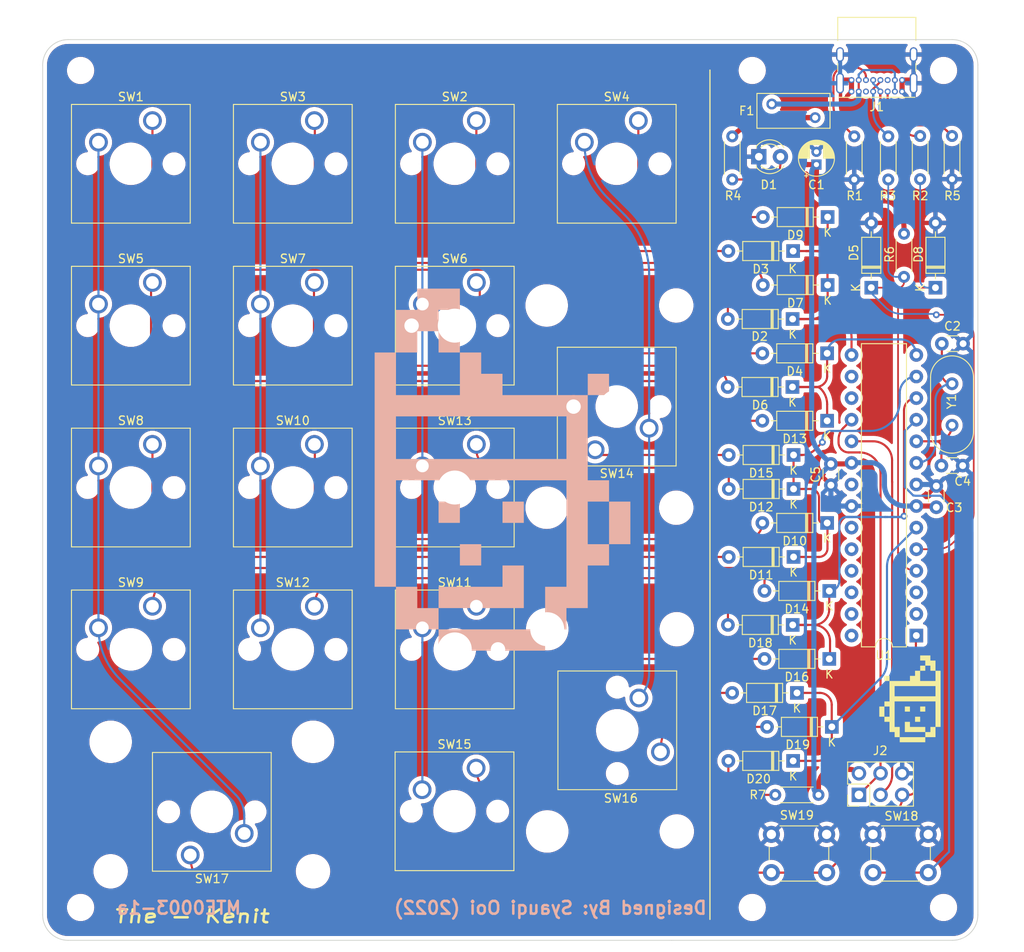
<source format=kicad_pcb>
(kicad_pcb (version 20211014) (generator pcbnew)
  (layers (0 "F.Cu" signal) (31 "B.Cu" signal) (34 "B.Paste" user) (35 "F.Paste" user) (36 "B.SilkS" user "B.Silkscreen") (37 "F.SilkS" user "F.Silkscreen") (38 "B.Mask" user) (39 "F.Mask" user) (44 "Edge.Cuts" user))
  (net 0 "")
  (net 1 "XTAL1")
  (net 4 "GND")
  (net 5 "+5V")
  (net 6 "XTAL2")
  (net 7 "D-")
  (net 8 "D+")
  (net 9 "Net-(D3-Pad2)")
  (net 10 "ROW0")
  (net 11 "Net-(D4-Pad2)")
  (net 12 "ROW1")
  (net 13 "Net-(D5-Pad2)")
  (net 14 "ROW2")
  (net 15 "Net-(D6-Pad2)")
  (net 17 "ROW3")
  (net 18 "Net-(D7-Pad2)")
  (net 19 "ROW4")
  (net 20 "Net-(D8-Pad2)")
  (net 22 "Net-(D9-Pad2)")
  (net 23 "Net-(D10-Pad2)")
  (net 24 "Net-(D11-Pad2)")
  (net 25 "Net-(D12-Pad2)")
  (net 28 "Net-(D13-Pad2)")
  (net 29 "Net-(D14-Pad2)")
  (net 30 "Net-(D15-Pad2)")
  (net 31 "Net-(D16-Pad2)")
  (net 32 "Net-(D17-Pad2)")
  (net 33 "Net-(D18-Pad2)")
  (net 34 "Net-(D1-Pad2)")
  (net 35 "Net-(D2-Pad2)")
  (net 36 "Net-(F1-Pad2)")
  (net 37 "Net-(J2-PadA5)")
  (net 38 "Net-(J2-PadA6)")
  (net 39 "Net-(J2-PadA7)")
  (net 41 "Net-(J2-PadB5)")
  (net 43 "MISO")
  (net 44 "SCK")
  (net 45 "RESET")
  (net 46 "BOOT")
  (net 47 "Net-(SW1-Pad2)")
  (net 48 "Net-(SW13-Pad2)")
  (net 49 "Net-(SW10-Pad2)")
  (net 50 "Net-(SW11-Pad2)")
  (net 51 "COL3")
  (net 52 "COL2")
  (net 53 "COL1")
  (net 54 "COL0")
  (net 55 "MOSI")
  (footprint "MountingHole:MountingHole_2.2mm_M2" (layer "F.Cu") (at 269.75 76.25)
    (fp_text reference "REF**" hide)
    (fp_text value "MountingHole_2.2mm_M2")
  )
  (footprint "Button_Switch_Keyboard:SW_Cherry_MX_1.00u_PCB" (layer "F.Cu") (at 199.2 101.2)
    (fp_text reference "SW5")
    (fp_text value "SW_SPST")
  )
  (footprint "Resistor_THT:R_Axial_DIN0204_L3.6mm_D1.6mm_P5.08mm_Horizontal" (layer "F.Cu") (at 293.25 83.96 -90)
    (fp_text reference "R5")
    (fp_text value "5.1K")
  )
  (footprint "LED_THT:LED_D3.0mm" (layer "F.Cu") (at 270.525 86.4)
    (fp_text reference "D1")
    (fp_text value "LED")
  )
  (footprint "Button_Switch_Keyboard:SW_Cherry_MX_1.00u_PCB" (layer "F.Cu") (at 199.2 82.15)
    (fp_text reference "SW1")
    (fp_text value "SW_SPST")
  )
  (footprint "Diode_THT:D_DO-35_SOD27_P7.62mm_Horizontal" (layer "F.Cu") (at 274.5 105.5 180)
    (fp_text reference "D2")
    (fp_text value "D")
  )
  (footprint "Diode_THT:D_DO-35_SOD27_P7.62mm_Horizontal" (layer "F.Cu") (at 274.56 97.5 180)
    (fp_text reference "D3")
    (fp_text value "D")
  )
  (footprint "Resistor_THT:R_Axial_DIN0204_L3.6mm_D1.6mm_P5.08mm_Horizontal" (layer "F.Cu") (at 277.54 161.5 180)
    (fp_text reference "R7")
    (fp_text value "10K")
  )
  (footprint "Resistor_THT:R_Axial_DIN0204_L3.6mm_D1.6mm_P5.08mm_Horizontal" (layer "F.Cu") (at 267.4 84 -90)
    (fp_text reference "R4")
    (fp_text value "1.5K")
  )
  (footprint "Button_Switch_THT:SW_PUSH_6mm" (layer "F.Cu") (at 272 166.15)
    (fp_text reference "SW19")
    (fp_text value "RESET")
  )
  (footprint "Button_Switch_Keyboard:SW_Cherry_MX_1.00u_PCB" (layer "F.Cu") (at 218.25 101.2)
    (fp_text reference "SW7")
    (fp_text value "SW_SPST")
  )
  (footprint "Capacitor_THT:C_Disc_D3.0mm_W1.6mm_P2.50mm" (layer "F.Cu") (at 292 122.75)
    (fp_text reference "C4")
    (fp_text value "22pF")
  )
  (footprint "Diode_THT:D_DO-35_SOD27_P7.62mm_Horizontal" (layer "F.Cu") (at 278.56 109.5375 180)
    (fp_text reference "D4")
    (fp_text value "D")
  )
  (footprint "Diode_THT:D_DO-35_SOD27_P7.62mm_Horizontal" (layer "F.Cu") (at 274.61 125.5 180)
    (fp_text reference "D12")
    (fp_text value "D")
  )
  (footprint "Button_Switch_Keyboard:SW_Cherry_MX_1.00u_PCB" (layer "F.Cu") (at 237.3 82.15)
    (fp_text reference "SW2")
    (fp_text value "SW_SPST")
  )
  (footprint "Diode_THT:D_DO-35_SOD27_P7.62mm_Horizontal" (layer "F.Cu") (at 278.62 93.5 180)
    (fp_text reference "D9")
    (fp_text value "D")
  )
  (footprint "Diode_THT:D_DO-35_SOD27_P7.62mm_Horizontal" (layer "F.Cu") (at 274.51 141.5 180)
    (fp_text reference "D18")
    (fp_text value "D")
  )
  (footprint "Diode_THT:D_DO-35_SOD27_P7.62mm_Horizontal" (layer "F.Cu") (at 274.61 121.5 180)
    (fp_text reference "D15")
    (fp_text value "D")
  )
  (footprint "Capacitor_THT:CP_Radial_D4.0mm_P1.50mm" (layer "F.Cu") (at 277.3 87.3226 90)
    (fp_text reference "C1")
    (fp_text value "4.7uF")
  )
  (footprint "Diode_THT:D_DO-35_SOD27_P7.62mm_Horizontal" (layer "F.Cu") (at 278.81 145.5 180)
    (fp_text reference "D16")
    (fp_text value "D")
  )
  (footprint "Diode_THT:D_DO-35_SOD27_P7.62mm_Horizontal" (layer "F.Cu") (at 274.47875 113.5 180)
    (fp_text reference "D6")
    (fp_text value "D")
  )
  (footprint "Button_Switch_THT:SW_PUSH_6mm" (layer "F.Cu") (at 283.95 166.15)
    (fp_text reference "SW18")
    (fp_text value "BOOT")
  )
  (footprint "Diode_THT:D_DO-35_SOD27_P7.62mm_Horizontal" (layer "F.Cu") (at 283.75 101.81 90)
    (fp_text reference "D5")
    (fp_text value "3.6V")
  )
  (footprint "Connector_USB:USB_C_Receptacle_GCT_USB4085" (layer "F.Cu") (at 287.375 78.7284 180)
    (fp_text reference "J1")
    (fp_text value "USB_C_Receptacle_USB2.0")
  )
  (footprint "Button_Switch_Keyboard:SW_Cherry_MX_2.00u_PCB" (layer "F.Cu") (at 203.645 168.576 180)
    (fp_text reference "SW17")
    (fp_text value "SW_SPST")
  )
  (footprint "Button_Switch_Keyboard:SW_Cherry_MX_1.00u_PCB" (layer "F.Cu") (at 237.3 139.3)
    (fp_text reference "SW11")
    (fp_text value "SW_SPST")
  )
  (footprint "Resistor_THT:R_Axial_DIN0204_L3.6mm_D1.6mm_P5.08mm_Horizontal" (layer "F.Cu") (at 281.75 84 -90)
    (fp_text reference "R1")
    (fp_text value "5.1K")
  )
  (footprint "Logo:logo3" (layer "F.Cu") (at 288.9 150.5)
    (fp_text reference "G***" hide)
    (fp_text value "LOGO" hide)
  )
  (footprint "Capacitor_THT:C_Disc_D3.0mm_W1.6mm_P2.50mm" (layer "F.Cu") (at 291.4 127.65 90)
    (fp_text reference "C3")
    (fp_text value "0.1uF")
  )
  (footprint "Diode_THT:D_DO-35_SOD27_P7.62mm_Horizontal" (layer "F.Cu") (at 278.56 129.5 180)
    (fp_text reference "D10")
    (fp_text value "D")
  )
  (footprint "Resistor_THT:R_Axial_DIN0204_L3.6mm_D1.6mm_P5.08mm_Horizontal" (layer "F.Cu") (at 289.5 83.96 -90)
    (fp_text reference "R2")
    (fp_text value "75R")
  )
  (footprint "Package_DIP:DIP-28_W7.62mm" (layer "F.Cu") (at 289.05 142.75 180)
    (fp_text reference "U1")
    (fp_text value "ATmega328-P")
  )
  (footprint "Diode_THT:D_DO-35_SOD27_P7.62mm_Horizontal" (layer "F.Cu") (at 274.61 133.5 180)
    (fp_text reference "D11")
    (fp_text value "D")
  )
  (footprint "Diode_THT:D_DO-35_SOD27_P7.62mm_Horizontal" (layer "F.Cu") (at 291.3 101.81 90)
    (fp_text reference "D8")
    (fp_text value "3.6V")
  )
  (footprint "MountingHole:MountingHole_2.2mm_M2" (layer "F.Cu") (at 292.25 174.75)
    (fp_text reference "REF**" hide)
    (fp_text value "MountingHole_2.2mm_M2")
  )
  (footprint "Connector_PinHeader_2.54mm:PinHeader_2x03_P2.54mm_Vertical" (layer "F.Cu") (at 282.3 161.5 90)
    (fp_text reference "J2")
    (fp_text value "AVR-ISP-6")
  )
  (footprint "Fuse:Fuse_BelFuse_0ZRE0005FF_L8.3mm_W3.8mm" (layer "F.Cu") (at 277.15 81.8 180)
    (fp_text reference "F1")
    (fp_text value "500mA")
  )
  (footprint "Button_Switch_Keyboard:SW_Cherry_MX_1.00u_PCB" (layer "F.Cu") (at 199.2 120.25)
    (fp_text reference "SW8")
    (fp_text value "SW_SPST")
  )
  (footprint "Button_Switch_Keyboard:SW_Cherry_MX_1.00u_PCB" (layer "F.Cu") (at 237.26825 158.35)
    (fp_text reference "SW15")
    (fp_text value "SW_SPST")
  )
  (footprint "Button_Switch_Keyboard:SW_Cherry_MX_1.00u_PCB" (layer "F.Cu") (at 218.25 120.25)
    (fp_text reference "SW10")
    (fp_text value "SW_SPST")
  )
  (footprint "Button_Switch_Keyboard:SW_Cherry_MX_1.00u_PCB" (layer "F.Cu") (at 218.25 82.15)
    (fp_text reference "SW3")
    (fp_text value "SW_SPST")
  )
  (footprint "Resistor_THT:R_Axial_DIN0204_L3.6mm_D1.6mm_P5.08mm_Horizontal" (layer "F.Cu") (at 287.6 100.54 90)
    (fp_text reference "R6")
    (fp_text value "1.5K")
  )
  (footprint "Button_Switch_Keyboard:SW_Cherry_MX_1.00u_PCB" (layer "F.Cu") (at 237.3 101.2)
    (fp_text reference "SW6")
    (fp_text value "SW_SPST")
  )
  (footprint "MountingHole:MountingHole_2.2mm_M2" (layer "F.Cu") (at 269.75 174.75)
    (fp_text reference "REF**" hide)
    (fp_text value "MountingHole_2.2mm_M2")
  )
  (footprint "Resistor_THT:R_Axial_DIN0204_L3.6mm_D1.6mm_P5.08mm_Horizontal" (layer "F.Cu") (at 285.75 84 -90)
    (fp_text reference "R3")
    (fp_text value "75R")
  )
  (footprint "Diode_THT:D_DO-35_SOD27_P7.62mm_Horizontal" (layer "F.Cu") (at 278.62 101.5 180)
    (fp_text reference "D7")
    (fp_text value "D")
  )
  (footprint "Crystal:Crystal_HC49-4H_Vertical" (layer "F.Cu") (at 293.25 118 90)
    (fp_text reference "Y1")
    (fp_text value "Crystal")
  )
  (footprint "Diode_THT:D_DO-35_SOD27_P7.62mm_Horizontal" (layer "F.Cu") (at 278.56 117.475 180)
    (fp_text reference "D13")
    (fp_text value "D")
  )
  (footprint "MountingHole:MountingHole_2.2mm_M2" (layer "F.Cu") (at 190.75 174.75)
    (fp_text reference "REF**" hide)
    (fp_text value "MountingHole_2.2mm_M2")
  )
  (footprint "Button_Switch_Keyboard:SW_Cherry_MX_2.00u_Vertical_PCB" (layer "F.Cu") (at 251.27 120.885 180)
    (fp_text reference "SW14")
    (fp_text value "SW_SPST")
  )
  (footprint "Button_Switch_Keyboard:SW_Cherry_MX_2.00u_PCB" (layer "F.Cu") (at 258.956 156.445 -90)
    (fp_text reference "SW16")
    (fp_text value "SW_SPST")
  )
  (footprint "MountingHole:MountingHole_2.2mm_M2" (layer "F.Cu") (at 190.75 76.25)
    (fp_text reference "REF**" hide)
    (fp_text value "MountingHole_2.2mm_M2")
  )
  (footprint "Diode_THT:D_DO-35_SOD27_P7.62mm_Horizontal" (layer "F.Cu") (at 275.01 149.5 180)
    (fp_text reference "D17")
    (fp_text value "D")
  )
  (footprint "Capacitor_THT:C_Disc_D3.0mm_W1.6mm_P2.50mm" (layer "F.Cu") (at 292.05 108.4)
    (fp_text reference "C2")
    (fp_text value "22pF")
  )
  (footprint "Button_Switch_Keyboard:SW_Cherry_MX_1.00u_PCB" (layer "F.Cu") (at 218.25 139.3)
    (fp_text reference "SW12")
    (fp_text value "SW_SPST")
  )
  (footprint "Diode_THT:D_DO-35_SOD27_P7.62mm_Horizontal" (layer "F.Cu") (at 279.11 153.5 180)
    (fp_text reference "D19")
    (fp_text value "D")
  )
  (footprint "Button_Switch_Keyboard:SW_Cherry_MX_1.00u_PCB" (layer "F.Cu") (at 256.351564 82.15)
    (fp_text reference "SW4")
    (fp_text value "SW_SPST")
  )
  (footprint "Button_Switch_Keyboard:SW_Cherry_MX_1.00u_PCB" (layer "F.Cu") (at 199.2 139.3)
    (fp_text reference "SW9")
    (fp_text value "SW_SPST")
  )
  (footprint "Diode_THT:D_DO-35_SOD27_P7.62mm_Horizontal" (layer "F.Cu") (at 278.81 137.5 180)
    (fp_text reference "D14")
    (fp_text value "D")
  )
  (footprint "Capacitor_THT:C_Disc_D3.0mm_W1.6mm_P2.50mm" (layer "F.Cu") (at 279 122.55 -90)
    (fp_text reference "C5")
    (fp_text value "0.1uF")
  )
  (footprint "Button_Switch_Keyboard:SW_Cherry_MX_1.00u_PCB" (layer "F.Cu") (at 237.3 120.25)
    (fp_text reference "SW13")
    (fp_text value "SW_SPST")
  )
  (footprint "Diode_THT:D_DO-35_SOD27_P7.62mm_Horizontal" (layer "F.Cu") (at 274.56 157.5 180)
    (fp_text reference "D20")
    (fp_text value "D")
  )
  (footprint "MountingHole:MountingHole_2.2mm_M2" (layer "F.Cu") (at 292.25 76.25)
    (fp_text reference "REF**" hide)
    (fp_text value "MountingHole_2.2mm_M2")
  )
  (footprint "Logo:logo4" (layer "B.Cu") (at 237.868421 124.47829 180)
    (fp_text reference "G***" hide)
    (fp_text value "LOGO" hide)
  )
  (gr_rect (start 264.775 76.2005) (end 264.775 176.1495) (layer "F.SilkS") (width 0.15) (fill none))
  (gr_line (start 293.287 178.618) (end 260.287 178.618) (layer "Edge.Cuts") (width 0.1))
  (gr_line (start 296.287 75.618) (end 296.287 175.618) (layer "Edge.Cuts") (width 0.1))
  (gr_arc (start 186.287 75.618) (mid 187.16568 73.49668) (end 189.287 72.618) (layer "Edge.Cuts") (width 0.1))
  (gr_line (start 293.287 72.618) (end 189.287 72.618) (layer "Edge.Cuts") (width 0.1))
  (gr_line (start 189.287 178.618) (end 260.287 178.618) (layer "Edge.Cuts") (width 0.1))
  (gr_line (start 186.287 75.618) (end 186.287 175.618) (layer "Edge.Cuts") (width 0.1))
  (gr_arc (start 293.287 72.618) (mid 295.40832 73.49668) (end 296.287 75.618) (layer "Edge.Cuts") (width 0.1))
  (gr_arc (start 296.287 175.618) (mid 295.40832 177.73932) (end 293.287 178.618) (layer "Edge.Cuts") (width 0.1))
  (gr_arc (start 189.287 178.618) (mid 187.16568 177.73932) (end 186.287 175.618) (layer "Edge.Cuts") (width 0.1))
  (gr_text "MTE0003-1a" (at 202.3 174.8) (layer "B.SilkS") (effects (font (size 1.5 1.5) (thickness 0.3)) (justify mirror)))
  (gr_text "Designed By: Syauqi Ooi (2022)" (at 246 174.8) (layer "B.SilkS") (effects (font (size 1.5 1.5) (thickness 0.3)) (justify mirror)))
  (gr_text "The - Kenit" (at 203.8 175.8) (layer "F.SilkS") (effects (font (size 1.5 2) (thickness 0.3) italic)))
  (segment (start 292.05 111.92) (end 292.05 108.4) (width 0.25) (layer "F.Cu") (net 1))
  (arc (start 292.05 111.92) (mid 292.401472 112.768528) (end 293.25 113.12) (width 0.25) (layer "F.Cu") (net 1))
  (segment (start 291.3 115.07) (end 291.3 120.18) (width 0.25) (layer "B.Cu") (net 1))
  (arc (start 291.3 115.07) (mid 291.871142 113.691142) (end 293.25 113.12) (width 0.25) (layer "B.Cu") (net 1))
  (arc (start 291.3 120.18) (mid 290.64099 121.77099) (end 289.05 122.43) (width 0.25) (layer "B.Cu") (net 1))
  (segment (start 280.445 77.3784) (end 280.075 77.7484) (width 0.6) (layer "F.Cu") (net 4))
  (segment (start 288.355 77.3784) (end 288.725 77.7484) (width 0.6) (layer "F.Cu") (net 4))
  (segment (start 281.425 77.3784) (end 280.445 77.3784) (width 0.6) (layer "F.Cu") (net 4))
  (segment (start 287.375 77.3784) (end 287.375 78.7284) (width 0.6) (layer "F.Cu") (net 4))
  (segment (start 287.375 77.3784) (end 288.355 77.3784) (width 0.6) (layer "F.Cu") (net 4))
  (segment (start 281.425 77.3784) (end 281.425 78.7284) (width 0.6) (layer "F.Cu") (net 4))
  (segment (start 289.05 124.97) (end 291.22 124.97) (width 0.6) (layer "B.Cu") (net 4))
  (segment (start 291.22 124.97) (end 291.4 125.15) (width 0.6) (layer "B.Cu") (net 4))
  (segment (start 279 125.05) (end 279 126.4) (width 0.6) (layer "B.Cu") (net 4))
  (segment (start 279 126.4) (end 280.11 127.51) (width 0.6) (layer "B.Cu") (net 4))
  (segment (start 280.11 127.51) (end 281.43 127.51) (width 0.6) (layer "B.Cu") (net 4))
  (segment (start 277.54 160.49338) (end 277.54 161.5) (width 0.6) (layer "F.Cu") (net 5))
  (segment (start 279.53137 91.6) (end 285.292894 91.6) (width 0.6) (layer "F.Cu") (net 5))
  (segment (start 275.682842 81.8) (end 277.15 81.8) (width 0.6) (layer "F.Cu") (net 5))
  (segment (start 291.062011 127.51) (end 289.05 127.51) (width 0.6) (layer "F.Cu") (net 5))
  (segment (start 279.165685 158.5) (end 281.189462 158.5) (width 0.6) (layer "F.Cu") (net 5))
  (segment (start 277.3 87.3226) (end 277.3 90.075736) (width 0.6) (layer "F.Cu") (net 5))
  (segment (start 274.8 85.934315) (end 274.8 82.965685) (width 0.6) (layer "F.Cu") (net 5))
  (segment (start 272.711269 81.8) (end 277.15 81.8) (width 0.6) (layer "F.Cu") (net 5))
  (segment (start 287.6 94.755634) (end 287.6 95.46) (width 0.6) (layer "F.Cu") (net 5))
  (segment (start 277.3 87.3226) (end 276.220246 87.3226) (width 0.6) (layer "F.Cu") (net 5))
  (segment (start 281.140295 122.55) (end 279 122.55) (width 0.6) (layer "F.Cu") (net 5))
  (arc (start 275.2 86.9) (mid 274.903956 86.45694) (end 274.8 85.934315) (width 0.6) (layer "F.Cu") (net 5))
  (arc (start 286.5 92.1) (mid 285.946175 91.729946) (end 285.292894 91.6) (width 0.6) (layer "F.Cu") (net 5))
  (arc (start 275.2 82) (mid 275.421529 81.851978) (end 275.682842 81.8) (width 0.6) (layer "F.Cu") (net 5))
  (arc (start 281.140295 122.55) (mid 281.297082 122.518813) (end 281.43 122.43) (width 0.6) (layer "F.Cu") (net 5))
  (arc (start 277.3 90.075736) (mid 277.377968 90.467704) (end 277.6 90.8) (width 0.6) (layer "F.Cu") (net 5))
  (arc (start 281.189462 158.5) (mid 281.79048 158.61955) (end 282.3 158.96) (width 0.6) (layer "F.Cu") (net 5))
  (arc (start 291.062011 127.51) (mid 291.244929 127.546385) (end 291.4 127.65) (width 0.6) (layer "F.Cu") (net 5))
  (arc (start 278.2 158.9) (mid 277.711528 159.631049) (end 277.54 160.49338) (width 0.6) (layer "F.Cu") (net 5))
  (arc (start 275.2 82) (mid 274.903957 82.44306) (end 274.8 82.965685) (width 0.6) (layer "F.Cu") (net 5))
  (arc (start 272.711269 81.8) (mid 269.836831 82.371762) (end 267.4 84) (width 0.6) (layer "F.Cu") (net 5))
  (arc (start 287.6 94.755634) (mid 287.314119 93.318415) (end 286.5 92.1) (width 0.6) (layer "F.Cu") (net 5))
  (arc (start 277.6 90.8) (mid 278.48612 91.392087) (end 279.53137 91.6) (width 0.6) (layer "F.Cu") (net 5))
  (arc (start 279.165685 158.5) (mid 278.64306 158.603957) (end 278.2 158.9) (width 0.6) (layer "F.Cu") (net 5))
  (arc (start 275.2 86.9) (mid 275.668093 87.21277) (end 276.220246 87.3226) (width 0.6) (layer "F.Cu") (net 5))
  (segment (start 277 160.646446) (end 277 125.964213) (width 0.6) (layer "B.Cu") (net 5))
  (segment (start 277.25 161.25) (end 277.485857 161.485857) (width 0.6) (layer "B.Cu") (net 5))
  (segment (start 279 122.55) (end 278 123.55) (width 0.6) (layer "B.Cu") (net 5))
  (segment (start 277.869302 121.419302) (end 279 122.55) (width 0.6) (layer "B.Cu") (net 5))
  (segment (start 283.7 122.4) (end 281.46 122.4) (width 0.6) (layer "B.Cu") (net 5))
  (segment (start 276.738604 118.689555) (end 276.738604 88.280962) (width 0.6) (layer "B.Cu") (net 5))
  (segment (start 287.81 127.51) (end 289.05 127.51) (width 0.6) (layer "B.Cu") (net 5))
  (segment (start 277.019302 87.603298) (end 277.3 87.3226) (width 0.6) (layer "B.Cu") (net 5))
  (segment (start 285.3 125) (end 285.3 124) (width 0.6) (layer "B.Cu") (net 5))
  (segment (start 277.52 161.5) (end 277.54 161.5) (width 0.6) (layer "B.Cu") (net 5))
  (arc (start 283.7 122.4) (mid 284.831371 122.868629) (end 285.3 124) (width 0.6) (layer "B.Cu") (net 5))
  (arc (start 277.52 161.5) (mid 277.501522 161.496324) (end 277.485857 161.485857) (width 0.6) (layer "B.Cu") (net 5))
  (arc (start 277 125.964213) (mid 277.259891 124.65765) (end 278 123.55) (width 0.6) (layer "B.Cu") (net 5))
  (arc (start 285.3 125) (mid 286.035162 126.774838) (end 287.81 127.51) (width 0.6) (layer "B.Cu") (net 5))
  (arc (start 281.46 122.4) (mid 281.438787 122.408787) (end 281.43 122.43) (width 0.6) (layer "B.Cu") (net 5))
  (arc (start 276.738604 118.689555) (mid 277.032462 120.166883) (end 277.869302 121.419302) (width 0.6) (layer "B.Cu") (net 5))
  (arc (start 277 160.646446) (mid 277.064972 160.973087) (end 277.25 161.25) (width 0.6) (layer "B.Cu") (net 5))
  (arc (start 276.738604 88.280962) (mid 276.811555 87.914213) (end 277.019302 87.603298) (width 0.6) (layer "B.Cu") (net 5))
  (segment (start 292 120.53) (end 292 122.75) (width 0.25) (layer "F.Cu") (net 6))
  (segment (start 291.36 119.89) (end 289.05 119.89) (width 0.25) (layer "F.Cu") (net 6))
  (arc (start 292 120.53) (mid 291.812548 120.077452) (end 291.36 119.89) (width 0.25) (layer "F.Cu") (net 6))
  (arc (start 291.36 119.89) (mid 292.696432 119.336432) (end 293.25 118) (width 0.25) (layer "F.Cu") (net 6))
  (segment (start 286.965 101.81) (end 283.75 101.81) (width 0.2) (layer "F.Cu") (net 7))
  (segment (start 295.003103 130.196896) (end 293.406896 131.793103) (width 0.2) (layer "F.Cu") (net 7))
  (segment (start 295.8 128.273018) (end 295.8 107.56066) (width 0.2) (layer "F.Cu") (net 7))
  (segment (start 291.4 105) (end 293.239339 105) (width 0.2) (layer "F.Cu") (net 7))
  (segment (start 287.6 101.175) (end 287.6 100.54) (width 0.2) (layer "F.Cu") (net 7))
  (segment (start 291.483018 132.59) (end 289.05 132.59) (width 0.2) (layer "F.Cu") (net 7))
  (via (at 291.4 105) (size 0.8) (drill 0.4) (layers "F.Cu" "B.Cu") (net 7))
  (arc (start 295.8 128.273018) (mid 295.592893 129.314213) (end 295.003103 130.196896) (width 0.2) (layer "F.Cu") (net 7))
  (arc (start 293.239339 105) (mid 294.219261 105.194918) (end 295.05 105.75) (width 0.2) (layer "F.Cu") (net 7))
  (arc (start 287.6 101.175) (mid 287.414012 101.624012) (end 286.965 101.81) (width 0.2) (layer "F.Cu") (net 7))
  (arc (start 291.483018 132.59) (mid 292.524213 132.382893) (end 293.406896 131.793103) (width 0.2) (layer "F.Cu") (net 7))
  (arc (start 295.8 107.56066) (mid 295.605081 106.580737) (end 295.05 105.75) (width 0.2) (layer "F.Cu") (net 7))
  (segment (start 291.4 105) (end 291.35 104.95) (width 0.2) (layer "B.Cu") (net 7))
  (segment (start 286.675 100.54) (end 287.6 100.54) (width 0.2) (layer "B.Cu") (net 7))
  (segment (start 285.75 99.615) (end 285.75 89.08) (width 0.2) (layer "B.Cu") (net 7))
  (segment (start 285.403103 104.103103) (end 283.976274 102.676274) (width 0.2) (layer "B.Cu") (net 7))
  (segment (start 283.75 102.13) (end 283.75 101.81) (width 0.2) (layer "B.Cu") (net 7))
  (segment (start 291.229289 104.9) (end 287.326981 104.9) (width 0.2) (layer "B.Cu") (net 7))
  (arc (start 287.326981 104.9) (mid 286.285786 104.692893) (end 285.403103 104.103103) (width 0.2) (layer "B.Cu") (net 7))
  (arc (start 283.75 102.13) (mid 283.808806 102.425641) (end 283.976274 102.676274) (width 0.2) (layer "B.Cu") (net 7))
  (arc (start 291.229289 104.9) (mid 291.294617 104.912994) (end 291.35 104.95) (width 0.2) (layer "B.Cu") (net 7))
  (arc (start 286.675 100.54) (mid 286.020926 100.269073) (end 285.75 99.615) (width 0.2) (layer "B.Cu") (net 7))
  (segment (start 289.19 101.81) (end 291.3 101.81) (width 0.2) (layer "F.Cu") (net 8))
  (segment (start 286.9 104.1) (end 286.9 132.98) (width 0.2) (layer "F.Cu") (net 8))
  (arc (start 289.19 101.81) (mid 287.570725 102.480725) (end 286.9 104.1) (width 0.2) (layer "F.Cu") (net 8))
  (arc (start 286.9 132.98) (mid 287.52972 134.50028) (end 289.05 135.13) (width 0.2) (layer "F.Cu") (net 8))
  (segment (start 289.5 100.91) (end 289.5 89.04) (width 0.2) (layer "B.Cu") (net 8))
  (segment (start 290.4 101.81) (end 291.3 101.81) (width 0.2) (layer "B.Cu") (net 8))
  (arc (start 290.4 101.81) (mid 289.763603 101.546396) (end 289.5 100.91) (width 0.2) (layer "B.Cu") (net 8))
  (segment (start 243.528427 97.5) (end 266.94 97.5) (width 0.25) (layer "F.Cu") (net 9))
  (segment (start 237.3 92.120102) (end 237.3 82.15) (width 0.25) (layer "F.Cu") (net 9))
  (arc (start 238.7 95.5) (mid 237.663848 93.94929) (end 237.3 92.120102) (width 0.25) (layer "F.Cu") (net 9))
  (arc (start 243.528427 97.5) (mid 240.915301 96.980217) (end 238.7 95.5) (width 0.25) (layer "F.Cu") (net 9))
  (segment (start 274.66875 105.5) (end 274.584375 105.5) (width 0.25) (layer "F.Cu") (net 10))
  (segment (start 274.521093 105.5) (end 274.542187 105.5) (width 0.25) (layer "F.Cu") (net 10))
  (segment (start 274.66875 105.5) (end 274.8375 105.5) (width 0.25) (layer "F.Cu") (net 10))
  (segment (start 278.62 103.58) (end 278.62 101.5) (width 0.25) (layer "F.Cu") (net 10))
  (segment (start 274.510546 105.5) (end 274.521093 105.5) (width 0.25) (layer "F.Cu") (net 10))
  (segment (start 274.66875 105.5) (end 274.8375 105.5) (width 0.25) (layer "F.Cu") (net 10))
  (segment (start 274.502635 105.5) (end 274.501317 105.5) (width 0.25) (layer "F.Cu") (net 10))
  (segment (start 275.175 105.5) (end 274.8375 105.5) (width 0.25) (layer "F.Cu") (net 10))
  (segment (start 275.85 105.5) (end 274.5 105.5) (width 0.25) (layer "F.Cu") (net 10))
  (segment (start 274.500658 105.5) (end 274.500328 105.5) (width 0.25) (layer "F.Cu") (net 10))
  (segment (start 274.542187 105.5) (end 274.584375 105.5) (width 0.25) (layer "F.Cu") (net 10))
  (segment (start 277.475736 97.5) (end 276.1 97.5) (width 0.25) (layer "F.Cu") (net 10))
  (segment (start 274.500163 105.5) (end 274.500081 105.5) (width 0.25) (layer "F.Cu") (net 10))
  (segment (start 274.500027 105.5) (end 274.500081 105.5) (width 0.25) (layer "F.Cu") (net 10))
  (segment (start 274.500163 105.5) (end 274.500081 105.5) (width 0.25) (layer "F.Cu") (net 10))
  (segment (start 274.500163 105.5) (end 274.500328 105.5) (width 0.25) (layer "F.Cu") (net 10))
  (segment (start 274.66875 105.5) (end 274.584375 105.5) (width 0.25) (layer "F.Cu") (net 10))
  (segment (start 274.502635 105.5) (end 274.501317 105.5) (width 0.25) (layer "F.Cu") (net 10))
  (segment (start 274.500027 105.5) (end 274.5 105.5) (width 0.25) (layer "F.Cu") (net 10))
  (segment (start 274.542187 105.5) (end 274.584375 105.5) (width 0.25) (layer "F.Cu") (net 10))
  (segment (start 278.62 93.5) (end 278.62 96.186031) (width 0.25) (layer "F.Cu") (net 10))
  (segment (start 274.501317 105.5) (end 274.500658 105.5) (width 0.25) (layer "F.Cu") (net 10))
  (segment (start 277.192894 97.5) (end 276.1 97.5) (width 0.25) (layer "F.Cu") (net 10))
  (segment (start 275.175 105.5) (end 275.85 105.5) (width 0.25) (layer "F.Cu") (net 10))
  (segment (start 274.502635 105.5) (end 274.505272 105.5) (width 0.25) (layer "F.Cu") (net 10))
  (segment (start 276.1 97.5) (end 274.56 97.5) (width 0.25) (layer "F.Cu") (net 10))
  (segment (start 274.510546 105.5) (end 274.521093 105.5) (width 0.25) (layer "F.Cu") (net 10))
  (segment (start 274.505272 105.5) (end 274.510546 105.5) (width 0.25) (layer "F.Cu") (net 10))
  (segment (start 278.6 101.451716) (end 278.6 98.482842) (width 0.25) (layer "F.Cu") (net 10))
  (segment (start 274.521093 105.5) (end 274.542187 105.5) (width 0.25) (layer "F.Cu") (net 10))
  (segment (start 275.85 105.5) (end 276.7 105.5) (width 0.25) (layer "F.Cu") (net 10))
  (segment (start 275.175 105.5) (end 275.85 105.5) (width 0.25) (layer "F.Cu") (net 10))
  (segment (start 281.43 107.662375) (end 281.43 109.73) (width 0.25) (layer "F.Cu") (net 10))
  (segment (start 274.500163 105.5) (end 274.500328 105.5) (width 0.25) (layer "F.Cu") (net 10))
  (segment (start 274.505272 105.5) (end 274.510546 105.5) (width 0.25) (layer "F.Cu") (net 10))
  (segment (start 274.500081 105.5) (end 274.500027 105.5) (width 0.25) (layer "F.Cu") (net 10))
  (segment (start 274.502635 105.5) (end 274.505272 105.5) (width 0.25) (layer "F.Cu") (net 10))
  (segment (start 279.734315 105.5) (end 275.85 105.5) (width 0.25) (layer "F.Cu") (net 10))
  (segment (start 274.501317 105.5) (end 274.500658 105.5) (width 0.25) (layer "F.Cu") (net 10))
  (segment (start 274.500658 105.5) (end 274.500328 105.5) (width 0.25) (layer "F.Cu") (net 10))
  (segment (start 275.175 105.5) (end 274.8375 105.5) (width 0.25) (layer "F.Cu") (net 10))
  (arc (start 274.502635 105.5) (mid 274.502635 105.5) (end 274.502635 105.5) (width 0.25) (layer "F.Cu") (net 10))
  (arc (start 274.500328 105.5) (mid 274.500328 105.5) (end 274.500328 105.5) (width 0.25) (layer "F.Cu") (net 10))
  (arc (start 274.510546 105.5) (mid 274.510546 105.5) (end 274.510546 105.5) (width 0.25) (layer "F.Cu") (net 10))
  (arc (start 280.7 105.9) (mid 281.240279 106.708584) (end 281.43 107.662375) (width 0.25) (layer "F.Cu") (net 10))
  (arc (start 278.2 97.2) (mid 277.867705 97.422033) (end 277.475736 97.5) (width 0.25) (layer "F.Cu") (net 10))
  (arc (start 274.66875 105.5) (mid 274.66875 105.5) (end 274.66875 105.5) (width 0.25) (layer "F.Cu") (net 10))
  (arc (start 274.8375 105.5) (mid 274.8375 105.5) (end 274.8375 105.5) (width 0.25) (layer "F.Cu") (net 10))
  (arc (start 275.85 105.5) (mid 275.85 105.5) (end 275.85 105.5) (width 0.25) (layer "F.Cu") (net 10))
  (arc (start 274.500163 105.5) (mid 274.500163 105.5) (end 274.500163 105.5) (width 0.25) (layer "F.Cu") (net 10))
  (arc (start 278.62 103.58) (mid 278.057645 104.937645) (end 276.7 105.5) (width 0.25) (layer "F.Cu") (net 10))
  (arc (start 278.62 101.5) (mid 278.605197 101.477847) (end 278.6 101.451716) (width 0.25) (layer "F.Cu") (net 10))
  (arc (start 274.500081 105.5) (mid 274.500081 105.5) (end 274.500081 105.5) (width 0.25) (layer "F.Cu") (net 10))
  (arc (start 274.500658 105.5) (mid 274.500658 105.5) (end 274.500658 105.5) (width 0.25) (layer "F.Cu") (net 10))
  (arc (start 275.175 105.5) (mid 275.175 105.5) (end 275.175 105.5) (width 0.25) (layer "F.Cu") (net 10))
  (arc (start 278.4 98) (mid 277.846175 97.629946) (end 277.192894 97.5) (width 0.25) (layer "F.Cu") (net 10))
  (arc (start 280.7 105.9) (mid 280.25694 105.603956) (end 279.734315 105.5) (width 0.25) (layer "F.Cu") (net 10))
  (arc (start 278.62 101.5) (mid 278.605858 101.494142) (end 278.6 101.48) (width 0.25) (layer "F.Cu") (net 10))
  (arc (start 274.542187 105.5) (mid 274.542187 105.5) (end 274.542187 105.5) (width 0.25) (layer "F.Cu") (net 10))
  (arc (start 274.584375 105.5) (mid 274.584375 105.5) (end 274.584375 105.5) (width 0.25) (layer "F.Cu") (net 10))
  (arc (start 274.505272 105.5) (mid 274.505272 105.5) (end 274.505272 105.5) (width 0.25) (layer "F.Cu") (net 10))
  (arc (start 274.501317 105.5) (mid 274.501317 105.5) (end 274.501317 105.5) (width 0.25) (layer "F.Cu") (net 10))
  (arc (start 278.62 96.186031) (mid 278.510845 96.734787) (end 278.2 97.2) (width 0.25) (layer "F.Cu") (net 10))
  (arc (start 278.6 98.482842) (mid 278.548022 98.22153) (end 278.4 98) (width 0.25) (layer "F.Cu") (net 10))
  (arc (start 274.521093 105.5) (mid 274.521093 105.5) (end 274.521093 105.5) (width 0.25) (layer "F.Cu") (net 10))
  (segment (start 261.479898 93.5) (end 271 93.5) (width 0.25) (layer "F.Cu") (net 11))
  (segment (start 256.351564 87.878903) (end 256.351564 82.15) (width 0.25) (layer "F.Cu") (net 11))
  (arc (start 258.1 92.1) (mid 256.805968 90.163345) (end 256.351564 87.878903) (width 0.25) (layer "F.Cu") (net 11))
  (arc (start 261.479898 93.5) (mid 259.65071 93.136152) (end 258.1 92.1) (width 0.25) (layer "F.Cu") (net 11))
  (segment (start 277.234315 113.5) (end 274.47875 113.5) (width 0.25) (layer "F.Cu") (net 12))
  (segment (start 274.47875 113.5) (end 277.317158 113.5) (width 0.25) (layer "F.Cu") (net 12))
  (segment (start 278.56 109.5375) (end 278.56 112.230884) (width 0.25) (layer "F.Cu") (net 12))
  (segment (start 278.56 115.534802) (end 278.56 117.475) (width 0.25) (layer "F.Cu") (net 12))
  (arc (start 278.2 113.1) (mid 277.75694 113.396044) (end 277.234315 113.5) (width 0.25) (layer "F.Cu") (net 12))
  (arc (start 277.317158 113.5) (mid 277.57847 113.551979) (end 277.8 113.7) (width 0.25) (layer "F.Cu") (net 12))
  (arc (start 278.56 112.230884) (mid 278.466439 112.701246) (end 278.2 113.1) (width 0.25) (layer "F.Cu") (net 12))
  (arc (start 277.8 113.7) (mid 278.362482 114.541814) (end 278.56 115.534802) (width 0.25) (layer "F.Cu") (net 12))
  (segment (start 280.1975 107.9) (end 287.22 107.9) (width 0.25) (layer "B.Cu") (net 12))
  (arc (start 287.22 107.9) (mid 288.514005 108.435995) (end 289.05 109.73) (width 0.25) (layer "B.Cu") (net 12))
  (arc (start 280.1975 107.9) (mid 279.039613 108.379613) (end 278.56 109.5375) (width 0.25) (layer "B.Cu") (net 12))
  (segment (start 264.375 117.475) (end 270.94 117.475) (width 0.25) (layer "F.Cu") (net 13))
  (segment (start 199.1175 101.282499) (end 199.2 101.2) (width 0.25) (layer "F.Cu") (net 13))
  (segment (start 203.5 112.8) (end 259.7 112.8) (width 0.25) (layer "F.Cu") (net 13))
  (segment (start 199.035001 101.48167) (end 199.035001 108.335001) (width 0.25) (layer "F.Cu") (net 13))
  (arc (start 262.2 115.3) (mid 261.467767 113.532233) (end 259.7 112.8) (width 0.25) (layer "F.Cu") (net 13))
  (arc (start 199.035001 101.48167) (mid 199.056441 101.373879) (end 199.1175 101.282499) (width 0.25) (layer "F.Cu") (net 13))
  (arc (start 262.2 115.3) (mid 262.837043 116.837957) (end 264.375 117.475) (width 0.25) (layer "F.Cu") (net 13))
  (arc (start 203.5 112.8) (mid 200.342769 111.492232) (end 199.035001 108.335001) (width 0.25) (layer "F.Cu") (net 13))
  (segment (start 274.61 121.5) (end 274.61 125.5) (width 0.25) (layer "F.Cu") (net 14))
  (segment (start 278.56 129.48) (end 278.56 129.45) (width 0.25) (layer "F.Cu") (net 14))
  (segment (start 278.08 129.5) (end 278.56 129.5) (width 0.25) (layer "F.Cu") (net 14))
  (segment (start 277.6 129.02) (end 277.6 126.499999) (width 0.25) (layer "F.Cu") (net 14))
  (segment (start 278.56 129.52) (end 278.56 129.55) (width 0.25) (layer "F.Cu") (net 14))
  (segment (start 277.6 133.5) (end 274.61 133.5) (width 0.25) (layer "F.Cu") (net 14))
  (segment (start 277.168215 120.831784) (end 278 120) (width 0.25) (layer "F.Cu") (net 14))
  (segment (start 278.56 129.48) (end 278.56 129.52) (width 0.25) (layer "F.Cu") (net 14))
  (segment (start 274.61 125.5) (end 276.6 125.5) (width 0.25) (layer "F.Cu") (net 14))
  (segment (start 278.6 129.52) (end 278.6 132.5) (width 0.25) (layer "F.Cu") (net 14))
  (segment (start 274.61 121.5) (end 275.555 121.5) (width 0.25) (layer "F.Cu") (net 14))
  (via (at 278 120) (size 0.8) (drill 0.4) (layers "F.Cu" "B.Cu") (net 14))
  (arc (start 275.555 121.5) (mid 276.428065 121.326336) (end 277.168215 120.831784) (width 0.25) (layer "F.Cu") (net 14))
  (arc (start 278.58 129.5) (mid 278.594142 129.505857) (end 278.6 129.52) (width 0.25) (layer "F.Cu") (net 14))
  (arc (start 278.08 129.5) (mid 277.740588 129.359411) (end 277.6 129.02) (width 0.25) (layer "F.Cu") (net 14))
  (arc (start 276.6 125.5) (mid 277.307106 125.792892) (end 277.6 126.499999) (width 0.25) (layer "F.Cu") (net 14))
  (arc (start 277.6 133.5) (mid 278.307106 133.207106) (end 278.6 132.5) (width 0.25) (layer "F.Cu") (net 14))
  (arc (start 278.56 129.48) (mid 278.565857 129.494142) (end 278.58 129.5) (width 0.25) (layer "F.Cu") (net 14))
  (arc (start 278.58 129.5) (mid 278.565857 129.505857) (end 278.56 129.52) (width 0.25) (layer "F.Cu") (net 14))
  (segment (start 287.1 115.2) (end 287.1 114.22) (width 0.25) (layer "B.Cu") (net 14))
  (segment (start 278 119.61849) (end 278 120) (width 0.25) (layer "B.Cu") (net 14))
  (segment (start 283.631656 118.668344) (end 278.970724 118.668344) (width 0.25) (layer "B.Cu") (net 14))
  (segment (start 278.269767 118.967213) (end 278.284318 118.952662) (width 0.25) (layer "B.Cu") (net 14))
  (arc (start 278.970724 118.668344) (mid 278.599243 118.742235) (end 278.284318 118.952662) (width 0.25) (layer "B.Cu") (net 14))
  (arc (start 283.631656 118.668344) (mid 286.084146 117.65249) (end 287.1 115.2) (width 0.25) (layer "B.Cu") (net 14))
  (arc (start 278 119.61849) (mid 278.07011 119.266021) (end 278.269767 118.967213) (width 0.25) (layer "B.Cu") (net 14))
  (arc (start 287.1 114.22) (mid 287.671142 112.841142) (end 289.05 112.27) (width 0.25) (layer "B.Cu") (net 14))
  (segment (start 218.2 108.5) (end 218.2 101.25) (width 0.25) (layer "F.Cu") (net 15))
  (segment (start 264.35875 111) (end 220.7 111) (width 0.25) (layer "F.Cu") (net 15))
  (arc (start 218.2 101.25) (mid 218.214645 101.214645) (end 218.25 101.2) (width 0.25) (layer "F.Cu") (net 15))
  (arc (start 264.35875 111) (mid 266.126517 111.732233) (end 266.85875 113.5) (width 0.25) (layer "F.Cu") (net 15))
  (arc (start 218.2 108.5) (mid 218.932233 110.267767) (end 220.7 111) (width 0.25) (layer "F.Cu") (net 15))
  (segment (start 278.81 138.99) (end 278.81 137.5) (width 0.25) (layer "F.Cu") (net 17))
  (segment (start 278.9 145.41) (end 278.9 143.4) (width 0.25) (layer "F.Cu") (net 17))
  (segment (start 274.51 141.5) (end 276.3 141.5) (width 0.25) (layer "F.Cu") (net 17))
  (segment (start 287.6 116.26) (end 287.6 128.7) (width 0.25) (layer "F.Cu") (net 17))
  (segment (start 278.8 139.7) (end 278.8 139) (width 0.25) (layer "F.Cu") (net 17))
  (segment (start 277 141.5) (end 274.51 141.5) (width 0.25) (layer "F.Cu") (net 17))
  (via (at 287.6 128.7) (size 0.8) (drill 0.4) (layers "F.Cu" "B.Cu") (net 17))
  (arc (start 278.9 145.41) (mid 278.87364 145.47364) (end 278.81 145.5) (width 0.25) (layer "F.Cu") (net 17))
  (arc (start 287.6 116.26) (mid 288.024695 115.234695) (end 289.05 114.81) (width 0.25) (layer "F.Cu") (net 17))
  (arc (start 278.8 139.7) (mid 278.272792 140.972792) (end 277 141.5) (width 0.25) (layer "F.Cu") (net 17))
  (arc (start 277 141.5) (mid 278.343503 142.056497) (end 278.9 143.4) (width 0.25) (layer "F.Cu") (net 17))
  (arc (start 278.8 139) (mid 278.802929 138.992929) (end 278.81 138.99) (width 0.25) (layer "F.Cu") (net 17))
  (segment (start 284.308093 128.8) (end 284.238978 128.8) (width 0.25) (layer "B.Cu") (net 17))
  (segment (start 280.920312 128.8) (end 280.920703 128.8) (width 0.25) (layer "B.Cu") (net 17))
  (segment (start 280.915623 128.8) (end 280.914061 128.8) (width 0.25) (layer "B.Cu") (net 17))
  (segment (start 281.195463 128.8) (end 281.171688 128.8) (width 0.25) (layer "B.Cu") (net 17))
  (segment (start 280.832812 128.8) (end 280.83125 128.8) (width 0.25) (layer "B.Cu") (net 17))
  (segment (start 280.95 128.8) (end 280.94375 128.8) (width 0.25) (layer "B.Cu") (net 17))
  (segment (start 283.178914 128.8) (end 283.317642 128.8) (width 0.25) (layer "B.Cu") (net 17))
  (segment (start 280.835936 128.8) (end 280.834374 128.8) (width 0.25) (layer "B.Cu") (net 17))
  (segment (start 280.826953 128.8) (end 280.825 128.8) (width 0.25) (layer "B.Cu") (net 17))
  (segment (start 280.857812 128.8) (end 280.858203 128.8) (width 0.25) (layer "B.Cu") (net 17))
  (segment (start 286.683642 128.8) (end 286.511947 128.8) (width 0.25) (layer "B.Cu") (net 17))
  (segment (start 284.529232 128.8) (end 284.450921 128.8) (width 0.25) (layer "B.Cu") (net 17))
  (segment (start 280.849999 128.8) (end 280.842186 128.8) (width 0.25) (layer "B.Cu") (net 17))
  (segment (start 282.799977 128.8) (end 282.815179 128.8) (width 0.25) (layer "B.Cu") (net 17))
  (segment (start 280.975 128.8) (end 280.96875 128.8) (width 0.25) (layer "B.Cu") (net 17))
  (segment (start 280.94375 128.8) (end 280.9375 128.8) (width 0.25) (layer "B.Cu") (net 17))
  (segment (start 281.101561 128.8) (end 281.067186 128.8) (width 0.25) (layer "B.Cu") (net 17))
  (segment (start 280.918749 128.8) (end 280.917186 128.8) (width 0.25) (layer "B.Cu") (net 17))
  (segment (start 287.131621 128.8) (end 287.036403 128.8) (width 0.25) (layer "B.Cu") (net 17))
  (segment (start 284.446323 128.8) (end 284.377208 128.8) (width 0.25) (layer "B.Cu") (net 17))
  (segment (start 281.319604 128.8) (end 281.294603 128.8) (width 0.25) (layer "B.Cu") (net 17))
  (segment (start 284.450921 128.8) (end 284.446323 128.8) (width 0.25) (layer "B.Cu") (net 17))
  (segment (start 283.178914 128.8) (end 283.074012 128.8) (width 0.25) (layer "B.Cu") (net 17))
  (segment (start 280.866797 128.8) (end 280.858203 128.8) (width 0.25) (layer "B.Cu") (net 17))
  (segment (start 280.892188 128.8) (end 280.891797 128.8) (width 0.25) (layer "B.Cu") (net 17))
  (segment (start 281.55441 128.8) (end 281.52941 128.8) (width 0.25) (layer "B.Cu") (net 17))
  (segment (start 286.026484 128.8) (end 285.64561 128.8) (width 0.25) (layer "B.Cu") (net 17))
  (segment (start 281.872057 128.8) (end 281.816175 128.8) (width 0.25) (layer "B.Cu") (net 17))
  (segment (start 281.029688 128.8) (end 281.023047 128.8) (width 0.25) (layer "B.Cu") (net 17))
  (segment (start 281.52941 128.8) (end 281.50441 128.8) (width 0.25) (layer "B.Cu") (net 17))
  (segment (start 281.041796 128.8) (end 281.034374 128.8) (width 0.25) (layer "B.Cu") (net 17))
  (segment (start 280.907812 128.8) (end 280.909374 128.8) (width 0.25) (layer "B.Cu") (net 17))
  (segment (start 281.142647 128.8) (end 281.101561 128.8) (width 0.25) (layer "B.Cu") (net 17))
  (segment (start 280.807812 128.8) (end 280.806249 128.8) (width 0.25) (layer "B.Cu") (net 17))
  (segment (start 280.857812 128.8) (end 280.849999 128.8) (width 0.25) (layer "B.Cu") (net 17))
  (segment (start 282.620096 128.8) (end 282.521076 128.8) (width 0.25) (layer "B.Cu") (net 17))
  (segment (start 280.923047 128.8) (end 280.920703 128.8) (width 0.25) (layer "B.Cu") (net 17))
  (segment (start 286.432347 128.8) (end 286.419852 128.8) (width 0.25) (layer "B.Cu") (net 17))
  (segment (start 283.7 128.8) (end 283.834745 128.8) (width 0.25) (layer "B.Cu") (net 17))
  (segment (start 280.83125 128.8) (end 280.829688 128.8) (width 0.25) (layer "B.Cu") (net 17))
  (segment (start 280.883203 128.8) (end 280.866797 128.8) (width 0.25) (layer "B.Cu") (net 17))
  (segment (start 280.990625 128.8) (end 280.978125 128.8) (width 0.25) (layer "B.Cu") (net 17))
  (segment (start 280.842186 128.8) (end 280.840623 128.8) (width 0.25) (layer "B.Cu") (net 17))
  (segment (start 280.806249 128.8) (end 280.804686 128.8) (width 0.25) (layer "B.Cu") (net 17))
  (segment (start 280.907812 128.8) (end 280.9 128.8) (width 0.25) (layer "B.Cu") (net 17))
  (segment (start 280.829297 128.8) (end 280.826953 128.8) (width 0.25) (layer "B.Cu") (net 17))
  (segment (start 281.262252 128.8) (end 281.294603 128.8) (width 0.25) (layer "B.Cu") (net 17))
  (segment (start 281.369606 128.8) (end 281.344605 128.8) (width 0.25) (layer "B.Cu") (net 17))
  (segment (start 287.477236 128.8) (end 287.431709 128.8) (width 0.25) (layer "B.Cu") (net 17))
  (segment (start 280.978125 128.8) (end 280.975 128.8) (width 0.25) (layer "B.Cu") (net 17))
  (segment (start 281.50441 128.8) (end 281.47941 128.8) (width 0.25) (layer "B.Cu") (net 17))
  (segment (start 286.683642 128.8) (end 286.888512 128.8) (width 0.25) (layer "B.Cu") (net 17))
  (segment (start 285.490845 128.8) (end 285.419501 128.8) (width 0.25) (layer "B.Cu") (net 17))
  (segment (start 286.419852 128.8) (end 286.407357 128.8) (width 0.25) (layer "B.Cu") (net 17))
  (segment (start 284.182544 128.8) (end 284.138791 128.8) (width 0.25) (layer "B.Cu") (net 17))
  (segment (start 280.834374 128.8) (end 280.832812 128.8) (width 0.25) (layer "B.Cu") (net 17))
  (segment (start 282.452941 128.8) (end 282.217652 128.8) (width 0.25) (layer "B.Cu") (net 17))
  (segment (start 284.138791 128.8) (end 284.060481 128.8) (width 0.25) (layer "B.Cu") (net 17))
  (segment (start 285.348157 128.8) (end 284.936953 128.8) (width 0.25) (layer "B.Cu") (net 17))
  (segment (start 280.840623 128.8) (end 280.835936 128.8) (width 0.25) (layer "B.Cu") (net 17))
  (segment (start 280.801171 128.8) (end 280.801562 128.8) (width 0.25) (layer "B.Cu") (net 17))
  (segment (start 287.226839 128.8) (end 287.229962 128.8) (width 0.25) (layer "B.Cu") (net 17))
  (segment (start 281.03125 128.8) (end 281.029688 128.8) (width 0.25) (layer "B.Cu") (net 17))
  (segment (start 280 129.6) (end 280 136.31) (width 0.25) (layer "B.Cu") (net 17))
  (segment (start 287.407904 128.8) (end 287.318933 128.8) (width 0.25) (layer "B.Cu") (net 17))
  (segment (start 281.032812 128.8) (end 281.03125 128.8) (width 0.25) (layer "B.Cu") (net 17))
  (segment (start 280.9 128.8) (end 280.892188 128.8) (width 0.25) (layer "B.Cu") (net 17))
  (segment (start 281.147548 128.8) (end 281.142647 128.8) (width 0.25) (layer "B.Cu") (net 17))
  (segment (start 282.145098 128.8) (end 282.217652 128.8) (width 0.25) (layer "B.Cu") (net 17))
  (segment (start 282.452941 128.8) (end 282.521076 128.8) (width 0.25) (layer "B.Cu") (net 17))
  (segment (start 281.058202 128.8) (end 281.041796 128.8) (width 0.25) (layer "B.Cu") (net 17))
  (segment (start 286.309015 128.8) (end 286.124826 128.8) (width 0.25) (layer "B.Cu") (net 17))
  (segment (start 281.023047 128.8) (end 281.008203 128.8) (width 0.25) (layer "B.Cu") (net 17))
  (segment (start 281.680513 128.8) (end 281.816175 128.8) (width 0.25) (layer "B.Cu") (net 17))
  (segment (start 280.810547 128.8) (end 280.808203 128.8) (width 0.25) (layer "B.Cu") (net 17))
  (segment (start 287.318933 128.8) (end 287.229962 128.8) (width 0.25) (layer "B.Cu") (net 17))
  (segment (start 281.15735 128.8) (end 281.152449 128.8) (width 0.25) (layer "B.Cu") (net 17))
  (segment (start 282.650981 128.8) (end 282.620096 128.8) (width 0.25) (layer "B.Cu") (net 17))
  (segment (start 280.95625 128.8) (end 280.95 128.8) (width 0.25) (layer "B.Cu") (net 17))
  (segment (start 285.419501 128.8) (end 285.348157 128.8) (width 0.25) (layer "B.Cu") (net 17))
  (segment (start 284.789527 128.8) (end 284.642101 128.8) (width 0.25) (layer "B.Cu") (net 17))
  (segment (start 286.407357 128.8) (end 286.394862 128.8) (width 0.25) (layer "B.Cu") (net 17))
  (segment (start 280.9375 128.8) (end 280.93125 128.8) (width 0.25) (layer "B.Cu") (net 17))
  (segment (start 280.825 128.8) (end 280.81875 128.8) (width 0.25) (layer "B.Cu") (net 17))
  (segment (start 287.036403 128.8) (end 287.018845 128.8) (width 0.25) (layer "B.Cu") (net 17))
  (segment (start 286.394862 128.8) (end 286.309015 128.8) (width 0.25) (layer "B.Cu") (net 17))
  (segment (start 284.936953 128.8) (end 284.789527 128.8) (width 0.25) (layer "B.Cu") (net 17))
  (segment (start 280.808203 128.8) (end 280.807812 128.8) (width 0.25) (layer "B.Cu") (net 17))
  (segment (start 280.917186 128.8) (end 280.915623 128.8) (width 0.25) (layer "B.Cu") (net 17))
  (segment (start 280.81875 128.8) (end 280.8125 128.8) (width 0.25) (layer "B.Cu") (net 17))
  (segment (start 282.725479 128.8) (end 282.68823 128.8) (width 0.25) (layer "B.Cu") (net 17))
  (segment (start 280.9625 128.8) (end 280.95625 128.8) (width 0.25) (layer "B.Cu") (net 17))
  (segment (start 281.588111 128.8) (end 281.55441 128.8) (width 0.25) (layer "B.Cu") (net 17))
  (segment (start 284.238978 128.8) (end 284.226297 128.8) (width 0.25) (layer "B.Cu") (net 17))
  (segment (start 283.947613 128.8) (end 283.834745 128.8) (width 0.25) (layer "B.Cu") (net 17))
  (segment (start 281.171688 128.8) (end 281.162251 128.8) (width 0.25) (layer "B.Cu") (net 17))
  (segment (start 283.7 128.8) (end 283.317642 128.8) (width 0.25) (layer "B.Cu") (net 17))
  (segment (start 281.344605 128.8) (end 281.319604 128.8) (width 0.25) (layer "B.Cu") (net 17))
  (segment (start 280.990625 128.8) (end 281.008203 128.8) (width 0.25) (layer "B.Cu") (net 17))
  (segment (start 286.026484 128.8) (end 286.124826 128.8) (width 0.25) (layer "B.Cu") (net 17))
  (segment (start 280.891797 128.8) (end 280.883203 128.8) (width 0.25) (layer "B.Cu") (net 17))
  (segment (start 282.882832 128.8) (end 282.815179 128.8) (width 0.25) (layer "B.Cu") (net 17))
  (segment (start 282.882832 128.8) (end 282.96911 128.8) (width 0.25) (layer "B.Cu") (net 17))
  (segment (start 287.018845 128.8) (end 286.888512 128.8) (width 0.25) (layer "B.Cu") (net 17))
  (segment (start 282.762728 128.8) (end 282.725479 128.8) (width 0.25) (layer "B.Cu") (net 17))
  (segment (start 283.074012 128.8) (end 282.96911 128.8) (width 0.25) (layer "B.Cu") (net 17))
  (segment (start 281.162251 128.8) (end 281.15735 128.8) (width 0.25) (layer "B.Cu") (net 17))
  (segment (start 281.369606 128.8) (end 281.47941 128.8) (width 0.25) (layer "B.Cu") (net 17))
  (segment (start 286.511947 128.8) (end 286.432347 128.8) (width 0.25) (layer "B.Cu") (net 17))
  (segment (start 287.226839 128.8) (end 287.131621 128.8) (width 0.25) (layer "B.Cu") (net 17))
  (segment (start 280.801171 128.8) (end 280.80039 128.8) (width 0.25) (layer "B.Cu") (net 17))
  (segment (start 280.93125 128.8) (end 280.925 128.8) (width 0.25) (layer "B.Cu") (net 17))
  (segment (start 281.949018 128.8) (end 281.927939 128.8) (width 0.25) (layer "B.Cu") (net 17))
  (segment (start 284.226297 128.8) (end 284.182544 128.8) (width 0.25) (layer "B.Cu") (net 17))
  (segment (start 280.829688 128.8) (end 280.829297 128.8) (width 0.25) (layer "B.Cu") (net 17))
  (segment (start 282.68823 128.8) (end 282.650981 128.8) (width 0.25) (layer "B.Cu") (net 17))
  (segment (start 280.804686 128.8) (end 280.803124 128.8) (width 0.25) (layer "B.Cu") (net 17))
  (segment (start 281.927939 128.8) (end 281.872057 128.8) (width 0.25) (layer "B.Cu") (net 17))
  (segment (start 280.920312 128.8) (end 280.918749 128.8) (width 0.25) (layer "B.Cu") (net 17))
  (segment (start 287.431709 128.8) (end 287.407904 128.8) (width 0.25) (layer "B.Cu") (net 17))
  (segment (start 282.047058 128.8) (end 281.949018 128.8) (width 0.25) (layer "B.Cu") (net 17))
  (segment (start 280.914061 128.8) (end 280.909374 128.8) (width 0.25) (layer "B.Cu") (net 17))
  (segment (start 281.209801 128.8) (end 281.195463 128.8) (width 0.25) (layer "B.Cu") (net 17))
  (segment (start 284.642101 128.8) (end 284.529232 128.8) (width 0.25) (layer "B.Cu") (net 17))
  (segment (start 282.145098 128.8) (end 282.047058 128.8) (width 0.25) (layer "B.Cu") (net 17))
  (segment (start 287.477236 128.8) (end 287.5 128.8) (width 0.25) (layer "B.Cu") (net 17))
  (segment (start 281.262252 128.8) (end 281.209801 128.8) (width 0.25) (layer "B.Cu") (net 17))
  (segment (start 280.96875 128.8) (end 280.9625 128.8) (width 0.25) (layer "B.Cu") (net 17))
  (segment (start 280.810547 128.8) (end 280.8125 128.8) (width 0.25) (layer "B.Cu") (net 17))
  (segment (start 282.799977 128.8) (end 282.762728 128.8) (width 0.25) (layer "B.Cu") (net 17))
  (segment (start 281.152449 128.8) (end 281.147548 128.8) (width 0.25) (layer "B.Cu") (net 17))
  (segment (start 285.64561 128.8) (end 285.490845 128.8) (width 0.25) (layer "B.Cu") (net 17))
  (segment (start 281.680513 128.8) (end 281.588111 128.8) (width 0.25) (layer "B.Cu") (net 17))
  (segment (start 281.034374 128.8) (end 281.032812 128.8) (width 0.25) (layer "B.Cu") (net 17))
  (segment (start 280.803124 128.8) (end 280.801562 128.8) (width 0.25) (layer "B.Cu") (net 17))
  (segment (start 284.060481 128.8) (end 283.947613 128.8) (width 0.25) (layer "B.Cu") (net 17))
  (segment (start 284.377208 128.8) (end 284.308093 128.8) (width 0.25) (layer "B.Cu") (net 17))
  (segment (start 280.80039 128.8) (end 280.8 128.8) (width 0.25) (layer "B.Cu") (net 17))
  (segment (start 280.925 128.8) (end 280.923047 128.8) (width 0.25) (layer "B.Cu") (net 17))
  (segment (start 281.058202 128.8) (end 281.067186 128.8) (width 0.25) (layer "B.Cu") (net 17))
  (arc (start 280.8 128.8) (mid 280.234315 129.034315) (end 280 129.6) (width 0.25) (layer "B.Cu") (net 17))
  (arc (start 280 136.31) (mid 279.651457 137.151457) (end 278.81 137.5) (width 0.25) (layer "B.Cu") (net 17))
  (arc (start 287.6 128.7) (mid 287.570711 128.770711) (end 287.5 128.8) (width 0.25) (layer "B.Cu") (net 17))
  (segment (start 240.5375 109.5375) (end 270.94 109.5375) (width 0.25) (layer "F.Cu") (net 18))
  (segment (start 237.7 101.6) (end 237.7 106.7) (width 0.25) (layer "F.Cu") (net 18))
  (arc (start 237.3 101.2) (mid 237.582843 101.317157) (end 237.7 101.6) (width 0.25) (layer "F.Cu") (net 18))
  (arc (start 237.7 106.7) (mid 238.531085 108.706415) (end 240.5375 109.5375) (width 0.25) (layer "F.Cu") (net 18))
  (segment (start 279.11 153.5) (end 279.11 155.79) (width 0.25) (layer "F.Cu") (net 19))
  (segment (start 277.7 149.5) (end 275.01 149.5) (width 0.25) (layer "F.Cu") (net 19))
  (segment (start 277.4 157.5) (end 274.56 157.5) (width 0.25) (layer "F.Cu") (net 19))
  (segment (start 279.1 150.9) (end 279.1 153.49) (width 0.25) (layer "F.Cu") (net 19))
  (arc (start 279.1 150.9) (mid 278.689949 149.910051) (end 277.7 149.5) (width 0.25) (layer "F.Cu") (net 19))
  (arc (start 279.11 155.79) (mid 278.609153 156.999153) (end 277.4 157.5) (width 0.25) (layer "F.Cu") (net 19))
  (arc (start 279.11 153.5) (mid 279.102929 153.497071) (end 279.1 153.49) (width 0.25) (layer "F.Cu") (net 19))
  (segment (start 284.803103 147.806896) (end 279.11 153.5) (width 0.25) (layer "B.Cu") (net 19))
  (segment (start 285.6 134.626981) (end 285.6 145.883018) (width 0.25) (layer "B.Cu") (net 19))
  (segment (start 286.396896 132.703103) (end 289.05 130.05) (width 0.25) (layer "B.Cu") (net 19))
  (arc (start 286.396896 132.703103) (mid 285.807106 133.585786) (end 285.6 134.626981) (width 0.25) (layer "B.Cu") (net 19))
  (arc (start 284.803103 147.806896) (mid 285.392893 146.924213) (end 285.6 145.883018) (width 0.25) (layer "B.Cu") (net 19))
  (segment (start 199.2 129) (end 199.2 120.25) (width 0.25) (layer "F.Cu") (net 20))
  (segment (start 203.7 133.5) (end 266.99 133.5) (width 0.25) (layer "F.Cu") (net 20))
  (arc (start 199.2 129) (mid 200.518019 132.181981) (end 203.7 133.5) (width 0.25) (layer "F.Cu") (net 20))
  (segment (start 222.7 131.4) (end 269.04 131.4) (width 0.25) (layer "F.Cu") (net 22))
  (segment (start 218.3 120.3) (end 218.3 127) (width 0.25) (layer "F.Cu") (net 22))
  (arc (start 269.04 131.4) (mid 270.383503 130.843503) (end 270.94 129.5) (width 0.25) (layer "F.Cu") (net 22))
  (arc (start 222.7 131.4) (mid 219.58873 130.11127) (end 218.3 127) (width 0.25) (layer "F.Cu") (net 22))
  (arc (start 218.3 120.3) (mid 218.285355 120.264645) (end 218.25 120.25) (width 0.25) (layer "F.Cu") (net 22))
  (segment (start 239.4 123) (end 265.9 123) (width 0.25) (layer "F.Cu") (net 23))
  (segment (start 237.3 120.9) (end 237.3 120.25) (width 0.25) (layer "F.Cu") (net 23))
  (segment (start 266.99 124.11) (end 266.99 125.5) (width 0.25) (layer "F.Cu") (net 23))
  (arc (start 237.3 120.9) (mid 237.915076 122.384924) (end 239.4 123) (width 0.25) (layer "F.Cu") (net 23))
  (arc (start 267 124.1) (mid 266.992929 124.102929) (end 266.99 124.11) (width 0.25) (layer "F.Cu") (net 23))
  (arc (start 267 124.1) (mid 266.677817 123.322183) (end 265.9 123) (width 0.25) (layer "F.Cu") (net 23))
  (segment (start 251.885 121.5) (end 266.99 121.5) (width 0.25) (layer "F.Cu") (net 24))
  (arc (start 251.885 121.5) (mid 251.450129 121.319871) (end 251.27 120.885) (width 0.25) (layer "F.Cu") (net 24))
  (segment (start 271.19 136.31) (end 271.19 137.5) (width 0.25) (layer "F.Cu") (net 25))
  (segment (start 269.7 134.8) (end 203.7 134.8) (width 0.25) (layer "F.Cu") (net 25))
  (arc (start 203.7 134.8) (mid 200.518019 136.118019) (end 199.2 139.3) (width 0.25) (layer "F.Cu") (net 25))
  (arc (start 271.19 136.31) (mid 271.192929 136.302929) (end 271.2 136.3) (width 0.25) (layer "F.Cu") (net 25))
  (arc (start 269.7 134.8) (mid 270.76066 135.23934) (end 271.2 136.3) (width 0.25) (layer "F.Cu") (net 25))
  (segment (start 266.89 139.09) (end 266.89 141.5) (width 0.25) (layer "F.Cu") (net 28))
  (segment (start 263.8 136) (end 221.55 136) (width 0.25) (layer "F.Cu") (net 28))
  (arc (start 263.8 136) (mid 265.98496 136.90504) (end 266.89 139.09) (width 0.25) (layer "F.Cu") (net 28))
  (arc (start 221.55 136) (mid 219.216548 136.966548) (end 218.25 139.3) (width 0.25) (layer "F.Cu") (net 28))
  (segment (start 249.9 139.3) (end 237.3 139.3) (width 0.25) (layer "F.Cu") (net 29))
  (segment (start 256.1 145.5) (end 271.19 145.5) (width 0.25) (layer "F.Cu") (net 29))
  (arc (start 249.9 139.3) (mid 252.233452 140.266548) (end 253.2 142.6) (width 0.25) (layer "F.Cu") (net 29))
  (arc (start 256.1 145.5) (mid 254.04939 144.65061) (end 253.2 142.6) (width 0.25) (layer "F.Cu") (net 29))
  (segment (start 252.4 174) (end 209.069 174) (width 0.25) (layer "F.Cu") (net 30))
  (segment (start 266.94 159.46) (end 266.94 157.5) (width 0.25) (layer "F.Cu") (net 30))
  (arc (start 252.4 174) (mid 262.681333 169.741333) (end 266.94 159.46) (width 0.25) (layer "F.Cu") (net 30))
  (arc (start 209.069 174) (mid 205.233653 172.411347) (end 203.645 168.576) (width 0.25) (layer "F.Cu") (net 30))
  (segment (start 240.61825 161.7) (end 259.9 161.7) (width 0.25) (layer "F.Cu") (net 31))
  (segment (start 261.9 159.7) (end 261.9 157.7) (width 0.25) (layer "F.Cu") (net 31))
  (segment (start 266.1 153.5) (end 271.49 153.5) (width 0.25) (layer "F.Cu") (net 31))
  (arc (start 240.61825 161.7) (mid 238.249442 160.718808) (end 237.26825 158.35) (width 0.25) (layer "F.Cu") (net 31))
  (arc (start 261.9 157.7) (mid 263.130152 154.730152) (end 266.1 153.5) (width 0.25) (layer "F.Cu") (net 31))
  (arc (start 261.9 159.7) (mid 261.314214 161.114214) (end 259.9 161.7) (width 0.25) (layer "F.Cu") (net 31))
  (segment (start 265.901 149.5) (end 267.39 149.5) (width 0.25) (layer "F.Cu") (net 32))
  (arc (start 265.901 149.5) (mid 260.990143 151.534143) (end 258.956 156.445) (width 0.25) (layer "F.Cu") (net 32))
  (segment (start 271.724021 89.08) (end 267.4 89.08) (width 0.25) (layer "F.Cu") (net 33))
  (segment (start 273.065 87.194548) (end 273.065 86.4) (width 0.25) (layer "F.Cu") (net 33))
  (arc (start 271.724021 89.08) (mid 272.089858 89.00723) (end 272.4 88.8) (width 0.25) (layer "F.Cu") (net 33))
  (arc (start 273.065 87.194548) (mid 272.892173 88.063412) (end 272.4 88.8) (width 0.25) (layer "F.Cu") (net 33))
  (segment (start 263.3 99.7) (end 205.1 99.7) (width 0.25) (layer "F.Cu") (net 34))
  (segment (start 199.2 93.8) (end 199.2 82.15) (width 0.25) (layer "F.Cu") (net 34))
  (segment (start 266.88 103.28) (end 266.88 105.5) (width 0.25) (layer "F.Cu") (net 34))
  (arc (start 199.2 93.8) (mid 200.92807 97.97193) (end 205.1 99.7) (width 0.25) (layer "F.Cu") (net 34))
  (arc (start 266.88 103.28) (mid 265.831442 100.748558) (end 263.3 99.7) (width 0.25) (layer "F.Cu") (net 34))
  (segment (start 268.39997 98.9) (end 225.2 98.9) (width 0.25) (layer "F.Cu") (net 35))
  (segment (start 218.3 82.2) (end 218.3 92) (width 0.25) (layer "F.Cu") (net 35))
  (arc (start 268.39997 98.9) (mid 270.238469 99.661531) (end 271 101.5) (width 0.25) (layer "F.Cu") (net 35))
  (arc (start 218.3 82.2) (mid 218.285355 82.164645) (end 218.25 82.15) (width 0.25) (layer "F.Cu") (net 35))
  (arc (start 218.3 92) (mid 220.320963 96.879037) (end 225.2 98.9) (width 0.25) (layer "F.Cu") (net 35))
  (segment (start 282.275 77.3784) (end 282.275 78.7284) (width 0.25) (layer "F.Cu") (net 36))
  (segment (start 286.2 76.2) (end 282.8 76.2) (width 0.25) (layer "B.Cu") (net 36))
  (segment (start 286.525 77.3784) (end 286.525 78.7284) (width 0.25) (layer "B.Cu") (net 36))
  (segment (start 286.525 76.525) (end 286.2 76.2) (width 0.25) (layer "B.Cu") (net 36))
  (segment (start 286.525 77.3784) (end 286.525 76.525) (width 0.25) (layer "B.Cu") (net 36))
  (segment (start 282.275 76.725) (end 282.275 77.3784) (width 0.25) (layer "B.Cu") (net 36))
  (segment (start 282.275 79.618934) (end 282.275 78.7284) (width 0.6) (layer "B.Cu") (net 36))
  (segment (start 282.8 76.2) (end 282.275 76.725) (width 0.25) (layer "B.Cu") (net 36))
  (segment (start 281.234315 80.2) (end 272.15 80.2) (width 0.6) (layer "B.Cu") (net 36))
  (arc (start 282.2 79.8) (mid 281.75694 80.096043) (end 281.234315 80.2) (width 0.6) (layer "B.Cu") (net 36))
  (arc (start 282.2 79.8) (mid 282.255509 79.716926) (end 282.275 79.618934) (width 0.6) (layer "B.Cu") (net 36))
  (segment (start 292.62 83.33) (end 293.25 83.96) (width 0.25) (layer "F.Cu") (net 37))
  (segment (start 285.675 79.5517) (end 285.675 78.7284) (width 0.25) (layer "F.Cu") (net 37))
  (segment (start 289.126981 82.7) (end 291.099045 82.7) (width 0.25) (layer "F.Cu") (net 37))
  (segment (start 286.257161 80.957161) (end 287.203103 81.903103) (width 0.25) (layer "F.Cu") (net 37))
  (arc (start 292.62 83.33) (mid 291.92218 82.863731) (end 291.099045 82.7) (width 0.25) (layer "F.Cu") (net 37))
  (arc (start 289.126981 82.7) (mid 288.085786 82.492893) (end 287.203103 81.903103) (width 0.25) (layer "F.Cu") (net 37))
  (arc (start 285.675 79.5517) (mid 285.826298 80.31233) (end 286.257161 80.957161) (width 0.25) (layer "F.Cu") (net 37))
  (segment (start 284.825 78.958833) (end 284.825 78.95822) (width 0.25) (layer "F.Cu") (net 38))
  (segment (start 284.825 78.94494) (end 284.825 78.947392) (width 0.25) (layer "F.Cu") (net 38))
  (segment (start 284.825 79.122675) (end 284.825 79.126927) (width 0.25) (layer "F.Cu") (net 38))
  (segment (start 284.825 78.681514) (end 284.825 78.681687) (width 0.25) (layer "F.Cu") (net 38))
  (segment (start 284.825 79.022167) (end 284.825 79.022845) (width 0.25) (layer "F.Cu") (net 38))
  (segment (start 284.825 78.75457) (end 284.825 78.757277) (width 0.25) (layer "F.Cu") (net 38))
  (segment (start 284.825 78.679502) (end 284.825 78.679745) (width 0.25) (layer "F.Cu") (net 38))
  (segment (start 284.825 78.781) (end 284.825 78.78202) (width 0.25) (layer "F.Cu") (net 38))
  (segment (start 284.825 78.913405) (end 284.825 78.913685) (width 0.25) (layer "F.Cu") (net 38))
  (segment (start 284.825 78.929412) (end 284.825 78.931863) (width 0.25) (layer "F.Cu") (net 38))
  (segment (start 284.825 78.913767) (end 284.825 78.913882) (width 0.25) (layer "F.Cu") (net 38))
  (segment (start 284.825 78.683965) (end 284.825 78.68399) (width 0.25) (layer "F.Cu") (net 38))
  (segment (start 284.825 78.775483) (end 284.825 78.775585) (width 0.25) (layer "F.Cu") (net 38))
  (segment (start 284.825 78.800714) (end 284.825 78.800816) (width 0.25) (layer "F.Cu") (net 38))
  (segment (start 284.825 78.871804) (end 284.825 78.87216) (width 0.25) (layer "F.Cu") (net 38))
  (segment (start 284.825 78.687128) (end 284.825 78.687281) (width 0.25) (layer "F.Cu") (net 38))
  (segment (start 284.825 78.801709) (end 284.825 78.801786) (width 0.25) (layer "F.Cu") (net 38))
  (segment (start 284.825 78.708068) (end 284.825 78.70817) (width 0.25) (layer "F.Cu") (net 38))
  (segment (start 284.825 78.683656) (end 284.825 78.683759) (width 0.25) (layer "F.Cu") (net 38))
  (segment (start 284.825 78.802214) (end 284.825 78.802348) (width 0.25) (layer "F.Cu") (net 38))
  (segment (start 284.825 78.889912) (end 284.825 78.88815) (width 0.25) (layer "F.Cu") (net 38))
  (segment (start 284.825 78.813919) (end 284.825 78.814979) (width 0.25) (layer "F.Cu") (net 38))
  (segment (start 284.825 78.868638) (end 284.825 78.869456) (width 0.25) (layer "F.Cu") (net 38))
  (segment (start 284.825 78.815522) (end 284.825 78.815548) (width 0.25) (layer "F.Cu") (net 38))
  (segment (start 284.825 78.7858) (end 284.825 78.785851) (width 0.25) (layer "F.Cu") (net 38))
  (segment (start 284.825 78.913685) (end 284.825 78.913767) (width 0.25) (layer "F.Cu") (net 38))
  (segment (start 284.825 78.970067) (end 284.825 78.971498) (width 0.25) (layer "F.Cu") (net 38))
  (segment (start 284.825 78.735155) (end 284.825 78.735423) (width 0.25) (layer "F.Cu") (net 38))
  (segment (start 284.825 78.801812) (end 284.825 78.80194) (width 0.25) (layer "F.Cu") (net 38))
  (segment (start 284.825 78.723902) (end 284.825 78.724055) (width 0.25) (layer "F.Cu") (net 38))
  (segment (start 284.825 78.809088) (end 284.825 78.80919) (width 0.25) (layer "F.Cu") (net 38))
  (segment (start 284.825 78.770452) (end 284.825 78.770836) (width 0.25) (layer "F.Cu") (net 38))
  (segment (start 284.825 78.7214) (end 284.825 78.721502) (width 0.25) (layer "F.Cu") (net 38))
  (segment (start 284.825 78.746398) (end 284.825 78.746423) (width 0.25) (layer "F.Cu") (net 38))
  (segment (start 284.825 78.863224) (end 284.825 78.863786) (width 0.25) (layer "F.Cu") (net 38))
  (segment (start 284.825 78.809445) (end 284.825 78.809598) (width 0.25) (layer "F.Cu") (net 38))
  (segment (start 284.825 78.85444) (end 284.825 78.854594) (width 0.25) (layer "F.Cu") (net 38))
  (segment (start 284.825 78.875892) (end 284.825 78.879978) (width 0.25) (layer "F.Cu") (net 38))
  (segment (start 284.825 78.903394) (end 284.825 78.904364) (width 0.25) (layer "F.Cu") (net 38))
  (segment (start 284.825 78.85117) (end 284.825 78.850353) (width 0.25) (layer "F.Cu") (net 38))
  (segment (start 284.825 78.854798) (end 284.825 78.855053) (width 0.25) (layer "F.Cu") (net 38))
  (segment (start 284.825 78.855053) (end 284.825 78.855666) (width 0.25) (layer "F.Cu") (net 38))
  (segment (start 284.825 78.815496) (end 284.825 78.815522) (width 0.25) (layer "F.Cu") (net 38))
  (segment (start 284.825 78.692976) (end 284.825 78.693671) (width 0.25) (layer "F.Cu") (net 38))
  (segment (start 284.825 78.807727) (end 284.825 78.807995) (width 0.25) (layer "F.Cu") (net 38))
  (segment (start 284.825 78.926962) (end 284.825 78.92737) (width 0.25) (layer "F.Cu") (net 38))
  (segment (start 284.825 78.800172) (end 284.825 78.800459) (width 0.25) (layer "F.Cu") (net 38))
  (segment (start 284.825 78.77998) (end 284.825 78.781) (width 0.25) (layer "F.Cu") (net 38))
  (segment (start 284.825 78.736022) (end 284.825 78.736156) (width 0.25) (layer "F.Cu") (net 38))
  (segment (start 284.825 78.723287) (end 284.825 78.723492) (width 0.25) (layer "F.Cu") (net 38))
  (segment (start 284.825 78.70044) (end 284.825 78.700408) (width 0.25) (layer "F.Cu") (net 38))
  (segment (start 284.825 78.806507) (end 284.825 78.805971) (width 0.25) (layer "F.Cu") (net 38))
  (segment (start 284.825 78.702067) (end 284.825 78.702322) (width 0.25) (layer "F.Cu") (net 38))
  (segment (start 284.825 78.691318) (end 284.825 78.69142) (width 0.25) (layer "F.Cu") (net 38))
  (segment (start 284.825 78.678654) (end 284.825 78.678756) (width 0.25) (layer "F.Cu") (net 38))
  (segment (start 284.825 78.971753) (end 284.825 78.973694) (width 0.25) (layer "F.Cu") (net 38))
  (segment (start 284.825 78.773664) (end 284.825 78.773932) (width 0.25) (layer "F.Cu") (net 38))
  (segment (start 284.825 79.303666) (end 284.825 79.338528) (width 0.25) (layer "F.Cu") (net 38))
  (segment (start 284.825 78.77607) (end 284.825 78.777143) (width 0.25) (layer "F.Cu") (net 38))
  (segment (start 284.825 78.809598) (end 284.825 78.810108) (width 0.25) (layer "F.Cu") (net 38))
  (segment (start 284.825 78.85117) (end 284.825 78.851579) (width 0.25) (layer "F.Cu") (net 38))
  (segment (start 284.825 78.799744) (end 284.825 78.799616) (width 0.25) (layer "F.Cu") (net 38))
  (segment (start 284.825 78.678246) (end 284.825 78.678348) (width 0.25) (layer "F.Cu") (net 38))
  (segment (start 284.825 78.677734) (end 284.825 78.677862) (width 0.25) (layer "F.Cu") (net 38))
  (segment (start 284.825 78.682102) (end 284.825 78.682128) (width 0.25) (layer "F.Cu") (net 38))
  (segment (start 284.825 78.690059) (end 284.825 78.690327) (width 0.25) (layer "F.Cu") (net 38))
  (segment (start 284.825 78.801658) (end 284.825 78.801683) (width 0.25) (layer "F.Cu") (net 38))
  (segment (start 284.825 79.02298) (end 284.825 79.022845) (width 0.25) (layer "F.Cu") (net 38))
  (segment (start 284.825 79.175118) (end 284.825 79.188192) (width 0.25) (layer "F.Cu") (net 38))
  (segment (start 284.825 78.960263) (end 284.825 78.960876) (width 0.25) (layer "F.Cu") (net 38))
  (segment (start 284.825 79.023796) (end 284.825 79.024204) (width 0.25) (layer "F.Cu") (net 38))
  (segment (start 284.825 78.749105) (end 284.825 78.751812) (width 0.25) (layer "F.Cu") (net 38))
  (segment (start 284.825 78.926146) (end 284.825 78.926554) (width 0.25) (layer "F.Cu") (net 38))
  (segment (start 284.825 78.709294) (end 284.825 78.70932) (width 0.25) (layer "F.Cu") (net 38))
  (segment (start 284.825 78.9763) (end 284.825 78.979772) (width 0.25) (layer "F.Cu") (net 38))
  (segment (start 284.825 78.808782) (end 284.825 78.808884) (width 0.25) (layer "F.Cu") (net 38))
  (segment (start 284.825 78.864655) (end 284.825 78.864859) (width 0.25) (layer "F.Cu") (net 38))
  (segment (start 284.825 78.683933) (end 284.825 78.683965) (width 0.25) (layer "F.Cu") (net 38))
  (segment (start 284.825 78.815574) (end 284.825 78.816108) (width 0.25) (layer "F.Cu") (net 38))
  (segment (start 284.825 78.69142) (end 284.825 78.691522) (width 0.25) (layer "F.Cu") (net 38))
  (segment (start 284.825 78.709882) (end 284.825 78.710418) (width 0.25) (layer "F.Cu") (net 38))
  (segment (start 284.825 78.679011) (end 284.825 78.679215) (width 0.25) (layer "F.Cu") (net 38))
  (segment (start 284.825 78.720583) (end 284.825 78.720686) (width 0.25) (layer "F.Cu") (net 38))
  (segment (start 284.825 78.734575) (end 284.825 78.734677) (width 0.25) (layer "F.Cu") (net 38))
  (segment (start 284.825 78.934313) (end 284.825 78.935948) (width 0.25) (layer "F.Cu") (net 38))
  (segment (start 284.825 79.074405) (end 284.825 79.079819) (width 0.25) (layer "F.Cu") (net 38))
  (segment (start 284.825 78.860517) (end 284.825 78.860364) (width 0.25) (layer "F.Cu") (net 38))
  (segment (start 284.825 78.797577) (end 284.825 78.797035) (width 0.25) (layer "F.Cu") (net 38))
  (segment (start 284.825 79.338528) (end 284.825 79.373397) (width 0.25) (layer "F.Cu") (net 38))
  (segment (start 284.825 78.854031) (end 284.825 78.85444) (width 0.25) (layer "F.Cu") (net 38))
  (segment (start 284.825 78.683759) (end 284.825 78.683862) (width 0.25) (layer "F.Cu") (net 38))
  (segment (start 284.825 78.70342) (end 284.825 78.703472) (width 0.25) (layer "F.Cu") (net 38))
  (segment (start 284.825 78.809241) (end 284.825 78.809445) (width 0.25) (layer "F.Cu") (net 38))
  (segment (start 284.825 78.788508) (end 284.825 78.78861) (width 0.25) (layer "F.Cu") (net 38))
  (segment (start 284.825 78.70932) (end 284.825 78.709346) (width 0.25) (layer "F.Cu") (net 38))
  (segment (start 284.825 78.733604) (end 284.825 78.733707) (width 0.25) (layer "F.Cu") (net 38))
  (segment (start 284.825 78.910416) (end 284.825 78.910825) (width 0.25) (layer "F.Cu") (net 38))
  (segment (start 284.825 78.897011) (end 284.825 78.897675) (width 0.25) (layer "F.Cu") (net 38))
  (segment (start 284.825 78.716958) (end 284.825 78.718592) (width 0.25) (layer "F.Cu") (net 38))
  (segment (start 284.825 78.751812) (end 284.825 78.754519) (width 0.25) (layer "F.Cu") (net 38))
  (segment (start 284.825 78.680494) (end 284.825 78.681004) (width 0.25) (layer "F.Cu") (net 38))
  (segment (start 284.825 78.765066) (end 284.825 78.762741) (width 0.25) (layer "F.Cu") (net 38))
  (segment (start 284.825 79.109664) (end 284.825 79.114018) (width 0.25) (layer "F.Cu") (net 38))
  (segment (start 284.825 78.841724) (end 284.825 78.839529) (width 0.25) (layer "F.Cu") (net 38))
  (segment (start 284.825 78.921857) (end 284.825 78.922265) (width 0.25) (layer "F.Cu") (net 38))
  (segment (start 284.825 78.683148) (end 284.825 78.68325) (width 0.25) (layer "F.Cu") (net 38))
  (segment (start 284.825 78.79993) (end 284.825 78.799822) (width 0.25) (layer "F.Cu") (net 38))
  (segment (start 284.825 78.729109) (end 284.825 78.73013) (width 0.25) (layer "F.Cu") (net 38))
  (segment (start 284.825 78.921857) (end 284.825 78.921704) (width 0.25) (layer "F.Cu") (net 38))
  (segment (start 284.825 78.700306) (end 284.825 78.700408) (width 0.25) (layer "F.Cu") (net 38))
  (segment (start 284.825 78.832993) (end 284.825 78.839529) (width 0.25) (layer "F.Cu") (net 38))
  (segment (start 284.825 78.891036) (end 284.825 78.892236) (width 0.25) (layer "F.Cu") (net 38))
  (segment (start 284.825 79.029207) (end 284.825 79.03125) (width 0.25) (layer "F.Cu") (net 38))
  (segment (start 284.825 78.921498) (end 284.825 78.921601) (width 0.25) (layer "F.Cu") (net 38))
  (segment (start 284.825 78.932068) (end 284.825 78.931863) (width 0.25) (layer "F.Cu") (net 38))
  (segment (start 284.825 78.801427) (end 284.825 78.80153) (width 0.25) (layer "F.Cu") (net 38))
  (segment (start 284.825 79.023388) (end 284.825 79.023796) (width 0.25) (layer "F.Cu") (net 38))
  (segment (start 284.825 78.862407) (end 284.825 78.863224) (width 0.25) (layer "F.Cu") (net 38))
  (segment (start 284.825 78.775381) (end 284.825 78.774615) (width 0.25) (layer "F.Cu") (net 38))
  (segment (start 284.825 78.70766) (end 284.825 78.707762) (width 0.25) (layer "F.Cu") (net 38))
  (segment (start 284.825 78.785188) (end 284.825 78.785392) (width 0.25) (layer "F.Cu") (net 38))
  (segment (start 284.825 78.687997) (end 284.825 78.688303) (width 0.25) (layer "F.Cu") (net 38))
  (segment (start 284.825 78.896347) (end 284.825 78.895198) (width 0.25) (layer "F.Cu") (net 38))
  (segment (start 284.825 78.788406) (end 284.825 78.788508) (width 0.25) (layer "F.Cu") (net 38))
  (segment (start 284.825 78.73753) (end 284.825 78.737645) (width 0.25) (layer "F.Cu") (net 38))
  (segment (start 284.825 78.71096) (end 284.825 78.711509) (width 0.25) (layer "F.Cu") (net 38))
  (segment (start 284.825 79.024612) (end 284.825 79.02502) (width 0.25) (layer "F.Cu") (net 38))
  (segment (start 284.825 78.858117) (end 284.825 78.858066) (width 0.25) (layer "F.Cu") (net 38))
  (segment (start 284.825 78.691216) (end 284.825 78.691318) (width 0.25) (layer "F.Cu") (net 38))
  (segment (start 284.825 78.736565) (end 284.825 78.736974) (width 0.25) (layer "F.Cu") (net 38))
  (segment (start 284.825 78.687538) (end 284.825 78.687487) (width 0.25) (layer "F.Cu") (net 38))
  (segment (start 284.825 78.703931) (end 284.825 78.70388) (width 0.25) (layer "F.Cu") (net 38))
  (segment (start 284.825 78.971498) (end 284.825 78.971753) (width 0.25) (layer "F.Cu") (net 38))
  (segment (start 284.825 78.683862) (end 284.825 78.683894) (width 0.25) (layer "F.Cu") (net 38))
  (segment (start 284.825 78.678756) (end 284.825 78.678858) (width 0.25) (layer "F.Cu") (net 38))
  (segment (start 284.825 78.909189) (end 284.825 78.909598) (width 0.25) (layer "F.Cu") (net 38))
  (segment (start 284.825 78.817743) (end 284.825 78.81992) (width 0.25) (layer "F.Cu") (net 38))
  (segment (start 284.825 78.707276) (end 284.825 78.707301) (width 0.25) (layer "F.Cu") (net 38))
  (segment (start 284.825 78.797577) (end 284.825 78.798136) (width 0.25) (layer "F.Cu") (net 38))
  (segment (start 284.825 78.961488) (end 284.825 78.961947) (width 0.25) (layer "F.Cu") (net 38))
  (segment (start 284.825 79.129002) (end 284.825 79.126927) (width 0.25) (layer "F.Cu") (net 38))
  (segment (start 284.825 78.741853) (end 284.825 78.742619) (width 0.25) (layer "F.Cu") (net 38))
  (segment (start 284.825 78.682128) (end 284.825 78.682154) (width 0.25) (layer "F.Cu") (net 38))
  (segment (start 284.825 78.922265) (end 284.825 78.922418) (width 0.25) (layer "F.Cu") (net 38))
  (segment (start 284.825 78.681687) (end 284.825 78.681955) (width 0.25) (layer "F.Cu") (net 38))
  (segment (start 284.825 78.920682) (end 284.825 78.921192) (width 0.25) (layer "F.Cu") (net 38))
  (segment (start 284.825 78.683352) (end 284.825 78.683454) (width 0.25) (layer "F.Cu") (net 38))
  (segment (start 284.825 78.682995) (end 284.825 78.683046) (width 0.25) (layer "F.Cu") (net 38))
  (segment (start 284.825 78.921498) (end 284.825 78.921192) (width 0.25) (layer "F.Cu") (net 38))
  (segment (start 284.825 78.928697) (end 284.825 78.929412) (width 0.25) (layer "F.Cu") (net 38))
  (segment (start 284.825 78.691566) (end 284.825 78.691757) (width 0.25) (layer "F.Cu") (net 38))
  (segment (start 284.825 79.146774) (end 284.825 79.146876) (width 0.25) (layer "F.Cu") (net 38))
  (segment (start 284.825 78.804949) (end 284.825 78.805052) (width 0.25) (layer "F.Cu") (net 38))
  (segment (start 284.825 78.800816) (end 284.825 78.800918) (width 0.25) (layer "F.Cu") (net 38))
  (segment (start 284.825 78.968636) (end 284.825 78.968176) (width 0.25) (layer "F.Cu") (net 38))
  (segment (start 284.825 78.73087) (end 284.825 78.73013) (width 0.25) (layer "F.Cu") (net 38))
  (segment (start 284.825 78.940853) (end 284.825 78.94167) (width 0.25) (layer "F.Cu") (net 38))
  (segment (start 284.825 78.917433) (end 284.825 78.917976) (width 0.25) (layer "F.Cu") (net 38))
  (segment (start 284.825 78.676204) (end 284.825 78.676236) (width 0.25) (layer "F.Cu") (net 38))
  (segment (start 284.825 78.801562) (end 284.825 78.80153) (width 0.25) (layer "F.Cu") (net 38))
  (segment (start 284.825 78.771298) (end 284.825 78.771331) (width 0.25) (layer "F.Cu") (net 38))
  (segment (start 284.825 78.707456) (end 284.825 78.707488) (width 0.25) (layer "F.Cu") (net 38))
  (segment (start 284.825 78.770938) (end 284.825 78.771118) (width 0.25) (layer "F.Cu") (net 38))
  (segment (start 284.825 78.705106) (end 284.825 78.705518) (width 0.25) (layer "F.Cu") (net 38))
  (segment (start 284.825 78.812712) (end 284.825 78.813919) (width 0.25) (layer "F.Cu") (net 38))
  (segment (start 284.825 78.762716) (end 284.825 78.762741) (width 0.25) (layer "F.Cu") (net 38))
  (segment (start 284.825 78.771706) (end 284.825 78.771559) (width 0.25) (layer "F.Cu") (net 38))
  (segment (start 284.825 78.785596) (end 284.825 78.7858) (width 0.25) (layer "F.Cu") (net 38))
  (segment (start 284.825 78.680053) (end 284.825 78.680321) (width 0.25) (layer "F.Cu") (net 38))
  (segment (start 284.825 78.787026) (end 284.825 78.787231) (width 0.25) (layer "F.Cu") (net 38))
  (segment (start 284.825 78.799335) (end 284.825 78.799616) (width 0.25) (layer "F.Cu") (net 38))
  (segment (start 284.825 78.805206) (end 284.825 78.80541) (width 0.25) (layer "F.Cu") (net 38))
  (segment (start 284.825 78.896347) (end 284.825 78.897011) (width 0.25) (layer "F.Cu") (net 38))
  (segment (start 284.825 78.857862) (end 284.825 78.857964) (width 0.25) (layer "F.Cu") (net 38))
  (segment (start 284.825 78.67679) (end 284.825 78.676918) (width 0.25) (layer "F.Cu") (net 38))
  (segment (start 284.825 78.678654) (end 284.825 78.678552) (width 0.25) (layer "F.Cu") (net 38))
  (segment (start 284.825 78.807017) (end 284.825 78.807727) (width 0.25) (layer "F.Cu") (net 38))
  (segment (start 284.825 78.851579) (end 284.825 78.851988) (width 0.25) (layer "F.Cu") (net 38))
  (segment (start 284.825 78.967156) (end 284.825 78.967666) (width 0.25) (layer "F.Cu") (net 38))
  (segment (start 284.825 78.728088) (end 284.825 78.729109) (width 0.25) (layer "F.Cu") (net 38))
  (segment (start 284.825 79.000531) (end 284.825 79.004872) (width 0.25) (layer "F.Cu") (net 38))
  (segment (start 284.825 79.06608) (end 284.825 79.068327) (width 0.25) (layer "F.Cu") (net 38))
  (segment (start 284.825 78.73562) (end 284.825 78.735747) (width 0.25) (layer "F.Cu") (net 38))
  (segment (start 284.825 78.700823) (end 284.825 78.701091) (width 0.25) (layer "F.Cu") (net 38))
  (segment (start 284.825 79.042996) (end 284.825 79.044835) (width 0.25) (layer "F.Cu") (net 38))
  (segment (start 284.825 78.915397) (end 284.825 78.915678) (width 0.25) (layer "F.Cu") (net 38))
  (segment (start 284.825 78.676306) (end 284.825 78.676408) (width 0.25) (layer "F.Cu") (net 38))
  (segment (start 284.825 78.686719) (end 284.825 78.687128) (width 0.25) (layer "F.Cu") (net 38))
  (segment (start 284.825 78.80848) (end 284.825 78.808263) (width 0.25) (layer "F.Cu") (net 38))
  (segment (start 284.825 78.769131) (end 284.825 78.769176) (width 0.25) (layer "F.Cu") (net 38))
  (segment (start 284.825 78.676687) (end 284.825 78.676764) (width 0.25) (layer "F.Cu") (net 38))
  (segment (start 284.825 78.922673) (end 284.825 78.922622) (width 0.25) (layer "F.Cu") (net 38))
  (segment (start 284.825 78.799744) (end 284.825 78.79977) (width 0.25) (layer "F.Cu") (net 38))
  (segment (start 284.825 78.676918) (end 284.825 78.677052) (width 0.25) (layer "F.Cu") (net 38))
  (segment (start 284.825 78.718592) (end 284.825 78.719154) (width 0.25) (layer "F.Cu") (net 38))
  (segment (start 284.825 78.679215) (end 284.825 78.679502) (width 0.25) (layer "F.Cu") (net 38))
  (segment (start 284.825 78.682791) (end 284.825 78.682995) (width 0.25) (layer "F.Cu") (net 38))
  (segment (start 284.825 78.858117) (end 284.825 78.858321) (width 0.25) (layer "F.Cu") (net 38))
  (segment (start 284.825 78.679011) (end 284.825 78.67896) (width 0.25) (layer "F.Cu") (net 38))
  (segment (start 284.825 78.769176) (end 284.825 78.769763) (width 0.25) (layer "F.Cu") (net 38))
  (segment (start 284.825 78.80848) (end 284.825 78.808647) (width 0.25) (layer "F.Cu") (net 38))
  (segment (start 284.825 78.771706) (end 284.825 78.772114) (width 0.25) (layer "F.Cu") (net 38))
  (segment (start 284.825 78.771331) (end 284.825 78.771445) (width 0.25) (layer "F.Cu") (net 38))
  (segment (start 284.825 78.703931) (end 284.825 78.704033) (width 0.25) (layer "F.Cu") (net 38))
  (segment (start 284.825 78.800918) (end 284.825 78.80102) (width 0.25) (layer "F.Cu") (net 38))
  (segment (start 284.825 78.785034) (end 284.825 78.785188) (width 0.25) (layer "F.Cu") (net 38))
  (segment (start 284.825 78.766469) (end 284.825 78.767235) (width 0.25) (layer "F.Cu") (net 38))
  (segment (start 284.825 78.704288) (end 284.825 78.704697) (width 0.25) (layer "F.Cu") (net 38))
  (segment (start 284.825 78.847137) (end 284.825 78.847238) (width 0.25) (layer "F.Cu") (net 38))
  (segment (start 284.825 78.685903) (end 284.825 78.68631) (width 0.25) (layer "F.Cu") (net 38))
  (segment (start 284.825 78.874412) (end 284.825 78.875892) (width 0.25) (layer "F.Cu") (net 38))
  (segment (start 284.825 78.736156) (end 284.825 78.736565) (width 0.25) (layer "F.Cu") (net 38))
  (segment (start 284.825 78.700102) (end 284.825 78.700204) (width 0.25) (layer "F.Cu") (net 38))
  (segment (start 284.825 78.811895) (end 284.825 78.812712) (width 0.25) (layer "F.Cu") (net 38))
  (segment (start 284.825 79.233954) (end 284.825 79.242661) (width 0.25) (layer "F.Cu") (net 38))
  (segment (start 284.825 78.803978) (end 284.825 78.804387) (width 0.25) (layer "F.Cu") (net 38))
  (segment (start 284.825 78.905311) (end 284.825 78.905719) (width 0.25) (layer "F.Cu") (net 38))
  (segment (start 284.825 78.78667) (end 284.825 78.786976) (width 0.25) (layer "F.Cu") (net 38))
  (segment (start 284.825 78.723697) (end 284.825 78.723902) (width 0.25) (layer "F.Cu") (net 38))
  (segment (start 284.825 78.69844) (end 284.825 78.698542) (width 0.25) (layer "F.Cu") (net 38))
  (segment (start 284.825 78.683894) (end 284.825 78.683933) (width 0.25) (layer "F.Cu") (net 38))
  (segment (start 284.825 78.683046) (end 284.825 78.683148) (width 0.25) (layer "F.Cu") (net 38))
  (segment (start 284.825 78.735423) (end 284.825 78.735493) (width 0.25) (layer "F.Cu") (net 38))
  (segment (start 284.825 78.857964) (end 284.825 78.858066) (width 0.25) (layer "F.Cu") (net 38))
  (segment (start 284.825 79.233902) (end 284.825 79.233928) (width 0.25) (layer "F.Cu") (net 38))
  (segment (start 284.825 78.867309) (end 284.825 78.867922) (width 0.25) (layer "F.Cu") (net 38))
  (segment (start 284.825 78.691757) (end 284.825 78.691904) (width 0.25) (layer "F.Cu") (net 38))
  (segment (start 284.825 78.942896) (end 284.825 78.942487) (width 0.25) (layer "F.Cu") (net 38))
  (segment (start 284.825 78.676586) (end 284.825 78.676611) (width 0.25) (layer "F.Cu") (net 38))
  (segment (start 284.825 79.015572) (end 284.825 79.011537) (width 0.25) (layer "F.Cu") (net 38))
  (segment (start 284.825 78.856942) (end 284.825 78.857045) (width 0.25) (layer "F.Cu") (net 38))
  (segment (start 284.825 78.960876) (end 284.825 78.96108) (width 0.25) (layer "F.Cu") (net 38))
  (segment (start 284.825 79.26881) (end 284.825 79.260102) (width 0.25) (layer "F.Cu") (net 38))
  (segment (start 284.825 78.725027) (end 284.825 78.726047) (width 0.25) (layer "F.Cu") (net 38))
  (segment (start 284.825 78.70817) (end 284.825 78.708272) (width 0.25) (layer "F.Cu") (net 38))
  (segment (start 284.825 78.867309) (end 284.825 78.867054) (width 0.25) (layer "F.Cu") (net 38))
  (segment (start 284.825 78.973694) (end 284.825 78.9763) (width 0.25) (layer "F.Cu") (net 38))
  (segment (start 284.825 78.808884) (end 284.825 78.808986) (width 0.25) (layer "F.Cu") (net 38))
  (segment (start 284.825 78.739956) (end 284.825 78.739911) (width 0.25) (layer "F.Cu") (net 38))
  (segment (start 284.825 78.707762) (end 284.825 78.707864) (width 0.25) (layer "F.Cu") (net 38))
  (segment (start 284.825 78.742797) (end 284.825 78.743206) (width 0.25) (layer "F.Cu") (net 38))
  (segment (start 284.825 78.67988) (end 284.825 78.679906) (width 0.25) (layer "F.Cu") (net 38))
  (segment (start 284.825 78.86159) (end 284.825 78.862407) (width 0.25) (layer "F.Cu") (net 38))
  (segment (start 284.825 78.901046) (end 284.825 78.90222) (width 0.25) (layer "F.Cu") (net 38))
  (segment (start 284.825 78.884064) (end 284.825 78.88815) (width 0.25) (layer "F.Cu") (net 38))
  (segment (start 284.825 78.691012) (end 284.825 78.691114) (width 0.25) (layer "F.Cu") (net 38))
  (segment (start 284.825 78.983653) (end 284.825 78.987943) (width 0.25) (layer "F.Cu") (net 38))
  (segment (start 284.825 78.725027) (end 284.825 78.724566) (width 0.25) (layer "F.Cu") (net 38))
  (segment (start 284.825 78.68325) (end 284.825 78.683352) (width 0.25) (layer "F.Cu") (net 38))
  (segment (start 284.825 78.739324) (end 284.825 78.739911) (width 0.25) (layer "F.Cu") (net 38))
  (segment (start 284.825 78.677052) (end 284.825 78.677192) (width 0.25) (layer "F.Cu") (net 38))
  (segment (start 284.825 78.784523) (end 284.825 78.785034) (width 0.25) (layer "F.Cu") (net 38))
  (segment (start 284.825 78.801223) (end 284.825 78.801324) (width 0.25) (layer "F.Cu") (net 38))
  (segment (start 284.825 79.074405) (end 284.825 79.072821) (width 0.25) (layer "F.Cu") (net 38))
  (segment (start 284.825 78.858321) (end 284.825 78.858525) (width 0.25) (layer "F.Cu") (net 38))
  (segment (start 284.825 78.678042) (end 284.825 78.678074) (width 0.25) (layer "F.Cu") (net 38))
  (segment (start 284.825 78.802756) (end 284.825 78.803164) (width 0.25) (layer "F.Cu") (net 38))
  (segment (start 284.825 78.801709) (end 284.825 78.801683) (width 0.25) (layer "F.Cu") (net 38))
  (segment (start 284.825 79.207784) (end 284.825 79.225187) (width 0.25) (layer "F.Cu") (net 38))
  (segment (start 284.825 78.858576) (end 284.825 78.858882) (width 0.25) (layer "F.Cu") (net 38))
  (segment (start 284.825 78.856942) (end 284.825 78.856687) (width 0.25) (layer "F.Cu") (net 38))
  (segment (start 284.825 79.004872) (end 284.825 79.009213) (width 0.25) (layer "F.Cu") (net 38))
  (segment (start 284.825 78.679932) (end 284.825 78.680053) (width 0.25) (layer "F.Cu") (net 38))
  (segment (start 284.825 78.733501) (end 284.825 78.733016) (width 0.25) (layer "F.Cu") (net 38))
  (segment (start 284.825 78.913067) (end 284.825 78.913125) (width 0.25) (layer "F.Cu") (net 38))
  (segment (start 284.825 78.859393) (end 284.825 78.858882) (width 0.25) (layer "F.Cu") (net 38))
  (segment (start 284.825 78.805155) (end 284.825 78.805206) (width 0.25) (layer "F.Cu") (net 38))
  (segment (start 284.825 78.924) (end 284.825 78.923438) (width 0.25) (layer "F.Cu") (net 38))
  (segment (start 284.825 79.062455) (end 284.825 79.059748) (width 0.25) (layer "F.Cu") (net 38))
  (segment (start 284.825 78.739956) (end 284.825 78.740633) (width 0.25) (layer "F.Cu") (net 38))
  (segment (start 284.825 78.78759) (end 284.825 78.787692) (width 0.25) (layer "F.Cu") (net 38))
  (segment (start 284.825 78.788253) (end 284.825 78.788406) (width 0.25) (layer "F.Cu") (net 38))
  (segment (start 284.825 78.847339) (end 284.825 78.84831) (width 0.25) (layer "F.Cu") (net 38))
  (segment (start 284.825 78.787231) (end 284.825 78.787436) (width 0.25) (layer "F.Cu") (net 38))
  (segment (start 284.825 78.854696) (end 284.825 78.854798) (width 0.25) (layer "F.Cu") (net 38))
  (segment (start 284.825 78.961284) (end 284.825 78.961488) (width 0.25) (layer "F.Cu") (net 38))
  (segment (start 284.825 78.785392) (end 284.825 78.785596) (width 0.25) (layer "F.Cu") (net 38))
  (segment (start 284.825 78.853214) (end 284.825 78.853622) (width 0.25) (layer "F.Cu") (net 38))
  (segment (start 284.825 78.707558) (end 284.825 78.70766) (width 0.25) (layer "F.Cu") (net 38))
  (segment (start 284.825 78.866952) (end 284.825 78.867054) (width 0.25) (layer "F.Cu") (net 38))
  (segment (start 284.825 78.678348) (end 284.825 78.67845) (width 0.25) (layer "F.Cu") (net 38))
  (segment (start 284.825 78.773064) (end 284.825 78.77293) (width 0.25) (layer "F.Cu") (net 38))
  (segment (start 284.825 79.025989) (end 284.825 79.026704) (width 0.25) (layer "F.Cu") (net 38))
  (segment (start 284.825 78.806507) (end 284.825 78.806762) (width 0.25) (layer "F.Cu") (net 38))
  (segment (start 284.825 78.923132) (end 284.825 78.923081) (width 0.25) (layer "F.Cu") (net 38))
  (segment (start 284.825 78.747081) (end 284.825 78.748422) (width 0.25) (layer "F.Cu") (net 38))
  (segment (start 284.825 78.676236) (end 284.825 78.676274) (width 0.25) (layer "F.Cu") (net 38))
  (segment (start 284.825 78.707016) (end 284.825 78.707149) (width 0.25) (layer "F.Cu") (net 38))
  (segment (start 284.825 78.94494) (end 284.825 78.944531) (width 0.25) (layer "F.Cu") (net 38))
  (segment (start 284.825 78.746348) (end 284.825 78.746373) (width 0.25) (layer "F.Cu") (net 38))
  (segment (start 284.825 78.901046) (end 284.825 78.897675) (width 0.25) (layer "F.Cu") (net 38))
  (segment (start 284.825 78.699028) (end 284.825 78.699514) (width 0.25) (layer "F.Cu") (net 38))
  (segment (start 284.825 78.851988) (end 284.825 78.852806) (width 0.25) (layer "F.Cu") (net 38))
  (segment (start 284.825 78.712052) (end 284.825 78.713688) (width 0.25) (layer "F.Cu") (net 38))
  (segment (start 284.825 79.129206) (end 284.825 79.129308) (width 0.25) (layer "F.Cu") (net 38))
  (segment (start 284.825 78.789427) (end 284.825 78.789938) (width 0.25) (layer "F.Cu") (net 38))
  (segment (start 284.825 79.02298) (end 284.825 79.023388) (width 0.25) (layer "F.Cu") (net 38))
  (segment (start 284.825 80.357322) (end 284.825 79.512855) (width 0.25) (layer "F.Cu") (net 38))
  (segment (start 284.825 78.682262) (end 284.825 78.682154) (width 0.25) (layer "F.Cu") (net 38))
  (segment (start 284.825 78.707966) (end 284.825 78.708068) (width 0.25) (layer "F.Cu") (net 38))
  (segment (start 284.825 78.856074) (end 284.825 78.855666) (width 0.25) (layer "F.Cu") (net 38))
  (segment (start 284.825 79.146876) (end 284.825 79.155558) (width 0.25) (layer "F.Cu") (net 38))
  (segment (start 284.825 79.025989) (end 284.825 79.025836) (width 0.25) (layer "F.Cu") (net 38))
  (segment (start 284.825 79.122675) (end 284.825 79.118372) (width 0.25) (layer "F.Cu") (net 38))
  (segment (start 284.825 78.73087) (end 284.825 78.731943) (width 0.25) (layer "F.Cu") (net 38))
  (segment (start 284.825 78.68468) (end 284.825 78.685088) (width 0.25) (layer "F.Cu") (net 38))
  (segment (start 284.825 78.709268) (end 284.825 78.709294) (width 0.25) (layer "F.Cu") (net 38))
  (segment (start 284.825 78.992233) (end 284.825 78.996523) (width 0.25) (layer "F.Cu") (net 38))
  (segment (start 284.825 79.138092) (end 284.825 79.146774) (width 0.25) (layer "F.Cu") (net 38))
  (segment (start 284.825 78.690327) (end 284.825 78.690595) (width 0.25) (layer "F.Cu") (net 38))
  (segment (start 284.825 78.859954) (end 284.825 78.860159) (width 0.25) (layer "F.Cu") (net 38))
  (segment (start 284.825 79.041772) (end 284.825 79.04218) (width 0.25) (layer "F.Cu") (net 38))
  (segment (start 284.825 79.225187) (end 284.825 79.233876) (width 0.25) (layer "F.Cu") (net 38))
  (segment (start 284.825 79.233928) (end 284.825 79.233954) (width 0.25) (layer "F.Cu") (net 38))
  (segment (start 284.825 78.913882) (end 284.825 78.913997) (width 0.25) (layer "F.Cu") (net 38))
  (segment (start 284.825 79.070574) (end 284.825 79.072821) (width 0.25) (layer "F.Cu") (net 38))
  (segment (start 284.825 78.800714) (end 284.825 78.800663) (width 0.25) (layer "F.Cu") (net 38))
  (segment (start 288.93 83.96) (end 289.5 83.96) (width 0.25) (layer "F.Cu") (net 38))
  (segment (start 284.825 79.242661) (end 284.825 79.260102) (width 0.25) (layer "F.Cu") (net 38))
  (segment (start 284.825 78.760667) (end 284.825 78.762008) (width 0.25) (layer "F.Cu") (net 38))
  (segment (start 284.825 78.916878) (end 284.825 78.917433) (width 0.25) (layer "F.Cu") (net 38))
  (segment (start 284.825 78.720839) (end 284.825 78.721247) (width 0.25) (layer "F.Cu") (net 38))
  (segment (start 284.825 78.710418) (end 284.825 78.71096) (width 0.25) (layer "F.Cu") (net 38))
  (segment (start 284.825 78.707558) (end 284.825 78.707526) (width 0.25) (layer "F.Cu") (net 38))
  (segment (start 284.825 78.765882) (end 284.825 78.76629) (width 0.25) (layer "F.Cu") (net 38))
  (segment (start 283.975 77.576102) (end 283.975 77.3784) (width 0.25) (layer "F.Cu") (net 38))
  (segment (start 284.825 78.681004) (end 284.825 78.681514) (width 0.25) (layer "F.Cu") (net 38))
  (segment (start 284.825 79.015674) (end 284.825 79.015776) (width 0.25) (layer "F.Cu") (net 38))
  (segment (start 284.825 78.703113) (end 284.825 78.702577) (width 0.25) (layer "F.Cu") (net 38))
  (segment (start 284.825 78.841724) (end 284.825 78.843869) (width 0.25) (layer "F.Cu") (net 38))
  (segment (start 284.825 78.775381) (end 284.825 78.775483) (width 0.25) (layer "F.Cu") (net 38))
  (segment (start 284.825 78.770452) (end 284.825 78.77035) (width 0.25) (layer "F.Cu") (net 38))
  (segment (start 284.825 78.967666) (end 284.825 78.968176) (width 0.25) (layer "F.Cu") (net 38))
  (segment (start 284.825 78.691566) (end 284.825 78.691522) (width 0.25) (layer "F.Cu") (net 38))
  (segment (start 284.825 78.983653) (end 284.825 78.983244) (width 0.25) (layer "F.Cu") (net 38))
  (segment (start 284.825 78.859749) (end 284.825 78.859699) (width 0.25) (layer "F.Cu") (net 38))
  (segment (start 284.825 78.709473) (end 284.825 78.709754) (width 0.25) (layer "F.Cu") (net 38))
  (segment (start 284.825 78.924) (end 284.825 78.924204) (width 0.25) (layer "F.Cu") (net 38))
  (segment (start 284.825 78.915218) (end 284.825 78.915244) (width 0.25) (layer "F.Cu") (net 38))
  (segment (start 284.825 78.703472) (end 284.825 78.703676) (width 0.25) (layer "F.Cu") (net 38))
  (segment (start 284.825 78.698542) (end 284.825 78.699028) (width 0.25) (layer "F.Cu") (net 38))
  (segment (start 284.825 78.906535) (end 284.825 78.906943) (width 0.25) (layer "F.Cu") (net 38))
  (segment (start 284.825 78.707488) (end 284.825 78.707526) (width 0.25) (layer "F.Cu") (net 38))
  (segment (start 284.825 78.905311) (end 284.825 78.905131) (width 0.25) (layer "F.Cu") (net 38))
  (segment (start 284.825 78.816108) (end 284.825 78.817202) (width 0.25) (layer "F.Cu") (net 38))
  (segment (start 284.825 79.011333) (end 284.825 79.011435) (width 0.25) (layer "F.Cu") (net 38))
  (segment (start 284.825 78.801562) (end 284.825 78.801608) (width 0.25) (layer "F.Cu") (net 38))
  (segment (start 284.825 78.690812) (end 284.825 78.690595) (width 0.25) (layer "F.Cu") (net 38))
  (segment (start 284.825 78.869966) (end 284.825 78.871804) (width 0.25) (layer "F.Cu") (net 38))
  (segment (start 284.825 78.693671) (end 284.825 78.694348) (width 0.25) (layer "F.Cu") (net 38))
  (segment (start 284.825 78.799208) (end 284.825 78.799335) (width 0.25) (layer "F.Cu") (net 38))
  (segment (start 284.825 78.690979) (end 284.825 78.691012) (width 0.25) (layer "F.Cu") (net 38))
  (segment (start 284.825 78.703676) (end 284.825 78.70388) (width 0.25) (layer "F.Cu") (net 38))
  (segment (start 284.825 78.811231) (end 284.825 78.811742) (width 0.25) (layer "F.Cu") (net 38))
  (segment (start 284.825 79.40826) (end 284.825 79.512855) (width 0.25) (layer "F.Cu") (net 38))
  (segment (start 284.825 78.677606) (end 284.825 78.677734) (width 0.25) (layer "F.Cu") (net 38))
  (segment (start 284.825 78.867922) (end 284.825 78.868535) (width 0.25) (layer "F.Cu") (net 38))
  (segment (start 284.825 78.733707) (end 284.825 78.734473) (width 0.25) (layer "F.Cu") (net 38))
  (segment (start 284.825 78.70743) (end 284.825 78.707456) (width 0.25) (layer "F.Cu") (net 38))
  (segment (start 284.825 79.033599) (end 284.825 79.035846) (width 0.25) (layer "F.Cu") (net 38))
  (segment (start 284.825 78.793765) (end 284.825 78.7954) (width 0.25) (layer "F.Cu") (net 38))
  (segment (start 284.825 78.914195) (end 284.825 78.913997) (width 0.25) (layer "F.Cu") (net 38))
  (segment (start 284.825 79.03125) (end 284.825 79.031352) (width 0.25) (layer "F.Cu") (net 38))
  (segment (start 284.825 78.804387) (end 284.825 78.804796) (width 0.25) (layer "F.Cu") (net 38))
  (segment (start 284.825 78.743206) (end 284.825 78.743615) (width 0.25) (layer "F.Cu") (net 38))
  (segment (start 284.825 78.721859) (end 284.825 78.722063) (width 0.25) (layer "F.Cu") (net 38))
  (segment (start 284.825 78.770836) (end 284.825 78.770938) (width 0.25) (layer "F.Cu") (net 38))
  (segment (start 284.825 78.808647) (end 284.825 78.80868) (width 0.25) (layer "F.Cu") (net 38))
  (segment (start 284.825 78.680494) (end 284.825 78.680321) (width 0.25) (layer "F.Cu") (net 38))
  (segment (start 284.825 78.78667) (end 284.825 78.786158) (width 0.25) (layer "F.Cu") (net 38))
  (segment (start 284.825 78.689094) (end 284.825 78.689349) (width 0.25) (layer "F.Cu") (net 38))
  (segment (start 284.825 78.826457) (end 284.825 78.832993) (width 0.25) (layer "F.Cu") (net 38))
  (segment (start 284.825 78.676306) (end 284.825 78.676274) (width 0.25) (layer "F.Cu") (net 38))
  (segment (start 284.825 79.026704) (end 284.825 79.027266) (width 0.25) (layer "F.Cu") (net 38))
  (segment (start 284.825 78.86685) (end 284.825 78.866952) (width 0.25) (layer "F.Cu") (net 38))
  (segment (start 284.825 78.742797) (end 284.825 78.742619) (width 0.25) (layer "F.Cu") (net 38))
  (segment (start 284.825 78.808986) (end 284.825 78.809088) (width 0.25) (layer "F.Cu") (net 38))
  (segment (start 284.825 78.801324) (end 284.825 78.801427) (width 0.25) (layer "F.Cu") (net 38))
  (segment (start 284.825 78.735881) (end 284.825 78.736022) (width 0.25) (layer "F.Cu") (net 38))
  (segment (start 284.825 78.927676) (end 284.825 78.928697) (width 0.25) (layer "F.Cu") (net 38))
  (segment (start 284.825 78.676151) (end 284.825 78.676178) (width 0.25) (layer "F.Cu") (net 38))
  (segment (start 284.825 78.676611) (end 284.825 78.676636) (width 0.25) (layer "F.Cu") (net 38))
  (segment (start 284.825 78.773064) (end 284.825 78.77321) (width 0.25) (layer "F.Cu") (net 38))
  (segment (start 284.825 78.73776) (end 284.825 78.737792) (width 0.25) (layer "F.Cu") (net 38))
  (segment (start 284.825 78.803571) (end 284.825 78.803978) (width 0.25) (layer "F.Cu") (net 38))
  (segment (start 284.825 78.879978) (end 284.825 78.884064) (width 0.25) (layer "F.Cu") (net 38))
  (segment (start 284.825 78.915678) (end 284.825 78.915806) (width 0.25) (layer "F.Cu") (net 38))
  (segment (start 284.825 78.723492) (end 284.825 78.723697) (width 0.25) (layer "F.Cu") (net 38))
  (segment (start 284.825 78.696391) (end 284.825 78.697068) (width 0.25) (layer "F.Cu") (net 38))
  (segment (start 284.825 78.722931) (end 284.825 78.723237) (width 0.25) (layer "F.Cu") (net 38))
  (segment (start 284.825 78.734473) (end 284.825 78.734575) (width 0.25) (layer "F.Cu") (net 38))
  (segment (start 284.825 78.79993) (end 284.825 78.800172) (width 0.25) (layer "F.Cu") (net 38))
  (segment (start 284.825 78.799796) (end 284.825 78.799822) (width 0.25) (layer "F.Cu") (net 38))
  (segment (start 284.825 78.922673) (end 284.825 78.922877) (width 0.25) (layer "F.Cu") (net 38))
  (segment (start 284.825 78.807995) (end 284.825 78.808263) (width 0.25) (layer "F.Cu") (net 38))
  (segment (start 284.825 79.155558) (end 284.825 79.16424) (width 0.25) (layer "F.Cu") (net 38))
  (segment (start 284.825 78.824279) (end 284.825 78.826457) (width 0.25) (layer "F.Cu") (net 38))
  (segment (start 284.825 78.904364) (end 284.825 78.905131) (width 0.25) (layer "F.Cu") (net 38))
  (segment (start 284.825 78.75457) (end 284.825 78.754519) (width 0.25) (layer "F.Cu") (net 38))
  (segment (start 284.825 78.701359) (end 284.825 78.702067) (width 0.25) (layer "F.Cu") (net 38))
  (segment (start 284.825 78.722114) (end 284.825 78.72242) (width 0.25) (layer "F.Cu") (net 38))
  (segment (start 284.825 78.677887) (end 284.825 78.677964) (width 0.25) (layer "F.Cu") (net 38))
  (segment (start 284.825 78.771118) (end 284.825 78.771298) (width 0.25) (layer "F.Cu") (net 38))
  (segment (start 284.825 78.856074) (end 284.825 78.856687) (width 0.25) (layer "F.Cu") (net 38))
  (segment (start 284.825 78.715323) (end 284.825 78.716958) (width 0.25) (layer "F.Cu") (net 38))
  (segment (start 284.825 78.738252) (end 284.825 78.738635) (width 0.25) (layer "F.Cu") (net 38))
  (segment (start 284.825 78.705518) (end 284.825 78.705926) (width 0.25) (layer "F.Cu") (net 38))
  (segment (start 284.825 78.865675) (end 284.825 78.86542) (width 0.25) (layer "F.Cu") (net 38))
  (segment (start 284.825 78.67799) (end 284.825 78.677964) (width 0.25) (layer "F.Cu") (net 38))
  (segment (start 284.825 78.857862) (end 284.825 78.857709) (width 0.25) (layer "F.Cu") (net 38))
  (segment (start 284.825 78.709346) (end 284.825 78.709473) (width 0.25) (layer "F.Cu") (net 38))
  (segment (start 284.825 78.967156) (end 284.825 78.966185) (width 0.25) (layer "F.Cu") (net 38))
  (segment (start 284.825 78.683454) (end 284.825 78.683555) (width 0.25) (layer "F.Cu") (net 38))
  (segment (start 284.825 78.746348) (end 284.825 78.744024) (width 0.25) (layer "F.Cu") (net 38))
  (segment (start 284.825 78.787488) (end 284.825 78.787436) (width 0.25) (layer "F.Cu") (net 38))
  (segment (start 284.825 78.721502) (end 284.825 78.721604) (width 0.25) (layer "F.Cu") (net 38))
  (segment (start 284.825 78.740633) (end 284.825 78.741853) (width 0.25) (layer "F.Cu") (net 38))
  (segment (start 284.825 79.035846) (end 284.825 79.041772) (width 0.25) (layer "F.Cu") (net 38))
  (segment (start 284.825 78.735747) (end 284.825 78.735881) (width 0.25) (layer "F.Cu") (net 38))
  (segment (start 284.825 78.79977) (end 284.825 78.799796) (width 0.25) (layer "F.Cu") (net 38))
  (segment (start 284.825 78.682076) (end 284.825 78.681955) (width 0.25) (layer "F.Cu") (net 38))
  (segment (start 284.825 78.77896) (end 284.825 78.778216) (width 0.25) (layer "F.Cu") (net 38))
  (segment (start 284.825 78.915397) (end 284.825 78.91527) (width 0.25) (layer "F.Cu") (net 38))
  (segment (start 284.825 78.787845) (end 284.825 78.787692) (width 0.25) (layer "F.Cu") (net 38))
  (segment (start 284.825 78.915244) (end 284.825 78.91527) (width 0.25) (layer "F.Cu") (net 38))
  (segment (start 284.825 78.682076) (end 284.825 78.682102) (width 0.25) (layer "F.Cu") (net 38))
  (segment (start 284.825 78.911261) (end 284.825 78.912333) (width 0.25) (layer "F.Cu") (net 38))
  (segment (start 284.825 78.868638) (end 284.825 78.868535) (width 0.25) (layer "F.Cu") (net 38))
  (segment (start 284.825 78.708916) (end 284.825 78.709159) (width 0.25) (layer "F.Cu") (net 38))
  (segment (start 284.825 78.684041) (end 284.825 78.684015) (width 0.25) (layer "F.Cu") (net 38))
  (segment (start 284.825 78.706334) (end 284.825 78.706742) (width 0.25) (layer "F.Cu") (net 38))
  (segment (start 284.825 78.709754) (end 284.825 78.709882) (width 0.25) (layer "F.Cu") (net 38))
  (segment (start 284.825 78.806762) (end 284.825 78.807017) (width 0.25) (layer "F.Cu") (net 38))
  (segment (start 284.825 78.676408) (end 284.825 78.67651) (width 0.25) (layer "F.Cu") (net 38))
  (segment (start 284.825 78.811742) (end 284.825 78.811895) (width 0.25) (layer "F.Cu") (net 38))
  (segment (start 284.825 78.733501) (end 284.825 78.733604) (width 0.25) (layer "F.Cu") (net 38))
  (segment (start 284.825 78.690059) (end 284.825 78.689349) (width 0.25) (layer "F.Cu") (net 38))
  (segment (start 284.825 79.092356) (end 284.825 79.096697) (width 0.25) (layer "F.Cu") (net 38))
  (segment (start 284.825 79.042588) (end 284.825 79.042996) (width 0.25) (layer "F.Cu") (net 38))
  (segment (start 284.825 78.682791) (end 284.825 78.682504) (width 0.25) (layer "F.Cu") (net 38))
  (segment (start 284.825 78.708425) (end 284.825 78.708629) (width 0.25) (layer "F.Cu") (net 38))
  (segment (start 284.825 78.934313) (end 284.825 78.93411) (width 0.25) (layer "F.Cu") (net 38))
  (segment (start 284.825 78.924408) (end 284.825 78.92451) (width 0.25) (layer "F.Cu") (net 38))
  (segment (start 284.825 78.709159) (end 284.825 78.709268) (width 0.25) (layer "F.Cu") (net 38))
  (segment (start 284.825 78.67746) (end 284.825 78.677606) (width 0.25) (layer "F.Cu") (net 38))
  (segment (start 284.825 78.915192) (end 284.825 78.915218) (width 0.25) (layer "F.Cu") (net 38))
  (segment (start 284.825 78.815548) (end 284.825 78.815574) (width 0.25) (layer "F.Cu") (net 38))
  (segment (start 284.825 78.987943) (end 284.825 78.992233) (width 0.25) (layer "F.Cu") (net 38))
  (segment (start 284.825 78.773932) (end 284.825 78.774411) (width 0.25) (layer "F.Cu") (net 38))
  (segment (start 284.825 78.683555) (end 284.825 78.683656) (width 0.25) (layer "F.Cu") (net 38))
  (segment (start 284.825 78.705926) (end 284.825 78.706334) (width 0.25) (layer "F.Cu") (net 38))
  (segment (start 284.825 78.676636) (end 284.825 78.676661) (width 0.25) (layer "F.Cu") (net 38))
  (segment (start 284.825 78.767235) (end 284.825 78.768454) (width 0.25) (layer "F.Cu") (net 38))
  (segment (start 284.825 78.746373) (end 284.825 78.746398) (width 0.25) (layer "F.Cu") (net 38))
  (segment (start 284.825 78.912671) (end 284.825 78.913067) (width 0.25) (layer "F.Cu") (net 38))
  (segment (start 284.825 78.707301) (end 284.825 78.707378) (width 0.25) (layer "F.Cu") (net 38))
  (segment (start 284.825 78.979772) (end 284.825 78.983244) (width 0.25) (layer "F.Cu") (net 38))
  (segment (start 284.825 78.861028) (end 284.825 78.86159) (width 0.25) (layer "F.Cu") (net 38))
  (segment (start 284.825 78.762666) (end 284.825 78.762008) (width 0.25) (layer "F.Cu") (net 38))
  (segment (start 284.825 78.707149) (end 284.825 78.707276) (width 0.25) (layer "F.Cu") (net 38))
  (segment (start 284.825 78.80194) (end 284.825 78.802074) (width 0.25) (layer "F.Cu") (net 38))
  (segment (start 284.825 78.7214) (end 284.825 78.721247) (width 0.25) (layer "F.Cu") (net 38))
  (segment (start 284.825 78.847137) (end 284.825 78.846014) (width 0.25) (layer "F.Cu") (net 38))
  (segment (start 284.825 78.722931) (end 284.825 78.72242) (width 0.25) (layer "F.Cu") (net 38))
  (segment (start 284.825 78.860159) (end 284.825 78.860364) (width 0.25) (layer "F.Cu") (net 38))
  (segment (start 284.825 78.96108) (end 284.825 78.961284) (width 0.25) (layer "F.Cu") (net 38))
  (segment (start 284.825 79.129104) (end 284.825 79.129206) (width 0.25) (layer "F.Cu") (net 38))
  (segment (start 284.825 78.691114) (end 284.825 78.691216) (width 0.25) (layer "F.Cu") (net 38))
  (segment (start 284.825 78.920172) (end 284.825 78.920682) (width 0.25) (layer "F.Cu") (net 38))
  (segment (start 284.825 78.923132) (end 284.825 78.923438) (width 0.25) (layer "F.Cu") (net 38))
  (segment (start 284.825 79.088015) (end 284.825 79.079819) (width 0.25) (layer "F.Cu") (net 38))
  (segment (start 284.825 79.015572) (end 284.825 79.015674) (width 0.25) (layer "F.Cu") (net 38))
  (segment (start 284.825 78.720174) (end 284.825 78.72048) (width 0.25) (layer "F.Cu") (net 38))
  (segment (start 284.825 78.860517) (end 284.825 78.861028) (width 0.25) (layer "F.Cu") (net 38))
  (segment (start 284.825 78.722114) (end 284.825 78.722063) (width 0.25) (layer "F.Cu") (net 38))
  (segment (start 284.825 78.92451) (end 284.825 78.924919) (width 0.25) (layer "F.Cu") (net 38))
  (segment (start 284.825 78.699661) (end 284.825 78.699853) (width 0.25) (layer "F.Cu") (net 38))
  (segment (start 284.825 78.775585) (end 284.825 78.77607) (width 0.25) (layer "F.Cu") (net 38))
  (segment (start 284.825 78.843869) (end 284.825 78.846014) (width 0.25) (layer "F.Cu") (net 38))
  (segment (start 284.825 78.708425) (end 284.825 78.708374) (width 0.25) (layer "F.Cu") (net 38))
  (segment (start 284.825 78.905719) (end 284.825 78.906127) (width 0.25) (layer "F.Cu") (net 38))
  (segment (start 284.825 78.702322) (end 284.825 78.702577) (width 0.25) (layer "F.Cu") (net 38))
  (segment (start 284.825 78.864451) (end 284.825 78.864655) (width 0.25) (layer "F.Cu") (net 38))
  (segment (start 284.825 78.86685) (end 284.825 78.866492) (width 0.25) (layer "F.Cu") (net 38))
  (segment (start 284.825 78.687281) (end 284.825 78.687384) (width 0.25) (layer "F.Cu") (net 38))
  (segment (start 284.825 78.790499) (end 284.825 78.789938) (width 0.25) (layer "F.Cu") (net 38))
  (segment (start 284.825 79.26881) (end 284.825 79.303666) (width 0.25) (layer "F.Cu") (net 38))
  (segment (start 284.825 78.773664) (end 284.825 78.773594) (width 0.25) (layer "F.Cu") (net 38))
  (segment (start 284.825 78.81992) (end 284.825 78.822097) (width 0.25) (layer "F.Cu") (net 38))
  (segment (start 284.825 78.772114) (end 284.825 78.772522) (width 0.25) (layer "F.Cu") (net 38))
  (segment (start 284.825 78.810209) (end 284.825 78.810108) (width 0.25) (layer "F.Cu") (net 38))
  (segment (start 284.825 79.024204) (end 284.825 79.024612) (width 0.25) (layer "F.Cu") (net 38))
  (segment (start 284.825 78.801633) (end 284.825 78.801658) (width 0.25) (layer "F.Cu") (net 38))
  (segment (start 284.825 78.822097) (end 284.825 78.824279) (width 0.25) (layer "F.Cu") (net 38))
  (segment (start 284.825 79.02502) (end 284.825 79.025428) (width 0.25) (layer "F.Cu") (net 38))
  (segment (start 284.825 79.175118) (end 284.825 79.172922) (width 0.25) (layer "F.Cu") (net 38))
  (segment (start 284.825 78.766469) (end 284.825 78.76629) (width 0.25) (layer "F.Cu") (net 38))
  (segment (start 284.825 78.737645) (end 284.825 78.73776) (width 0.25) (layer "F.Cu") (net 38))
  (segment (start 284.825 79.114018) (end 284.825 79.118372) (width 0.25) (layer "F.Cu") (net 38))
  (segment (start 284.825 78.68631) (end 284.825 78.686719) (width 0.25) (layer "F.Cu") (net 38))
  (segment (start 284.825 78.678144) (end 284.825 78.678112) (width 0.25) (layer "F.Cu") (net 38))
  (segment (start 284.825 78.738737) (end 284.825 78.739324) (width 0.25) (layer "F.Cu") (net 38))
  (segment (start 284.825 78.737792) (end 284.825 78.737971) (width 0.25) (layer "F.Cu") (net 38))
  (segment (start 284.825 78.815496) (end 284.825 78.814979) (width 0.25) (layer "F.Cu") (net 38))
  (segment (start 284.825 78.924919) (end 284.825 78.925328) (width 0.25) (layer "F.Cu") (net 38))
  (segment (start 284.825 79.207784) (end 284.825 79.188192) (width 0.25) (layer "F.Cu") (net 38))
  (segment (start 284.825 79.04218) (end 284.825 79.042588) (width 0.25) (layer "F.Cu") (net 38))
  (segment (start 284.825 79.131606) (end 284.825 79.135896) (width 0.25) (layer "F.Cu") (net 38))
  (segment (start 284.825 78.920172) (end 284.825 78.91961) (width 0.25) (layer "F.Cu") (net 38))
  (segment (start 284.825 78.7) (end 284.825 78.700102) (width 0.25) (layer "F.Cu") (net 38))
  (segment (start 284.825 78.910007) (end 284.825 78.910416) (width 0.25) (layer "F.Cu") (net 38))
  (segment (start 284.825 78.963734) (end 284.825 78.96307) (width 0.25) (layer "F.Cu") (net 38))
  (segment (start 284.825 78.801786) (end 284.825 78.801812) (width 0.25) (layer "F.Cu") (net 38))
  (segment (start 284.825 78.704135) (end 284.825 78.704288) (width 0.25) (layer "F.Cu") (net 38))
  (segment (start 284.825 79.0202) (end 284.825 79.021285) (width 0.25) (layer "F.Cu") (net 38))
  (segment (start 284.825 78.762691) (end 284.825 78.762716) (width 0.25) (layer "F.Cu") (net 38))
  (segment (start 284.825 78.859749) (end 284.825 78.859954) (width 0.25) (layer "F.Cu") (net 38))
  (segment (start 284.825 78.684144) (end 284.825 78.684272) (width 0.25) (layer "F.Cu") (net 38))
  (segment (start 284.825 78.955564) (end 284.825 78.95822) (width 0.25) (layer "F.Cu") (net 38))
  (segment (start 284.825 78.765066) (end 284.825 78.765474) (width 0.25) (layer "F.Cu") (net 38))
  (segment (start 284.825 78.678074) (end 284.825 78.678112) (width 0.25) (layer "F.Cu") (net 38))
  (segment (start 284.825 78.784523) (end 284.825 78.784064) (width 0.25) (layer "F.Cu") (net 38))
  (segment (start 284.825 78.687384) (end 284.825 78.687487) (width 0.25) (layer "F.Cu") (net 38))
  (segment (start 284.825 78.706742) (end 284.825 78.706876) (width 0.25) (layer "F.Cu") (net 38))
  (segment (start 284.825 78.968636) (end 284.825 78.970067) (width 0.25) (layer "F.Cu") (net 38))
  (segment (start 284.825 79.051168) (end 284.825 79.059748) (width 0.25) (layer "F.Cu") (net 38))
  (segment (start 284.825 78.914195) (end 284.825 78.914706) (width 0.25) (layer "F.Cu") (net 38))
  (segment (start 284.825 78.857045) (end 284.825 78.857148) (width 0.25) (layer "F.Cu") (net 38))
  (segment (start 284.825 78.94024) (end 284.825 78.940649) (width 0.25) (layer "F.Cu") (net 38))
  (segment (start 284.825 78.853622) (end 284.825 78.854031) (width 0.25) (layer "F.Cu") (net 38))
  (segment (start 284.825 78.958833) (end 284.825 78.960263) (width 0.25) (layer "F.Cu") (net 38))
  (segment (start 284.825 78.873286) (end 284.825 78.874412) (width 0.25) (layer "F.Cu") (net 38))
  (segment (start 284.825 78.788916) (end 284.825 78.789427) (width 0.25) (layer "F.Cu") (net 38))
  (segment (start 284.825 78.906127) (end 284.825 78.906535) (width 0.25) (layer "F.Cu") (net 38))
  (segment (start 284.825 78.922877) (end 284.825 78.923081) (width 0.25) (layer "F.Cu") (net 38))
  (segment (start 284.825 78.762666) (end 284.825 78.762691) (width 0.25) (layer "F.Cu") (net 38))
  (segment (start 284.825 78.963734) (end 284.825 78.966185) (width 0.25) (layer "F.Cu") (net 38))
  (segment (start 284.825 78.78202) (end 284.825 78.78304) (width 0.25) (layer "F.Cu") (net 38))
  (segment (start 284.825 78.802348) (end 284.825 78.802756) (width 0.25) (layer "F.Cu") (net 38))
  (segment (start 284.825 79.16424) (end 284.825 79.172922) (width 0.25) (layer "F.Cu") (net 38))
  (segment (start 284.825 79.022167) (end 284.825 79.021285) (width 0.25) (layer "F.Cu") (net 38))
  (segment (start 284.825 78.67679) (end 284.825 78.676764) (width 0.25) (layer "F.Cu") (net 38))
  (segment (start 284.825 78.7954) (end 284.825 78.797035) (width 0.25) (layer "F.Cu") (net 38))
  (segment (start 284.825 78.713688) (end 284.825 78.715323) (width 0.25) (layer "F.Cu") (net 38))
  (segment (start 284.825 78.743615) (end 284.825 78.744024) (width 0.25) (layer "F.Cu") (net 38))
  (segment (start 284.825 78.865063) (end 284.825 78.865114) (width 0.25) (layer "F.Cu") (net 38))
  (segment (start 284.825 79.129308) (end 284.825 79.12941) (width 0.25) (layer "F.Cu") (net 38))
  (segment (start 284.825 78.704697) (end 284.825 78.705106) (width 0.25) (layer "F.Cu") (net 38))
  (segment (start 284.825 78.679906) (end 284.825 78.679932) (width 0.25) (layer "F.Cu") (net 38))
  (segment (start 284.825 78.679854) (end 284.825 78.67988) (width 0.25) (layer "F.Cu") (net 38))
  (segment (start 284.825 78.687997) (end 284.825 78.687946) (width 0.25) (layer "F.Cu") (net 38))
  (segment (start 284.825 78.707404) (end 284.825 78.70743) (width 0.25) (layer "F.Cu") (net 38))
  (segment (start 284.825 78.678144) (end 284.825 78.678246) (width 0.25) (layer "F.Cu") (net 38))
  (segment (start 284.825 78.859393) (end 284.825 78.859699) (width 0.25) (layer "F.Cu") (net 38))
  (segment (start 284.825 78.787845) (end 284.825 78.788253) (width 0.25) (layer "F.Cu") (net 38))
  (segment (start 284.825 78.774411) (end 284.825 78.774513) (width 0.25) (layer "F.Cu") (net 38))
  (segment (start 284.825 79.12941) (end 284.825 79.129512) (width 0.25) (layer "F.Cu") (net 38))
  (segment (start 284.825 78.921601) (end 284.825 78.921704) (width 0.25) (layer "F.Cu") (net 38))
  (segment (start 284.825 78.765474) (end 284.825 78.765882) (width 0.25) (layer "F.Cu") (net 38))
  (segment (start 284.825 79.062455) (end 284.825 79.065621) (width 0.25) (layer "F.Cu") (net 38))
  (segment (start 284.825 78.685088) (end 284.825 78.685496) (width 0.25) (layer "F.Cu") (net 38))
  (segment (start 284.825 78.940853) (end 284.825 78.940649) (width 0.25) (layer "F.Cu") (net 38))
  (segment (start 284.825 78.699898) (end 284.825 78.699853) (width 0.25) (layer "F.Cu") (net 38))
  (segment (start 284.825 78.892236) (end 284.825 78.895198) (width 0.25) (layer "F.Cu") (net 38))
  (segment (start 284.825 78.917976) (end 284.825 78.91961) (width 0.25) (layer "F.Cu") (net 38))
  (segment (start 284.825 78.726047) (end 284.825 78.727067) (width 0.25) (layer "F.Cu") (net 38))
  (segment (start 284.825 79.044835) (end 284.825 79.048921) (width 0.25) (layer "F.Cu") (net 38))
  (segment (start 284.825 78.809241) (end 284.825 78.80919) (width 0.25) (layer "F.Cu") (net 38))
  (segment (start 284.825 78.772522) (end 284.825 78.77293) (width 0.25) (layer "F.Cu") (net 38))
  (segment (start 284.825 78.924204) (end 284.825 78.924408) (width 0.25) (layer "F.Cu") (net 38))
  (segment (start 284.825 78.721655) (end 284.825 78.721859) (width 0.25) (layer "F.Cu") (net 38))
  (segment (start 284.825 78.792132) (end 284.825 78.793765) (width 0.25) (layer "F.Cu") (net 38))
  (segment (start 284.825 78.676542) (end 284.825 78.67651) (width 0.25) (layer "F.Cu") (net 38))
  (segment (start 284.825 78.707864) (end 284.825 78.707966) (width 0.25) (layer "F.Cu") (net 38))
  (segment (start 284.825 78.748422) (end 284.825 78.749105) (width 0.25) (layer "F.Cu") (net 38))
  (segment (start 284.825 78.684406) (end 284.825 78.684546) (width 0.25) (layer "F.Cu") (net 38))
  (segment (start 284.825 78.952908) (end 284.825 78.955564) (width 0.25) (layer "F.Cu") (net 38))
  (segment (start 284.825 78.80541) (end 284.825 78.805614) (width 0.25) (layer "F.Cu") (net 38))
  (segment (start 284.825 79.048921) (end 284.825 79.051168) (width 0.25) (layer "F.Cu") (net 38))
  (segment (start 284.825 78.774513) (end 284.825 78.774615) (width 0.25) (layer "F.Cu") (net 38))
  (segment (start 284.825 78.913125) (end 284.825 78.913405) (width 0.25) (layer "F.Cu") (net 38))
  (segment (start 284.825 78.757277) (end 284.825 78.759984) (width 0.25) (layer "F.Cu") (net 38))
  (segment (start 284.825 78.737971) (end 284.825 78.73815) (width 0.25) (layer "F.Cu") (net 38))
  (segment (start 284.825 78.769763) (end 284.825 78.77035) (width 0.25) (layer "F.Cu") (net 38))
  (segment (start 284.825 78.787488) (end 284.825 78.78759) (width 0.25) (layer "F.Cu") (net 38))
  (segment (start 284.825 78.727067) (end 284.825 78.728088) (width 0.25) (layer "F.Cu") (net 38))
  (segment (start 284.825 78.915083) (end 284.825 78.915192) (width 0.25) (layer "F.Cu") (net 38))
  (segment (start 284.825 78.697068) (end 284.825 78.697751) (width 0.25) (layer "F.Cu") (net 38))
  (segment (start 284.825 78.773338) (end 284.825 78.773466) (width 0.25) (layer "F.Cu") (net 38))
  (segment (start 284.825 78.684041) (end 284.825 78.684118) (width 0.25) (layer "F.Cu") (net 38))
  (segment (start 284.825 78.708272) (end 284.825 78.708374) (width 0.25) (layer "F.Cu") (net 38))
  (segment (start 284.825 78.777143) (end 284.825 78.778216) (width 0.25) (layer "F.Cu") (net 38))
  (segment (start 284.825 78.692389) (end 284.825 78.692874) (width 0.25) (layer "F.Cu") (net 38))
  (segment (start 284.825 79.027266) (end 284.825 79.029105) (width 0.25) (layer "F.Cu") (net 38))
  (segment (start 284.825 78.723237) (end 284.825 78.723287) (width 0.25) (layer "F.Cu") (net 38))
  (segment (start 284.825 79.068327) (end 284.825 79.070574) (width 0.25) (layer "F.Cu") (net 38))
  (segment (start 284.825 78.949844) (end 284.825 78.952908) (width 0.25) (layer "F.Cu") (net 38))
  (segment (start 284.825 78.677862) (end 284.825 78.677887) (width 0.25) (layer "F.Cu") (net 38))
  (segment (start 284.825 78.684144) (end 284.825 78.684118) (width 0.25) (layer "F.Cu") (net 38))
  (segment (start 284.825 78.788916) (end 284.825 78.78861) (width 0.25) (layer "F.Cu") (net 38))
  (segment (start 284.825 78.926554) (end 284.825 78.926962) (width 0.25) (layer "F.Cu") (net 38))
  (segment (start 287.956949 83.556949) (end 284.8125 80.4125) (width 0.25) (layer "F.Cu") (net 38))
  (segment (start 284.825 78.676126) (end 284.825 78.676151) (width 0.25) (layer "F.Cu") (net 38))
  (segment (start 284.825 78.78304) (end 284.825 78.784064) (width 0.25) (layer "F.Cu") (net 38))
  (segment (start 284.825 78.700606) (end 284.825 78.700823) (width 0.25) (layer "F.Cu") (net 38))
  (segment (start 284.825 79.129002) (end 284.825 79.129104) (width 0.25) (layer "F.Cu") (net 38))
  (segment (start 284.825 79.088015) (end 284.825 79.092356) (width 0.25) (layer "F.Cu") (net 38))
  (segment (start 284.825 78.676661) (end 284.825 78.676687) (width 0.25) (layer "F.Cu") (net 38))
  (segment (start 284.825 78.803164) (end 284.825 78.803571) (width 0.25) (layer "F.Cu") (net 38))
  (segment (start 284.825 79.019115) (end 284.825 79.0202) (width 0.25) (layer "F.Cu") (net 38))
  (segment (start 284.825 78.678858) (end 284.825 78.67896) (width 0.25) (layer "F.Cu") (net 38))
  (segment (start 284.825 78.759984) (end 284.825 78.760667) (width 0.25) (layer "F.Cu") (net 38))
  (segment (start 284.825 78.712052) (end 284.825 78.711509) (width 0.25) (layer "F.Cu") (net 38))
  (segment (start 284.825 78.695025) (end 284.825 78.696391) (width 0.25) (layer "F.Cu") (net 38))
  (segment (start 284.825 78.703113) (end 284.825 78.70342) (width 0.25) (layer "F.Cu") (net 38))
  (segment (start 284.825 78.912333) (end 284.825 78.912671) (width 0.25) (layer "F.Cu") (net 38))
  (segment (start 284.825 78.699898) (end 284.825 78.7) (width 0.25) (layer "F.Cu") (net 38))
  (segment (start 284.825 78.685496) (end 284.825 78.685903) (width 0.25) (layer "F.Cu") (net 38))
  (segment (start 284.825 78.736974) (end 284.825 78.737383) (width 0.25) (layer "F.Cu") (net 38))
  (segment (start 284.825 79.031352) (end 284.825 79.033599) (width 0.25) (layer "F.Cu") (net 38))
  (segment (start 284.825 78.804796) (end 284.825 78.804949) (width 0.25) (layer "F.Cu") (net 38))
  (segment (start 284.825 78.84831) (end 284.825 78.850353) (width 0.25) (layer "F.Cu") (net 38))
  (segment (start 284.825 78.787026) (end 284.825 78.786976) (width 0.25) (layer "F.Cu") (net 38))
  (segment (start 284.825 78.77896) (end 284.825 78.77998) (width 0.25) (layer "F.Cu") (net 38))
  (segment (start 284.825 78.735155) (end 284.825 78.734677) (width 0.25) (layer "F.Cu") (net 38))
  (segment (start 284.825 78.73815) (end 284.825 78.738252) (width 0.25) (layer "F.Cu") (net 38))
  (segment (start 284.825 78.801122) (end 284.825 78.801223) (width 0.25) (layer "F.Cu") (net 38))
  (segment (start 284.825 78.852806) (end 284.825 78.853214) (width 0.25) (layer "F.Cu") (net 38))
  (segment (start 284.825 79.000531) (end 284.825 78.996523) (width 0.25) (layer "F.Cu") (net 38))
  (segment (start 284.825 79.06608) (end 284.825 79.065621) (width 0.25) (layer "F.Cu") (net 38))
  (segment (start 284.825 78.92252) (end 284.825 78.922622) (width 0.25) (layer "F.Cu") (net 38))
  (segment (start 284.825 78.699514) (end 284.825 78.699661) (width 0.25) (layer "F.Cu") (net 38))
  (segment (start 284.825 78.935948) (end 284.825 78.937583) (width 0.25) (layer "F.Cu") (net 38))
  (segment (start 284.825 78.676542) (end 284.825 78.676586) (width 0.25) (layer "F.Cu") (net 38))
  (segment (start 284.825 78.939218) (end 284.825 78.939831) (width 0.25) (layer "F.Cu") (net 38))
  (segment (start 284.825 78.688839) (end 284.825 78.689094) (width 0.25) (layer "F.Cu") (net 38))
  (segment (start 284.825 78.676178) (end 284.825 78.676204) (width 0.25) (layer "F.Cu") (net 38))
  (segment (start 284.825 78.678016) (end 284.825 78.678042) (width 0.25) (layer "F.Cu") (net 38))
  (segment (start 284.825 78.906943) (end 284.825 78.909189) (width 0.25) (layer "F.Cu") (net 38))
  (segment (start 284.825 78.67746) (end 284.825 78.677192) (width 0.25) (layer "F.Cu") (net 38))
  (segment (start 284.825 78.91484) (end 284.825 78.915083) (width 0.25) (layer "F.Cu") (net 38))
  (segment (start 284.825 78.889912) (end 284.825 78.890474) (width 0.25) (layer "F.Cu") (net 38))
  (segment (start 284.825 78.890474) (end 284.825 78.891036) (width 0.25) (layer "F.Cu") (net 38))
  (segment (start 284.825 78.67799) (end 284.825 78.678016) (width 0.25) (layer "F.Cu") (net 38))
  (segment (start 284.825 78.747081) (end 284.825 78.746423) (width 0.25) (layer "F.Cu") (net 38))
  (segment (start 284.825 79.015776) (end 284.825 79.019115) (width 0.25) (layer "F.Cu") (net 38))
  (segment (start 284.825 78.91484) (end 284.825 78.914706) (width 0.25) (layer "F.Cu") (net 38))
  (segment (start 284.825 78.70044) (end 284.825 78.700606) (width 0.25) (layer "F.Cu") (net 38))
  (segment (start 284.825 78.706876) (end 284.825 78.707016) (width 0.25) (layer "F.Cu") (net 38))
  (segment (start 284.825 78.932068) (end 284.825 78.93411) (width 0.25) (layer "F.Cu") (net 38))
  (segment (start 284.825 78.909598) (end 284.825 78.910007) (width 0.25) (layer "F.Cu") (net 38))
  (segment (start 284.825 78.865114) (end 284.825 78.86542) (width 0.25) (layer "F.Cu") (net 38))
  (segment (start 284.825 78.707404) (end 284.825 78.707378) (width 0.25) (layer "F.Cu") (net 38))
  (segment (start 284.825 78.817743) (end 284.825 78.817202) (width 0.25) (layer "F.Cu") (net 38))
  (segment (start 284.825 78.68468) (end 284.825 78.684546) (width 0.25) (layer "F.Cu") (net 38))
  (segment (start 284.825 78.801122) (end 284.825 78.80102) (width 0.25) (layer "F.Cu") (net 38))
  (segment (start 284.825 78.864451) (end 284.825 78.864297) (width 0.25) (layer "F.Cu") (net 38))
  (segment (start 284.825 79.233876) (end 284.825 79.233902) (width 0.25) (layer "F.Cu") (net 38))
  (segment (start 284.825 78.858525) (end 284.825 78.858576) (width 0.25) (layer "F.Cu") (net 38))
  (segment (start 284.825 78.802074) (end 284.825 78.802214) (width 0.25) (layer "F.Cu") (net 38))
  (segment (start 284.825 78.77321) (end 284.825 78.773338) (width 0.25) (layer "F.Cu") (net 38))
  (segment (start 284.825 78.857148) (end 284.825 78.857301) (width 0.25) (layer "F.Cu") (net 38))
  (segment (start 284.825 78.700204) (end 284.825 78.700306) (width 0.25) (layer "F.Cu") (net 38))
  (segment (start 284.825 78.731943) (end 284.825 78.733016) (width 0.25) (layer "F.Cu") (net 38))
  (segment (start 284.825 78.692874) (end 284.825 78.692976) (width 0.25) (layer "F.Cu") (net 38))
  (segment (start 284.825 78.687538) (end 284.825 78.687742) (width 0.25) (layer "F.Cu") (net 38))
  (segment (start 284.825 78.682262) (end 284.825 78.682504) (width 0.25) (layer "F.Cu") (net 38))
  (segment (start 284.825 78.854594) (end 284.825 78.854696) (width 0.25) (layer "F.Cu") (net 38))
  (segment (start 284.825 78.785851) (end 284.825 78.786158) (width 0.25) (layer "F.Cu") (net 38))
  (segment (start 284.825 78.724055) (end 284.825 78.724566) (width 0.25) (layer "F.Cu") (net 38))
  (segment (start 284.825 78.939831) (end 284.825 78.94024) (width 0.25) (layer "F.Cu") (net 38))
  (segment (start 284.825 78.800459) (end 284.825 78.800663) (width 0.25) (layer "F.Cu") (net 38))
  (segment (start 284.825 78.847238) (end 284.825 78.847339) (width 0.25) (layer "F.Cu") (net 38))
  (segment (start 284.825 78.690812) (end 284.825 78.690979) (width 0.25) (layer "F.Cu") (net 38))
  (segment (start 284.825 78.87216) (end 284.825 78.873286) (width 0.25) (layer "F.Cu") (net 38))
  (segment (start 284.825 78.927676) (end 284.825 78.92737) (width 0.25) (layer "F.Cu") (net 38))
  (segment (start 284.825 78.81072) (end 284.825 78.811231) (width 0.25) (layer "F.Cu") (net 38))
  (segment (start 284.825 78.805052) (end 284.825 78.805155) (width 0.25) (layer "F.Cu") (net 38))
  (segment (start 284.825 78.922418) (end 284.825 78.92252) (width 0.25) (layer "F.Cu") (net 38))
  (segment (start 284.825 78.961947) (end 284.825 78.96307) (width 0.25) (layer "F.Cu") (net 38))
  (segment (start 284.825 79.029105) (end 284.825 79.029207) (width 0.25) (layer "F.Cu") (net 38))
  (segment (start 284.825 79.025428) (end 284.825 79.025836) (width 0.25) (layer "F.Cu") (net 38))
  (segment (start 284.825 78.737383) (end 284.825 78.73753) (width 0.25) (layer "F.Cu") (net 38))
  (segment (start 284.825 79.135896) (end 284.825 79.138092) (width 0.25) (layer "F.Cu") (net 38))
  (segment (start 284.825 78.687742) (end 284.825 78.687946) (width 0.25) (layer "F.Cu") (net 38))
  (segment (start 284.825 78.805614) (end 284.825 78.805665) (width 0.25) (layer "F.Cu") (net 38))
  (segment (start 284.825 78.810209) (end 284.825 78.81072) (width 0.25) (layer "F.Cu") (net 38))
  (segment (start 284.825 78.72048) (end 284.825 78.720583) (width 0.25) (layer "F.Cu") (net 38))
  (segment (start 284.825 78.864859) (end 284.825 78.865063) (width 0.25) (layer "F.Cu") (net 38))
  (segment (start 284.825 78.701091) (end 284.825 78.701359) (width 0.25) (layer "F.Cu") (net 38))
  (segment (start 284.825 78.691904) (end 284.825 78.692389) (width 0.25) (layer "F.Cu") (net 38))
  (segment (start 284.825 78.68399) (end 284.825 78.684015) (width 0.25) (layer "F.Cu") (net 38))
  (segment (start 284.825 78.90222) (end 284.825 78.903394) (width 0.25) (layer "F.Cu") (net 38))
  (segment (start 284.825 78.80868) (end 284.825 78.808782) (width 0.25) (layer "F.Cu") (net 38))
  (segment (start 284.825 78.708916) (end 284.825 78.708629) (width 0.25) (layer "F.Cu") (net 38))
  (segment (start 284.825 78.798672) (end 284.825 78.799208) (width 0.25) (layer "F.Cu") (net 38))
  (segment (start 284.825 78.768454) (end 284.825 78.769131) (width 0.25) (layer "F.Cu") (net 38))
  (segment (start 284.825 78.704033) (end 284.825 78.704135) (width 0.25) (layer "F.Cu") (net 38))
  (segment (start 284.825 78.676102) (end 284.825 78.676126) (width 0.25) (layer "F.Cu") (net 38))
  (segment (start 284.825 78.721655) (end 284.825 78.721604) (width 0.25) (layer "F.Cu") (net 38))
  (segment (start 284.825 78.937583) (end 284.825 78.939218) (width 0.25) (layer "F.Cu") (net 38))
  (segment (start 284.825 78.735493) (end 284.825 78.73562) (width 0.25) (layer "F.Cu") (net 38))
  (segment (start 284.825 78.863786) (end 284.825 78.864297) (width 0.25) (layer "F.Cu") (net 38))
  (segment (start 284.825 78.790499) (end 284.825 78.792132) (width 0.25) (layer "F.Cu") (net 38))
  (segment (start 284.825 78.94167) (end 284.825 78.942487) (width 0.25) (layer "F.Cu") (net 38))
  (segment (start 284.825 79.131606) (end 284.825 79.129512) (width 0.25) (layer "F.Cu") (net 38))
  (segment (start 284.825 78.916342) (end 284.825 78.916878) (width 0.25) (layer "F.Cu") (net 38))
  (segment (start 284.825 78.684272) (end 284.825 78.684406) (width 0.25) (layer "F.Cu") (net 38))
  (segment (start 284.825 78.719154) (end 284.825 78.719664) (width 0.25) (layer "F.Cu") (net 38))
  (segment (start 284.825 78.697751) (end 284.825 78.69844) (width 0.25) (layer "F.Cu") (net 38))
  (segment (start 284.825 79.373397) (end 284.825 79.40826) (width 0.25) (layer "F.Cu") (net 38))
  (segment (start 284.825 78.942896) (end 284.825 78.944531) (width 0.25) (layer "F.Cu") (net 38))
  (segment (start 284.825 78.679745) (end 284.825 78.679854) (width 0.25) (layer "F.Cu") (net 38))
  (segment (start 284.825 78.911261) (end 284.825 78.910825) (width 0.25) (layer "F.Cu") (net 38))
  (segment (start 284.825 78.926146) (end 284.825 78.925328) (width 0.25) (layer "F.Cu") (net 38))
  (segment (start 284.825 78.771445) (end 284.825 78.771559) (width 0.25) (layer "F.Cu") (net 38))
  (segment (start 284.825 78.67845) (end 284.825 78.678552) (width 0.25) (layer "F.Cu") (net 38))
  (segment (start 284.825 78.865675) (end 284.825 78.866492) (width 0.25) (layer "F.Cu") (net 38))
  (segment (start 284.825 78.947392) (end 284.825 78.949844) (width 0.25) (layer "F.Cu") (net 38))
  (segment (start 284.825 79.009213) (end 284.825 79.011333) (width 0.25) (layer "F.Cu") (net 38))
  (segment (start 284.825 79.011435) (end 284.825 79.011537) (width 0.25) (layer "F.Cu") (net 38))
  (segment (start 284.825 78.915806) (end 284.825 78.916342) (width 0.25) (layer "F.Cu") (net 38))
  (segment (start 284.825 78.857301) (end 284.825 78.857709) (width 0.25) (layer "F.Cu") (net 38))
  (segment (start 284.825 78.773466) (end 284.825 78.773594) (width 0.25) (layer "F.Cu") (net 38))
  (segment (start 284.825 78.738635) (end 284.825 78.738737) (width 0.25) (layer "F.Cu") (net 38))
  (segment (start 284.825 78.805665) (end 284.825 78.805971) (width 0.25) (layer "F.Cu") (net 38))
  (segment (start 284.825 78.688303) (end 284.825 78.688839) (width 0.25) (layer "F.Cu") (net 38))
  (segment (start 284.825 78.869456) (end 284.825 78.869966) (width 0.25) (layer "F.Cu") (net 38))
  (segment (start 284.825 79.096697) (end 284.825 79.109664) (width 0.25) (layer "F.Cu") (net 38))
  (segment (start 284.825 78.719664) (end 284.825 78.720174) (width 0.25) (layer "F.Cu") (net 38))
  (segment (start 284.825 78.801608) (end 284.825 78.801633) (width 0.25) (layer "F.Cu") (net 38))
  (segment (start 284.825 78.798136) (end 284.825 78.798672) (width 0.25) (layer "F.Cu") (net 38))
  (segment (start 284.825 78.694348) (end 284.825 78.695025) (width 0.25) (layer "F.Cu") (net 38))
  (segment (start 284.825 78.720839) (end 284.825 78.720686) (width 0.25) (layer "F.Cu") (net 38))
  (arc (start 284.825 78.676102) (mid 284.815389 78.627785) (end 284.78802 78.586825) (width 0.25) (layer "F.Cu") (net 38))
  (arc (start 284.825 80.357322) (mid 284.821751 80.373654) (end 284.8125 80.3875) (width 0.25) (layer "F.Cu") (net 38))
  (arc (start 287.956949 83.556949) (mid 288.403388 83.85525) (end 288.93 83.96) (width 0.25) (layer "F.Cu") (net 38))
  (arc (start 284.8125 80.3875) (mid 284.807322 80.4) (end 284.8125 80.4125) (width 0.25) (layer "F.Cu") (net 38))
  (segment (start 283.975 77.773805) (end 283.975 77.3784) (width 0.25) (layer "B.Cu") (net 38))
  (segment (start 284.825 78.7284) (end 284.825 78.623805) (width 0.25) (layer "B.Cu") (net 38))
  (segment (start 284.825 78.623805) (end 283.975 77.773805) (width 0.25) (layer "B.Cu") (net 38))
  (segment (start 283.975 78.415) (end 283.975 78.7284) (width 0.25) (layer "F.Cu") (net 39))
  (segment (start 284.825 77.565) (end 283.975 78.415) (width 0.25) (layer "F.Cu") (net 39))
  (segment (start 284.825 77.3784) (end 284.825 77.565) (width 0.25) (layer "F.Cu") (net 39))
  (segment (start 283.975 78.816951) (end 283.975 78.817882) (width 0.25) (layer "B.Cu") (net 39))
  (segment (start 283.975 78.712408) (end 283.975 78.713004) (width 0.25) (layer "B.Cu") (net 39))
  (segment (start 283.975 79.112952) (end 283.975 79.111362) (width 0.25) (layer "B.Cu") (net 39))
  (segment (start 283.975 79.389448) (end 283.975 79.393818) (width 0.25) (layer "B.Cu") (net 39))
  (segment (start 283.975 79.047001) (end 283.975 79.052762) (width 0.25) (layer "B.Cu") (net 39))
  (segment (start 283.975 78.821112) (end 283.975 78.823198) (width 0.25) (layer "B.Cu") (net 39))
  (segment (start 283.975 78.846089) (end 283.975 78.847082) (width 0.25) (layer "B.Cu") (net 39))
  (segment (start 283.975 79.274489) (end 283.975 79.27861) (width 0.25) (layer "B.Cu") (net 39))
  (segment (start 283.975 78.877769) (end 283.975 78.878166) (width 0.25) (layer "B.Cu") (net 39))
  (segment (start 283.975 78.660876) (end 283.975 78.660863) (width 0.25) (layer "B.Cu") (net 39))
  (segment (start 283.975 78.8063) (end 283.975 78.803929) (width 0.25) (layer "B.Cu") (net 39))
  (segment (start 283.975 78.885119) (end 283.975 78.885318) (width 0.25) (layer "B.Cu") (net 39))
  (segment (start 283.975 78.870221) (end 283.975 78.870422) (width 0.25) (layer "B.Cu") (net 39))
  (segment (start 283.975 78.862929) (end 283.975 78.861876) (width 0.25) (layer "B.Cu") (net 39))
  (segment (start 283.975 78.626748) (end 283.975 78.626798) (width 0.25) (layer "B.Cu") (net 39))
  (segment (start 283.975 79.079979) (end 283.975 79.080773) (width 0.25) (layer "B.Cu") (net 39))
  (segment (start 283.975 78.813412) (end 283.975 78.814207) (width 0.25) (layer "B.Cu") (net 39))
  (segment (start 283.975 78.976687) (end 283.975 78.977879) (width 0.25) (layer "B.Cu") (net 39))
  (segment (start 283.975 78.866346) (end 283.975 78.866893) (width 0.25) (layer "B.Cu") (net 39))
  (segment (start 283.975 79.444619) (end 283.975 79.469832) (width 0.25) (layer "B.Cu") (net 39))
  (segment (start 284.820397 77.379602) (end 284.8 77.4) (width 0.25) (layer "B.Cu") (net 39))
  (segment (start 283.975 78.641994) (end 283.975 78.642044) (width 0.25) (layer "B.Cu") (net 39))
  (segment (start 283.975 79.154264) (end 283.975 79.159031) (width 0.25) (layer "B.Cu") (net 39))
  (segment (start 283.975 78.784562) (end 283.975 78.789825) (width 0.25) (layer "B.Cu") (net 39))
  (segment (start 283.975 79.103914) (end 283.975 79.104113) (width 0.25) (layer "B.Cu") (net 39))
  (segment (start 283.975 78.897882) (end 283.975 78.897932) (width 0.25) (layer "B.Cu") (net 39))
  (segment (start 283.975 78.633998) (end 283.975 78.634048) (width 0.25) (layer "B.Cu") (net 39))
  (segment (start 283.975 78.63226) (end 283.975 78.632359) (width 0.25) (layer "B.Cu") (net 39))
  (segment (start 283.975 78.802093) (end 283.975 78.80244) (width 0.25) (layer "B.Cu") (net 39))
  (segment (start 283.975 79.337802) (end 283.975 79.326283) (width 0.25) (layer "B.Cu") (net 39))
  (segment (start 283.975 78.63067) (end 283.975 78.630869) (width 0.25) (layer "B.Cu") (net 39))
  (segment (start 283.975 78.977879) (end 283.975 78.978376) (width 0.25) (layer "B.Cu") (net 39))
  (segment (start 283.975 79.559082) (end 283.975 79.575966) (width 0.25) (layer "B.Cu") (net 39))
  (segment (start 283.975 79.224779) (end 283.975 79.233122) (width 0.25) (layer "B.Cu") (net 39))
  (segment (start 283.975 78.79519) (end 283.975 78.799708) (width 0.25) (layer "B.Cu") (net 39))
  (segment (start 283.975 79.249808) (end 283.975 79.257605) (width 0.25) (layer "B.Cu") (net 39))
  (segment (start 283.975 79.343762) (end 283.975 79.351707) (width 0.25) (layer "B.Cu") (net 39))
  (segment (start 283.975 78.992677) (end 283.975 78.992975) (width 0.25) (layer "B.Cu") (net 39))
  (segment (start 283.975 79.043575) (end 283.975 79.044667) (width 0.25) (layer "B.Cu") (net 39))
  (segment (start 283.975 78.666164) (end 283.975 78.66748) (width 0.25) (layer "B.Cu") (net 39))
  (segment (start 283.975 78.843306) (end 283.975 78.843505) (width 0.25) (layer "B.Cu") (net 39))
  (segment (start 283.975 78.754569) (end 283.975 78.756058) (width 0.25) (layer "B.Cu") (net 39))
  (segment (start 283.975 78.674777) (end 283.975 78.674355) (width 0.25) (layer "B.Cu") (net 39))
  (segment (start 283.975 78.849168) (end 283.975 78.852345) (width 0.25) (layer "B.Cu") (net 39))
  (segment (start 283.975 78.688672) (end 283.975 78.688872) (width 0.25) (layer "B.Cu") (net 39))
  (segment (start 283.975 78.99804) (end 283.975 78.998537) (width 0.25) (layer "B.Cu") (net 39))
  (segment (start 283.975 78.76341) (end 283.975 78.76346) (width 0.25) (layer "B.Cu") (net 39))
  (segment (start 283.975 78.677694) (end 283.975 78.678191) (width 0.25) (layer "B.Cu") (net 39))
  (segment (start 283.975 79.073222) (end 283.975 79.074017) (width 0.25) (layer "B.Cu") (net 39))
  (segment (start 283.975 79.105404) (end 283.975 79.105702) (width 0.25) (layer "B.Cu") (net 39))
  (segment (start 283.975 78.959306) (end 283.975 78.959504) (width 0.25) (layer "B.Cu") (net 39))
  (segment (start 283.975 79.711384) (end 283.975 79.694488) (width 0.25) (layer "B.Cu") (net 39))
  (segment (start 283.975 78.747567) (end 283.975 78.748312) (width 0.25) (layer "B.Cu") (net 39))
  (segment (start 283.975 79.015221) (end 283.975 79.023166) (width 0.25) (layer "B.Cu") (net 39))
  (segment (start 283.975 78.838838) (end 283.975 78.839235) (width 0.25) (layer "B.Cu") (net 39))
  (segment (start 283.975 78.837547) (end 283.975 78.83854) (width 0.25) (layer "B.Cu") (net 39))
  (segment (start 283.975 78.627692) (end 283.975 78.627742) (width 0.25) (layer "B.Cu") (net 39))
  (segment (start 283.975 79.180485) (end 283.975 79.179293) (width 0.25) (layer "B.Cu") (net 39))
  (segment (start 283.975 78.696618) (end 283.975 78.699796) (width 0.25) (layer "B.Cu") (net 39))
  (segment (start 283.975 79.257605) (end 283.975 79.266047) (width 0.25) (layer "B.Cu") (net 39))
  (segment (start 283.975 78.997642) (end 283.975 78.996947) (width 0.25) (layer "B.Cu") (net 39))
  (segment (start 283.975 78.627642) (end 283.975 78.627692) (width 0.25) (layer "B.Cu") (net 39))
  (segment (start 283.975 78.998537) (end 283.975 78.999729) (width 0.25) (layer "B.Cu") (net 39))
  (segment (start 283.975 79.10461) (end 283.975 79.105404) (width 0.25) (layer "B.Cu") (net 39))
  (segment (start 283.975 79.241465) (end 283.975 79.249808) (width 0.25) (layer "B.Cu") (net 39))
  (segment (start 283.975 78.88492) (end 283.975 78.885119) (width 0.25) (layer "B.Cu") (net 39))
  (segment (start 283.975 78.680822) (end 283.975 78.680723) (width 0.25) (layer "B.Cu") (net 39))
  (segment (start 283.975 78.799708) (end 283.975 78.800503) (width 0.25) (layer "B.Cu") (net 39))
  (segment (start 283.975 79.097062) (end 283.975 79.10024) (width 0.25) (layer "B.Cu") (net 39))
  (segment (start 283.975 79.19558) (end 283.975 79.198361) (width 0.25) (layer "B.Cu") (net 39))
  (segment (start 283.975 78.901109) (end 283.975 78.902152) (width 0.25) (layer "B.Cu") (net 39))
  (segment (start 283.975 78.62696) (end 283.975 78.627034) (width 0.25) (layer "B.Cu") (net 39))
  (segment (start 283.975 79.293742) (end 283.975 79.295853) (width 0.25) (layer "B.Cu") (net 39))
  (segment (start 283.975 78.740217) (end 283.975 78.740416) (width 0.25) (layer "B.Cu") (net 39))
  (segment (start 283.975 79.914896) (end 283.975 79.982704) (width 0.25) (layer "B.Cu") (net 39))
  (segment (start 283.975 79.11454) (end 283.975 79.115334) (width 0.25) (layer "B.Cu") (net 39))
  (segment (start 283.975 78.702974) (end 283.975 78.706152) (width 0.25) (layer "B.Cu") (net 39))
  (segment (start 283.975 78.67298) (end 283.975 78.673178) (width 0.25) (layer "B.Cu") (net 39))
  (segment (start 283.975 78.630422) (end 283.975 78.630471) (width 0.25) (layer "B.Cu") (net 39))
  (segment (start 283.975 78.668796) (end 283.975 78.668808) (width 0.25) (layer "B.Cu") (net 39))
  (segment (start 283.975 79.19558) (end 283.975 79.194686) (width 0.25) (layer "B.Cu") (net 39))
  (segment (start 283.975 78.973805) (end 283.975 78.973508) (width 0.25) (layer "B.Cu") (net 39))
  (segment (start 283.975 78.882673) (end 283.975 78.883195) (width 0.25) (layer "B.Cu") (net 39))
  (segment (start 283.975 78.691204) (end 283.975 78.690993) (width 0.25) (layer "B.Cu") (net 39))
  (segment (start 283.975 78.756405) (end 283.975 78.7572) (width 0.25) (layer "B.Cu") (net 39))
  (segment (start 283.975 78.677197) (end 283.975 78.677694) (width 0.25) (layer "B.Cu") (net 39))
  (segment (start 283.975 78.67129) (end 283.975 78.672234) (width 0.25) (layer "B.Cu") (net 39))
  (segment (start 283.975 79.001119) (end 283.975 79.000921) (width 0.25) (layer "B.Cu") (net 39))
  (segment (start 283.975 78.627096) (end 283.975 78.627294) (width 0.25) (layer "B.Cu") (net 39))
  (segment (start 283.975 79.184755) (end 283.975 79.186046) (width 0.25) (layer "B.Cu") (net 39))
  (segment (start 283.975 78.768672) (end 283.975 78.773935) (width 0.25) (layer "B.Cu") (net 39))
  (segment (start 283.975 78.87087) (end 283.975 78.870918) (width 0.25) (layer "B.Cu") (net 39))
  (segment (start 283.975 79.59712) (end 283.975 79.622545) (width 0.25) (layer "B.Cu") (net 39))
  (segment (start 283.975 78.808845) (end 283.975 78.809987) (width 0.25) (layer "B.Cu") (net 39))
  (segment (start 283.975 78.993769) (end 283.975 78.994166) (width 0.25) (layer "B.Cu") (net 39))
  (segment (start 283.975 78.729788) (end 283.975 78.731775) (width 0.25) (layer "B.Cu") (net 39))
  (segment (start 283.975 78.864015) (end 283.975 78.865057) (width 0.25) (layer "B.Cu") (net 39))
  (segment (start 283.975 78.632756) (end 283.975 78.633315) (width 0.25) (layer "B.Cu") (net 39))
  (segment (start 283.975 79.180485) (end 283.975 79.180882) (width 0.25) (layer "B.Cu") (net 39))
  (segment (start 283.975 78.919084) (end 283.975 78.931795) (width 0.25) (layer "B.Cu") (net 39))
  (segment (start 283.975 78.642044) (end 283.975 78.642094) (width 0.25) (layer "B.Cu") (net 39))
  (segment (start 283.975 79.139565) (end 283.975 79.138373) (width 0.25) (layer "B.Cu") (net 39))
  (segment (start 283.975 78.967946) (end 283.975 78.968741) (width 0.25) (layer "B.Cu") (net 39))
  (segment (start 283.975 78.867973) (end 283.975 78.868532) (width 0.25) (layer "B.Cu") (net 39))
  (segment (start 283.975 79.074812) (end 283.975 79.075607) (width 0.25) (layer "B.Cu") (net 39))
  (segment (start 283.975 79.486766) (end 283.975 79.495133) (width 0.25) (layer "B.Cu") (net 39))
  (segment (start 283.975 78.878663) (end 283.975 78.878563) (width 0.25) (layer "B.Cu") (net 39))
  (segment (start 283.975 78.740416) (end 283.975 78.740615) (width 0.25) (layer "B.Cu") (net 39))
  (segment (start 283.975 78.948778) (end 283.975 78.952949) (width 0.25) (layer "B.Cu") (net 39))
  (segment (start 283.975 78.880798) (end 283.975 78.881295) (width 0.25) (layer "B.Cu") (net 39))
  (segment (start 283.975 78.630323) (end 283.975 78.630373) (width 0.25) (layer "B.Cu") (net 39))
  (segment (start 283.975 78.715188) (end 283.975 78.715287) (width 0.25) (layer "B.Cu") (net 39))
  (segment (start 283.975 78.971125) (end 283.975 78.97192) (width 0.25) (layer "B.Cu") (net 39))
  (segment (start 283.975 78.682313) (end 283.975 78.683111) (width 0.25) (layer "B.Cu") (net 39))
  (segment (start 283.975 79.106991) (end 283.975 79.107091) (width 0.25) (layer "B.Cu") (net 39))
  (segment (start 283.975 78.66748) (end 283.975 78.668796) (width 0.25) (layer "B.Cu") (net 39))
  (segment (start 283.975 78.97907) (end 283.975 78.978772) (width 0.25) (layer "B.Cu") (net 39))
  (segment (start 283.975 79.307115) (end 283.975 79.308505) (width 0.25) (layer "B.Cu") (net 39))
  (segment (start 283.975 79.198361) (end 283.975 79.201142) (width 0.25) (layer "B.Cu") (net 39))
  (segment (start 283.975 78.62696) (end 283.975 78.626948) (width 0.25) (layer "B.Cu") (net 39))
  (segment (start 283.975 78.98066) (end 283.975 78.981057) (width 0.25) (layer "B.Cu") (net 39))
  (segment (start 283.975 78.999729) (end 283.975 79.000921) (width 0.25) (layer "B.Cu") (net 39))
  (segment (start 283.975 78.629875) (end 283.975 78.630124) (width 0.25) (layer "B.Cu") (net 39))
  (segment (start 283.975 78.858699) (end 283.975 78.861876) (width 0.25) (layer "B.Cu") (net 39))
  (segment (start 283.975 79.103914) (end 283.975 79.103318) (width 0.25) (layer "B.Cu") (net 39))
  (segment (start 283.975 78.673178) (end 283.975 78.673376) (width 0.25) (layer "B.Cu") (net 39))
  (segment (start 283.975 79.385078) (end 283.975 79.384184) (width 0.25) (layer "B.Cu") (net 39))
  (segment (start 283.975 78.9747) (end 283.975 78.975892) (width 0.25) (layer "B.Cu") (net 39))
  (segment (start 283.975 78.834668) (end 283.975 78.836654) (width 0.25) (layer "B.Cu") (net 39))
  (segment (start 283.975 78.877769) (end 283.975 78.87767) (width 0.25) (layer "B.Cu") (net 39))
  (segment (start 283.975 78.659323) (end 283.975 78.659522) (width 0.25) (layer "B.Cu") (net 39))
  (segment (start 283.975 79.575966) (end 283.975 79.59285) (width 0.25) (layer "B.Cu") (net 39))
  (segment (start 283.975 79.088879) (end 283.975 79.089103) (width 0.25) (layer "B.Cu") (net 39))
  (segment (start 283.975 79.16499) (end 283.975 79.170155) (width 0.25) (layer "B.Cu") (net 39))
  (segment (start 283.975 78.683111) (end 283.975 78.683905) (width 0.25) (layer "B.Cu") (net 39))
  (segment (start 283.975 78.81643) (end 283.975 78.816294) (width 0.25) (layer "B.Cu") (net 39))
  (segment (start 283.975 78.627554) (end 283.975 78.627629) (width 0.25) (layer "B.Cu") (net 39))
  (segment (start 283.975 78.628288) (end 283.975 78.628536) (width 0.25) (layer "B.Cu") (net 39))
  (segment (start 283.975 79.119306) (end 283.975 79.124073) (width 0.25) (layer "B.Cu") (net 39))
  (segment (start 283.975 78.638319) (end 283.975 78.638083) (width 0.25) (layer "B.Cu") (net 39))
  (segment (start 283.975 78.867242) (end 283.975 78.867292) (width 0.25) (layer "B.Cu") (net 39))
  (segment (start 283.975 78.86903) (end 283.975 78.869228) (width 0.25) (layer "B.Cu") (net 39))
  (segment (start 283.975 78.692396) (end 283.975 78.693439) (width 0.25) (layer "B.Cu") (net 39))
  (segment (start 283.975 78.636234) (end 283.975 78.637228) (width 0.25) (layer "B.Cu") (net 39))
  (segment (start 283.975 78.631068) (end 283.975 78.631267) (width 0.25) (layer "B.Cu") (net 39))
  (segment (start 283.975 79.07208) (end 283.975 79.072427) (width 0.25) (layer "B.Cu") (net 39))
  (segment (start 283.975 79.210478) (end 283.975 79.217231) (width 0.25) (layer "B.Cu") (net 39))
  (segment (start 283.975 78.885517) (end 283.975 78.885616) (width 0.25) (layer "B.Cu") (net 39))
  (segment (start 283.975 79.042483) (end 283.975 79.043575) (width 0.25) (layer "B.Cu") (net 39))
  (segment (start 283.975 79.145525) (end 283.975 79.148703) (width 0.25) (layer "B.Cu") (net 39))
  (segment (start 283.975 79.112952) (end 283.975 79.113746) (width 0.25) (layer "B.Cu") (net 39))
  (segment (start 283.975 78.839632) (end 283.975 78.840029) (width 0.25) (layer "B.Cu") (net 39))
  (segment (start 283.975 78.642292) (end 283.975 78.642342) (width 0.25) (layer "B.Cu") (net 39))
  (segment (start 283.975 78.638678) (end 283.975 78.63915) (width 0.25) (layer "B.Cu") (net 39))
  (segment (start 283.975 78.63524) (end 283.975 78.636234) (width 0.25) (layer "B.Cu") (net 39))
  (segment (start 283.975 79.495133) (end 283.975 79.5034) (width 0.25) (layer "B.Cu") (net 39))
  (segment (start 283.975 78.687726) (end 283.975 78.687739) (width 0.25) (layer "B.Cu") (net 39))
  (segment (start 283.975 79.09165) (end 283.975 79.091699) (width 0.25) (layer "B.Cu") (net 39))
  (segment (start 283.975 79.081567) (end 283.975 79.082361) (width 0.25) (layer "B.Cu") (net 39))
  (segment (start 283.975 78.764738) (end 283.975 78.767344) (width 0.25) (layer "B.Cu") (net 39))
  (segment (start 283.975 79.003701) (end 283.975 79.007276) (width 0.25) (layer "B.Cu") (net 39))
  (segment (start 283.975 78.74245) (end 283.975 78.742697) (width 0.25) (layer "B.Cu") (net 39))
  (segment (start 283.975 78.779299) (end 283.975 78.779198) (width 0.25) (layer "B.Cu") (net 39))
  (segment (start 283.975 79.140359) (end 283.975 79.141153) (width 0.25) (layer "B.Cu") (net 39))
  (segment (start 283.975 79.779316) (end 283.975 79.8471) (width 0.25) (layer "B.Cu") (net 39))
  (segment (start 283.975 79.113746) (end 283.975 79.11454) (width 0.25) (layer "B.Cu") (net 39))
  (segment (start 283.975 78.885318) (end 283.975 78.885517) (width 0.25) (layer "B.Cu") (net 39))
  (segment (start 283.975 78.967151) (end 283.975 78.967946) (width 0.25) (layer "B.Cu") (net 39))
  (segment (start 283.975 78.98215) (end 283.975 78.983143) (width 0.25) (layer "B.Cu") (net 39))
  (segment (start 283.975 78.812617) (end 283.975 78.813412) (width 0.25) (layer "B.Cu") (net 39))
  (segment (start 283.975 78.870022) (end 283.975 78.870221) (width 0.25) (layer "B.Cu") (net 39))
  (segment (start 283.975 79.057579) (end 283.975 79.064134) (width 0.25) (layer "B.Cu") (net 39))
  (segment (start 283.975 78.750882) (end 283.975 78.750795) (width 0.25) (layer "B.Cu") (net 39))
  (segment (start 283.975 78.882673) (end 283.975 78.881295) (width 0.25) (layer "B.Cu") (net 39))
  (segment (start 283.975 78.862929) (end 283.975 78.864) (width 0.25) (layer "B.Cu") (net 39))
  (segment (start 283.975 78.716777) (end 283.975 78.71777) (width 0.25) (layer "B.Cu") (net 39))
  (segment (start 283.975 78.983143) (end 283.975 78.983739) (width 0.25) (layer "B.Cu") (net 39))
  (segment (start 283.975 78.626712) (end 283.975 78.626736) (width 0.25) (layer "B.Cu") (net 39))
  (segment (start 283.975 78.71777) (end 283.975 78.718366) (width 0.25) (layer "B.Cu") (net 39))
  (segment (start 283.975 78.681021) (end 283.975 78.68122) (width 0.25) (layer "B.Cu") (net 39))
  (segment (start 283.975 78.810186) (end 283.975 78.81093) (width 0.25) (layer "B.Cu") (net 39))
  (segment (start 283.975 78.84281) (end 283.975 78.843207) (width 0.25) (layer "B.Cu") (net 39))
  (segment (start 283.975 78.715684) (end 283.975 78.716081) (width 0.25) (layer "B.Cu") (net 39))
  (segment (start 283.975 79.086744) (end 283.975 79.087514) (width 0.25) (layer "B.Cu") (net 39))
  (segment (start 283.975 79.093883) (end 283.975 79.094926) (width 0.25) (layer "B.Cu") (net 39))
  (segment (start 283.975 78.756058) (end 283.975 78.756405) (width 0.25) (layer "B.Cu") (net 39))
  (segment (start 283.975 79.141551) (end 283.975 79.143141) (width 0.25) (layer "B.Cu") (net 39))
  (segment (start 283.975 79.128444) (end 283.975 79.128842) (width 0.25) (layer "B.Cu") (net 39))
  (segment (start 283.975 78.679929) (end 283.975 78.680326) (width 0.25) (layer "B.Cu") (net 39))
  (segment (start 283.975 78.73833) (end 283.975 78.738529) (width 0.25) (layer "B.Cu") (net 39))
  (segment (start 283.975 79.507434) (end 283.975 79.507633) (width 0.25) (layer "B.Cu") (net 39))
  (segment (start 283.975 79.107091) (end 283.975 79.107687) (width 0.25) (layer "B.Cu") (net 39))
  (segment (start 283.975 78.641001) (end 283.975 78.641199) (width 0.25) (layer "B.Cu") (net 39))
  (segment (start 283.975 79.338597) (end 283.975 79.339392) (width 0.25) (layer "B.Cu") (net 39))
  (segment (start 283.975 78.961589) (end 283.975 78.965562) (width 0.25) (layer "B.Cu") (net 39))
  (segment (start 283.975 78.869228) (end 283.975 78.869426) (width 0.25) (layer "B.Cu") (net 39))
  (segment (start 283.975 78.632359) (end 283.975 78.632756) (width 0.25) (layer "B.Cu") (net 39))
  (segment (start 283.975 79.401266) (end 283.975 79.398188) (width 0.25) (layer "B.Cu") (net 39))
  (segment (start 283.975 78.747369) (end 283.975 78.747567) (width 0.25) (layer "B.Cu") (net 39))
  (segment (start 283.975 78.630373) (end 283.975 78.630422) (width 0.25) (layer "B.Cu") (net 39))
  (segment (start 283.975 79.072427) (end 283.975 79.073222) (width 0.25) (layer "B.Cu") (net 39))
  (segment (start 283.975 78.845294) (end 283.975 78.845493) (width 0.25) (layer "B.Cu") (net 39))
  (segment (start 283.975 79.007971) (end 283.975 79.010156) (width 0.25) (layer "B.Cu") (net 39))
  (segment (start 283.975 78.76346) (end 283.975 78.764738) (width 0.25) (layer "B.Cu") (net 39))
  (segment (start 283.975 78.871166) (end 283.975 78.871415) (width 0.25) (layer "B.Cu") (net 39))
  (segment (start 283.975 78.886311) (end 283.975 78.886013) (width 0.25) (layer "B.Cu") (net 39))
  (segment (start 283.975 78.641595) (end 283.975 78.641794) (width 0.25) (layer "B.Cu") (net 39))
  (segment (start 283.975 79.086744) (end 283.975 79.086086) (width 0.25) (layer "B.Cu") (net 39))
  (segment (start 283.975 78.630174) (end 283.975 78.630124) (width 0.25) (layer "B.Cu") (net 39))
  (segment (start 283.975 78.897832) (end 283.975 78.897882) (width 0.25) (layer "B.Cu") (net 39))
  (segment (start 283.975 78.877272) (end 283.975 78.876974) (width 0.25) (layer "B.Cu") (net 39))
  (segment (start 283.975 78.679234) (end 283.975 78.678191) (width 0.25) (layer "B.Cu") (net 39))
  (segment (start 283.975 78.653847) (end 283.975 78.652469) (width 0.25) (layer "B.Cu") (net 39))
  (segment (start 283.975 78.811884) (end 283.975 78.812108) (width 0.25) (layer "B.Cu") (net 39))
  (segment (start 283.975 78.985032) (end 283.975 78.985329) (width 0.25) (layer "B.Cu") (net 39))
  (segment (start 283.975 78.878663) (end 283.975 78.879259) (width 0.25) (layer "B.Cu") (net 39))
  (segment (start 283.975 78.809987) (end 283.975 78.810186) (width 0.25) (layer "B.Cu") (net 39))
  (segment (start 283.975 78.811128) (end 283.975 78.81093) (width 0.25) (layer "B.Cu") (net 39))
  (segment (start 283.975 78.632062) (end 283.975 78.63226) (width 0.25) (layer "B.Cu") (net 39))
  (segment (start 283.975 78.687579) (end 283.975 78.687628) (width 0.25) (layer "B.Cu") (net 39))
  (segment (start 283.975 78.871116) (end 283.975 78.871166) (width 0.25) (layer "B.Cu") (net 39))
  (segment (start 283.975 78.745082) (end 283.975 78.745877) (width 0.25) (layer "B.Cu") (net 39))
  (segment (start 283.975 79.181279) (end 283.975 79.181676) (width 0.25) (layer "B.Cu") (net 39))
  (segment (start 283.975 78.642143) (end 283.975 78.642292) (width 0.25) (layer "B.Cu") (net 39))
  (segment (start 283.975 79.525115) (end 283.975 79.520844) (width 0.25) (layer "B.Cu") (net 39))
  (segment (start 283.975 78.752198) (end 283.975 78.754569) (width 0.25) (layer "B.Cu") (net 39))
  (segment (start 283.975 79.087626) (end 283.975 79.088172) (width 0.25) (layer "B.Cu") (net 39))
  (segment (start 283.975 78.868532) (end 283.975 78.86893) (width 0.25) (layer "B.Cu") (net 39))
  (segment (start 283.975 78.867292) (end 283.975 78.867502) (width 0.25) (layer "B.Cu") (net 39))
  (segment (start 283.975 79.139565) (end 283.975 79.140359) (width 0.25) (layer "B.Cu") (net 39))
  (segment (start 283.975 78.994862) (end 283.975 78.995358) (width 0.25) (layer "B.Cu") (net 39))
  (segment (start 283.975 79.090967) (end 283.975 79.091439) (width 0.25) (layer "B.Cu") (net 39))
  (segment (start 283.975 79.128842) (end 283.975 79.132019) (width 0.25) (layer "B.Cu") (net 39))
  (segment (start 283.975 78.7572) (end 283.975 78.757995) (width 0.25) (layer "B.Cu") (net 39))
  (segment (start 283.975 78.767344) (end 283.975 78.768672) (width 0.25) (layer "B.Cu") (net 39))
  (segment (start 283.975 78.79376) (end 283.975 78.795037) (width 0.25) (layer "B.Cu") (net 39))
  (segment (start 283.975 78.840129) (end 283.975 78.840725) (width 0.25) (layer "B.Cu") (net 39))
  (segment (start 283.975 78.680326) (end 283.975 78.680723) (width 0.25) (layer "B.Cu") (net 39))
  (segment (start 283.975 79.293742) (end 283.975 79.28725) (width 0.25) (layer "B.Cu") (net 39))
  (segment (start 283.975 78.885616) (end 283.975 78.886013) (width 0.25) (layer "B.Cu") (net 39))
  (segment (start 283.975 78.650433) (end 283.975 78.651475) (width 0.25) (layer "B.Cu") (net 39))
  (segment (start 283.975 78.679929) (end 283.975 78.67983) (width 0.25) (layer "B.Cu") (net 39))
  (segment (start 283.975 79.109772) (end 283.975 79.110567) (width 0.25) (layer "B.Cu") (net 39))
  (segment (start 283.975 78.641856) (end 283.975 78.641931) (width 0.25) (layer "B.Cu") (net 39))
  (segment (start 283.975 78.807703) (end 283.975 78.808845) (width 0.25) (layer "B.Cu") (net 39))
  (segment (start 283.975 79.541999) (end 283.975 79.542198) (width 0.25) (layer "B.Cu") (net 39))
  (segment (start 283.975 78.721845) (end 283.975 78.723829) (width 0.25) (layer "B.Cu") (net 39))
  (segment (start 283.975 78.689962) (end 283.975 78.690521) (width 0.25) (layer "B.Cu") (net 39))
  (segment (start 283.975 78.815798) (end 283.975 78.816046) (width 0.25) (layer "B.Cu") (net 39))
  (segment (start 283.975 78.659522) (end 283.975 78.660863) (width 0.25) (layer "B.Cu") (net 39))
  (segment (start 283.975 78.866893) (end 283.975 78.867142) (width 0.25) (layer "B.Cu") (net 39))
  (segment (start 283.975 78.848075) (end 283.975 78.849168) (width 0.25) (layer "B.Cu") (net 39))
  (segment (start 283.975 79.148703) (end 283.975 79.149497) (width 0.25) (layer "B.Cu") (net 39))
  (segment (start 283.975 79.356077) (end 283.975 79.351707) (width 0.25) (layer "B.Cu") (net 39))
  (segment (start 283.975 78.663508) (end 283.975 78.666164) (width 0.25) (layer "B.Cu") (net 39))
  (segment (start 283.975 79.12447) (end 283.975 79.128444) (width 0.25) (layer "B.Cu") (net 39))
  (segment (start 283.975 78.642342) (end 283.975 78.64259) (width 0.25) (layer "B.Cu") (net 39))
  (segment (start 283.975 79.023166) (end 283.975 79.031111) (width 0.25) (layer "B.Cu") (net 39))
  (segment (start 283.975 78.823198) (end 283.975 78.825284) (width 0.25) (layer "B.Cu") (net 39))
  (segment (start 283.975 78.980561) (end 283.975 78.98066) (width 0.25) (layer "B.Cu") (net 39))
  (segment (start 283.975 78.714494) (end 283.975 78.714792) (width 0.25) (layer "B.Cu") (net 39))
  (segment (start 283.975 78.986322) (end 283.975 78.987416) (width 0.25) (layer "B.Cu") (net 39))
  (segment (start 283.975 78.627841) (end 283.975 78.62799) (width 0.25) (layer "B.Cu") (net 39))
  (segment (start 283.975 78.649837) (end 283.975 78.650433) (width 0.25) (layer "B.Cu") (net 39))
  (segment (start 283.975 78.843207) (end 283.975 78.843306) (width 0.25) (layer "B.Cu") (net 39))
  (segment (start 283.975 78.687876) (end 283.975 78.688075) (width 0.25) (layer "B.Cu") (net 39))
  (segment (start 283.975 79.170155) (end 283.975 79.17532) (width 0.25) (layer "B.Cu") (net 39))
  (segment (start 283.975 78.819969) (end 283.975 78.820168) (width 0.25) (layer "B.Cu") (net 39))
  (segment (start 283.975 78.675819) (end 283.975 78.677197) (width 0.25) (layer "B.Cu") (net 39))
  (segment (start 283.975 78.870684) (end 283.975 78.870622) (width 0.25) (layer "B.Cu") (net 39))
  (segment (start 283.975 78.691602) (end 283.975 78.692148) (width 0.25) (layer "B.Cu") (net 39))
  (segment (start 283.975 78.845493) (end 283.975 78.846089) (width 0.25) (layer "B.Cu") (net 39))
  (segment (start 283.975 78.691254) (end 283.975 78.691304) (width 0.25) (layer "B.Cu") (net 39))
  (segment (start 283.975 78.980163) (end 283.975 78.980362) (width 0.25) (layer "B.Cu") (net 39))
  (segment (start 283.975 78.694495) (end 283.975 78.695563) (width 0.25) (layer "B.Cu") (net 39))
  (segment (start 283.975 79.321913) (end 283.975 79.326283) (width 0.25) (layer "B.Cu") (net 39))
  (segment (start 283.975 78.720949) (end 283.975 78.721845) (width 0.25) (layer "B.Cu") (net 39))
  (segment (start 283.975 79.300992) (end 283.975 79.301252) (width 0.25) (layer "B.Cu") (net 39))
  (segment (start 283.975 79.478299) (end 283.975 79.486766) (width 0.25) (layer "B.Cu") (net 39))
  (segment (start 283.975 79.084) (end 283.975 79.086086) (width 0.25) (layer "B.Cu") (net 39))
  (segment (start 283.975 79.266047) (end 283.975 79.274489) (width 0.25) (layer "B.Cu") (net 39))
  (segment (start 283.975 80.0505) (end 283.975 80.2539) (width 0.25) (layer "B.Cu") (net 39))
  (segment (start 283.975 78.630533) (end 283.975 78.630608) (width 0.25) (layer "B.Cu") (net 39))
  (segment (start 283.975 79.106197) (end 283.975 79.106594) (width 0.25) (layer "B.Cu") (net 39))
  (segment (start 283.975 78.637228) (end 283.975 78.637562) (width 0.25) (layer "B.Cu") (net 39))
  (segment (start 283.975 78.640204) (end 283.975 78.640105) (width 0.25) (layer "B.Cu") (net 39))
  (segment (start 283.975 79.508031) (end 283.975 79.50823) (width 0.25) (layer "B.Cu") (net 39))
  (segment (start 283.975 78.879259) (end 283.975 78.880301) (width 0.25) (layer "B.Cu") (net 39))
  (segment (start 283.975 78.688274) (end 283.975 78.688473) (width 0.25) (layer "B.Cu") (net 39))
  (segment (start 283.975 78.688473) (end 283.975 78.688672) (width 0.25) (layer "B.Cu") (net 39))
  (segment (start 283.975 78.961589) (end 283.975 78.959702) (width 0.25) (layer "B.Cu") (net 39))
  (segment (start 283.975 78.64934) (end 283.975 78.649737) (width 0.25) (layer "B.Cu") (net 39))
  (segment (start 283.975 79.080773) (end 283.975 79.081567) (width 0.25) (layer "B.Cu") (net 39))
  (segment (start 283.975 78.631864) (end 283.975 78.632062) (width 0.25) (layer "B.Cu") (net 39))
  (segment (start 283.975 78.991684) (end 283.975 78.992677) (width 0.25) (layer "B.Cu") (net 39))
  (segment (start 283.975 78.64285) (end 283.975 78.643123) (width 0.25) (layer "B.Cu") (net 39))
  (segment (start 283.975 79.307115) (end 283.975 79.306817) (width 0.25) (layer "B.Cu") (net 39))
  (segment (start 283.975 78.795037) (end 283.975 78.795088) (width 0.25) (layer "B.Cu") (net 39))
  (segment (start 283.975 78.638417) (end 283.975 78.638466) (width 0.25) (layer "B.Cu") (net 39))
  (segment (start 283.975 78.8063) (end 283.975 78.807616) (width 0.25) (layer "B.Cu") (net 39))
  (segment (start 283.975 78.687628) (end 283.975 78.687677) (width 0.25) (layer "B.Cu") (net 39))
  (segment (start 283.975 78.830696) (end 283.975 78.832682) (width 0.25) (layer "B.Cu") (net 39))
  (segment (start 283.975 79.201142) (end 283.975 79.201639) (width 0.25) (layer "B.Cu") (net 39))
  (segment (start 283.975 78.643384) (end 283.975 78.643123) (width 0.25) (layer "B.Cu") (net 39))
  (segment (start 283.975 78.673772) (end 283.975 78.67397) (width 0.25) (layer "B.Cu") (net 39))
  (segment (start 283.975 78.719956) (end 283.975 78.720949) (width 0.25) (layer "B.Cu") (net 39))
  (segment (start 283.975 79.10461) (end 283.975 79.104312) (width 0.25) (layer "B.Cu") (net 39))
  (segment (start 283.975 78.654891) (end 283.975 78.655313) (width 0.25) (layer "B.Cu") (net 39))
  (segment (start 283.975 79.091699) (end 283.975 79.091748) (width 0.25) (layer "B.Cu") (net 39))
  (segment (start 283.975 78.795088) (end 283.975 78.795139) (width 0.25) (layer "B.Cu") (net 39))
  (segment (start 283.975 78.97033) (end 283.975 78.971125) (width 0.25) (layer "B.Cu") (net 39))
  (segment (start 283.975 78.76331) (end 283.975 78.76336) (width 0.25) (layer "B.Cu") (net 39))
  (segment (start 283.975 78.627742) (end 283.975 78.627792) (width 0.25) (layer "B.Cu") (net 39))
  (segment (start 283.975 80.2539) (end 283.975 81.098018) (width 0.25) (layer "B.Cu") (net 39))
  (segment (start 283.975 78.627554) (end 283.975 78.627492) (width 0.25) (layer "B.Cu") (net 39))
  (segment (start 283.975 78.629626) (end 283.975 78.629875) (width 0.25) (layer "B.Cu") (net 39))
  (segment (start 283.975 78.86903) (end 283.975 78.86893) (width 0.25) (layer "B.Cu") (net 39))
  (segment (start 283.975 78.692148) (end 283.975 78.692396) (width 0.25) (layer "B.Cu") (net 39))
  (segment (start 283.975 79.075607) (end 283.975 79.079979) (width 0.25) (layer "B.Cu") (net 39))
  (segment (start 283.975 78.910606) (end 283.975 78.914851) (width 0.25) (layer "B.Cu") (net 39))
  (segment (start 283.975 79.286854) (end 283.975 79.287052) (width 0.25) (layer "B.Cu") (net 39))
  (segment (start 283.975 78.687529) (end 283.975 78.687579) (width 0.25) (layer "B.Cu") (net 39))
  (segment (start 283.975 78.679234) (end 283.975 78.67983) (width 0.25) (layer "B.Cu") (net 39))
  (segment (start 283.975 78.719261) (end 283.975 78.719659) (width 0.25) (layer "B.Cu") (net 39))
  (segment (start 283.975 78.773935) (end 283.975 78.779198) (width 0.25) (layer "B.Cu") (net 39))
  (segment (start 283.975 78.898974) (end 283.975 78.901109) (width 0.25) (layer "B.Cu") (net 39))
  (segment (start 283.975 79.149497) (end 283.975 79.154264) (width 0.25) (layer "B.Cu") (net 39))
  (segment (start 283.975 78.713203) (end 283.975 78.713402) (width 0.25) (layer "B.Cu") (net 39))
  (segment (start 283.975 78.641944) (end 283.975 78.641931) (width 0.25) (layer "B.Cu") (net 39))
  (segment (start 283.975 79.217231) (end 283.975 79.223984) (width 0.25) (layer "B.Cu") (net 39))
  (segment (start 283.975 78.626848) (end 283.975 78.626898) (width 0.25) (layer "B.Cu") (net 39))
  (segment (start 283.975 78.662192) (end 283.975 78.663508) (width 0.25) (layer "B.Cu") (net 39))
  (segment (start 283.975 78.62804) (end 283.975 78.628288) (width 0.25) (layer "B.Cu") (net 39))
  (segment (start 283.975 79.304432) (end 283.975 79.305227) (width 0.25) (layer "B.Cu") (net 39))
  (segment (start 283.975 78.691602) (end 283.975 78.691354) (width 0.25) (layer "B.Cu") (net 39))
  (segment (start 283.975 79.18257) (end 283.975 79.181676) (width 0.25) (layer "B.Cu") (net 39))
  (segment (start 283.975 78.738529) (end 283.975 78.738728) (width 0.25) (layer "B.Cu") (net 39))
  (segment (start 283.975 78.683905) (end 283.975 78.684699) (width 0.25) (layer "B.Cu") (net 39))
  (segment (start 283.975 78.716181) (end 283.975 78.716081) (width 0.25) (layer "B.Cu") (net 39))
  (segment (start 283.975 79.088172) (end 283.975 79.088718) (width 0.25) (layer "B.Cu") (net 39))
  (segment (start 283.975 78.673376) (end 283.975 78.673574) (width 0.25) (layer "B.Cu") (net 39))
  (segment (start 283.975 78.743492) (end 283.975 78.743232) (width 0.25) (layer "B.Cu") (net 39))
  (segment (start 283.975 78.820168) (end 283.975 78.821112) (width 0.25) (layer "B.Cu") (net 39))
  (segment (start 283.975 78.62804) (end 283.975 78.62799) (width 0.25) (layer "B.Cu") (net 39))
  (segment (start 283.975 78.750882) (end 283.975 78.752198) (width 0.25) (layer "B.Cu") (net 39))
  (segment (start 283.975 79.356077) (end 283.975 79.372762) (width 0.25) (layer "B.Cu") (net 39))
  (segment (start 283.975 78.897782) (end 283.975 78.897832) (width 0.25) (layer "B.Cu") (net 39))
  (segment (start 283.975 79.525115) (end 283.975 79.541999) (width 0.25) (layer "B.Cu") (net 39))
  (segment (start 283.975 78.816046) (end 283.975 78.816294) (width 0.25) (layer "B.Cu") (net 39))
  (segment (start 283.975 79.10024) (end 283.975 79.101332) (width 0.25) (layer "B.Cu") (net 39))
  (segment (start 283.975 79.180882) (end 283.975 79.181279) (width 0.25) (layer "B.Cu") (net 39))
  (segment (start 283.975 79.094939) (end 283.975 79.096007) (width 0.25) (layer "B.Cu") (net 39))
  (segment (start 283.975 78.789825) (end 283.975 78.791154) (width 0.25) (layer "B.Cu") (net 39))
  (segment (start 283.975 78.876179) (end 283.975 78.876974) (width 0.25) (layer "B.Cu") (net 39))
  (segment (start 283.975 79.59285) (end 283.975 79.59712) (width 0.25) (layer "B.Cu") (net 39))
  (segment (start 283.975 78.640602) (end 283.975 78.640801) (width 0.25) (layer "B.Cu") (net 39))
  (segment (start 283.975 79.141551) (end 283.975 79.141153) (width 0.25) (layer "B.Cu") (net 39))
  (segment (start 283.975 78.64259) (end 283.975 78.642838) (width 0.25) (layer "B.Cu") (net 39))
  (segment (start 283.975 78.867192) (end 283.975 78.867242) (width 0.25) (layer "B.Cu") (net 39))
  (segment (start 283.975 78.869426) (end 283.975 78.869624) (width 0.25) (layer "B.Cu") (net 39))
  (segment (start 283.975 78.674032) (end 283.975 78.674355) (width 0.25) (layer "B.Cu") (net 39))
  (segment (start 283.975 78.870684) (end 283.975 78.87076) (width 0.25) (layer "B.Cu") (net 39))
  (segment (start 283.975 78.630533) (end 283.975 78.63052) (width 0.25) (layer "B.Cu") (net 39))
  (segment (start 283.975 79.091439) (end 283.975 79.09165) (width 0.25) (layer "B.Cu") (net 39))
  (segment (start 283.975 78.811475) (end 283.975 78.811822) (width 0.25) (layer "B.Cu") (net 39))
  (segment (start 283.975 78.791154) (end 283.975 78.79376) (width 0.25) (layer "B.Cu") (net 39))
  (segment (start 283.975 78.642094) (end 283.975 78.642143) (width 0.25) (layer "B.Cu") (net 39))
  (segment (start 283.975 78.757995) (end 283.975 78.75879) (width 0.25) (layer "B.Cu") (net 39))
  (segment (start 283.975 78.699796) (end 283.975 78.702974) (width 0.25) (layer "B.Cu") (net 39))
  (segment (start 283.975 79.306022) (end 283.975 79.306817) (width 0.25) (layer "B.Cu") (net 39))
  (segment (start 283.975 79.031111) (end 283.975 79.039056) (width 0.25) (layer "B.Cu") (net 39))
  (segment (start 283.975 79.039056) (end 283.975 79.042483) (width 0.25) (layer "B.Cu") (net 39))
  (segment (start 283.975 78.687677) (end 283.975 78.687726) (width 0.25) (layer "B.Cu") (net 39))
  (segment (start 283.975 79.542198) (end 283.975 79.559082) (width 0.25) (layer "B.Cu") (net 39))
  (segment (start 283.975 78.870968) (end 283.975 78.871116) (width 0.25) (layer "B.Cu") (net 39))
  (segment (start 283.975 79.8471) (end 283.975 79.914884) (width 0.25) (layer "B.Cu") (net 39))
  (segment (start 283.975 78.836654) (end 283.975 78.837547) (width 0.25) (layer "B.Cu") (net 39))
  (segment (start 283.975 78.651475) (end 283.975 78.651972) (width 0.25) (layer "B.Cu") (net 39))
  (segment (start 283.975 78.898974) (end 283.975 78.897932) (width 0.25) (layer "B.Cu") (net 39))
  (segment (start 283.975 79.068704) (end 283.975 79.070591) (width 0.25) (layer "B.Cu") (net 39))
  (segment (start 283.975 79.176512) (end 283.975 79.179293) (width 0.25) (layer "B.Cu") (net 39))
  (segment (start 283.975 78.75879) (end 283.975 78.76331) (width 0.25) (layer "B.Cu") (net 39))
  (segment (start 283.975 78.657437) (end 283.975 78.65838) (width 0.25) (layer "B.Cu") (net 39))
  (segment (start 283.975 78.877272) (end 283.975 78.877471) (width 0.25) (layer "B.Cu") (net 39))
  (segment (start 283.975 79.17532) (end 283.975 79.176512) (width 0.25) (layer "B.Cu") (net 39))
  (segment (start 283.975 78.877471) (end 283.975 78.87767) (width 0.25) (layer "B.Cu") (net 39))
  (segment (start 283.975 79.109176) (end 283.975 79.109573) (width 0.25) (layer "B.Cu") (net 39))
  (segment (start 283.975 79.054997) (end 283.975 79.056288) (width 0.25) (layer "B.Cu") (net 39))
  (segment (start 283.975 78.811128) (end 283.975 78.811475) (width 0.25) (layer "B.Cu") (net 39))
  (segment (start 283.975 79.124073) (end 283.975 79.12447) (width 0.25) (layer "B.Cu") (net 39))
  (segment (start 283.975 78.870822) (end 283.975 78.87087) (width 0.25) (layer "B.Cu") (net 39))
  (segment (start 283.975 78.711415) (end 283.975 78.712408) (width 0.25) (layer "B.Cu") (net 39))
  (segment (start 283.975 78.648943) (end 283.975 78.64934) (width 0.25) (layer "B.Cu") (net 39))
  (segment (start 283.975 78.686832) (end 283.975 78.68682) (width 0.25) (layer "B.Cu") (net 39))
  (segment (start 283.975 78.844002) (end 283.975 78.843704) (width 0.25) (layer "B.Cu") (net 39))
  (segment (start 283.975 79.303637) (end 283.975 79.304432) (width 0.25) (layer "B.Cu") (net 39))
  (segment (start 283.975 79.104113) (end 283.975 79.104312) (width 0.25) (layer "B.Cu") (net 39))
  (segment (start 283.975 79.201639) (end 283.975 79.205413) (width 0.25) (layer "B.Cu") (net 39))
  (segment (start 283.975 78.743492) (end 283.975 78.744287) (width 0.25) (layer "B.Cu") (net 39))
  (segment (start 283.975 78.832682) (end 283.975 78.834668) (width 0.25) (layer "B.Cu") (net 39))
  (segment (start 283.975 78.867142) (end 283.975 78.867192) (width 0.25) (layer "B.Cu") (net 39))
  (segment (start 283.975 78.864) (end 283.975 78.864015) (width 0.25) (layer "B.Cu") (net 39))
  (segment (start 283.975 78.825284) (end 283.975 78.826724) (width 0.25) (layer "B.Cu") (net 39))
  (segment (start 283.975 78.910594) (end 283.975 78.910606) (width 0.25) (layer "B.Cu") (net 39))
  (segment (start 283.975 78.992975) (end 283.975 78.993372) (width 0.25) (layer "B.Cu") (net 39))
  (segment (start 283.975 78.63915) (end 283.975 78.639708) (width 0.25) (layer "B.Cu") (net 39))
  (segment (start 283.975 79.106594) (end 283.975 79.106991) (width 0.25) (layer "B.Cu") (net 39))
  (segment (start 283.975 78.989004) (end 283.975 78.990592) (width 0.25) (layer "B.Cu") (net 39))
  (segment (start 283.975 78.814207) (end 283.975 78.815002) (width 0.25) (layer "B.Cu") (net 39))
  (segment (start 283.975 78.747021) (end 283.975 78.747369) (width 0.25) (layer "B.Cu") (net 39))
  (segment (start 283.975 78.655635) (end 283.975 78.655696) (width 0.25) (layer "B.Cu") (net 39))
  (segment (start 283.975 78.886311) (end 283.975 78.887304) (width 0.25) (layer "B.Cu") (net 39))
  (segment (start 283.975 78.691304) (end 283.975 78.691354) (width 0.25) (layer "B.Cu") (net 39))
  (segment (start 283.975 78.985329) (end 283.975 78.986322) (width 0.25) (layer "B.Cu") (net 39))
  (segment (start 283.975 78.97192) (end 283.975 78.972714) (width 0.25) (layer "B.Cu") (net 39))
  (segment (start 283.975 78.629343) (end 283.975 78.629615) (width 0.25) (layer "B.Cu") (net 39))
  (segment (start 283.975 78.656492) (end 283.975 78.656691) (width 0.25) (layer "B.Cu") (net 39))
  (segment (start 283.975 78.867502) (end 283.975 78.867973) (width 0.25) (layer "B.Cu") (net 39))
  (segment (start 283.975 79.313371) (end 283.975 79.313172) (width 0.25) (layer "B.Cu") (net 39))
  (segment (start 283.975 79.279008) (end 283.975 79.286854) (width 0.25) (layer "B.Cu") (net 39))
  (segment (start 283.975 78.987416) (end 283.975 78.989004) (width 0.25) (layer "B.Cu") (net 39))
  (segment (start 283.975 78.807703) (end 283.975 78.807616) (width 0.25) (layer "B.Cu") (net 39))
  (segment (start 283.975 79.007276) (end 283.975 79.007971) (width 0.25) (layer "B.Cu") (net 39))
  (segment (start 283.975 78.655895) (end 283.975 78.656094) (width 0.25) (layer "B.Cu") (net 39))
  (segment (start 283.975 78.749653) (end 283.975 78.750795) (width 0.25) (layer "B.Cu") (net 39))
  (segment (start 283.975 78.687876) (end 283.975 78.687814) (width 0.25) (layer "B.Cu") (net 39))
  (segment (start 283.975 79.159031) (end 283.975 79.16499) (width 0.25) (layer "B.Cu") (net 39))
  (segment (start 283.975 79.711384) (end 283.975 79.711433) (width 0.25) (layer "B.Cu") (net 39))
  (segment (start 283.975 78.742697) (end 283.975 78.742944) (width 0.25) (layer "B.Cu") (net 39))
  (segment (start 283.975 79.711531) (end 283.975 79.728465) (width 0.25) (layer "B.Cu") (net 39))
  (segment (start 283.975 78.981554) (end 283.975 78.981454) (width 0.25) (layer "B.Cu") (net 39))
  (segment (start 283.975 78.653847) (end 283.975 78.654369) (width 0.25) (layer "B.Cu") (net 39))
  (segment (start 283.975 78.68907) (end 283.975 78.689268) (width 0.25) (layer "B.Cu") (net 39))
  (segment (start 283.975 78.628548) (end 283.975 78.628821) (width 0.25) (layer "B.Cu") (net 39))
  (segment (start 283.975 78.852345) (end 283.975 78.855522) (width 0.25) (layer "B.Cu") (net 39))
  (segment (start 283.975 78.746611) (end 283.975 78.746673) (width 0.25) (layer "B.Cu") (net 39))
  (segment (start 283.975 78.629343) (end 283.975 78.628821) (width 0.25) (layer "B.Cu") (net 39))
  (segment (start 284.825 77.5267) (end 284.825 77.3801) (width 0.25) (layer "B.Cu") (net 39))
  (segment (start 283.975 78.687081) (end 283.975 78.68733) (width 0.25) (layer "B.Cu") (net 39))
  (segment (start 283.975 78.81555) (end 283.975 78.815537) (width 0.25) (layer "B.Cu") (net 39))
  (segment (start 283.975 78.63067) (end 283.975 78.630608) (width 0.25) (layer "B.Cu") (net 39))
  (segment (start 283.975 78.952949) (end 283.975 78.95712) (width 0.25) (layer "B.Cu") (net 39))
  (segment (start 283.975 79.469832) (end 283.975 79.478299) (width 0.25) (layer "B.Cu") (net 39))
  (segment (start 283.975 78.741545) (end 283.975 78.742066) (width 0.25) (layer "B.Cu") (net 39))
  (segment (start 283.975 78.978574) (end 283.975 78.978772) (width 0.25) (layer "B.Cu") (net 39))
  (segment (start 283.975 78.655313) (end 283.975 78.655635) (width 0.25) (layer "B.Cu") (net 39))
  (segment (start 283.975 78.742958) (end 283.975 78.742944) (width 0.25) (layer "B.Cu") (net 39))
  (segment (start 283.975 79.436176) (end 283.975 79.444619) (width 0.25) (layer "B.Cu") (net 39))
  (segment (start 283.975 78.815263) (end 283.975 78.815537) (width 0.25) (layer "B.Cu") (net 39))
  (segment (start 283.975 78.627642) (end 283.975 78.627629) (width 0.25) (layer "B.Cu") (net 39))
  (segment (start 283.975 78.812617) (end 283.975 78.812332) (width 0.25) (layer "B.Cu") (net 39))
  (segment (start 283.975 79.11593) (end 283.975 79.115334) (width 0.25) (layer "B.Cu") (net 39))
  (segment (start 283.975 78.648844) (end 283.975 78.648943) (width 0.25) (layer "B.Cu") (net 39))
  (segment (start 283.975 78.626798) (end 283.975 78.626848) (width 0.25) (layer "B.Cu") (net 39))
  (segment (start 283.975 79.308505) (end 283.975 79.309597) (width 0.25) (layer "B.Cu") (net 39))
  (segment (start 283.975 78.995358) (end 283.975 78.996947) (width 0.25) (layer "B.Cu") (net 39))
  (segment (start 283.975 78.713004) (end 283.975 78.713203) (width 0.25) (layer "B.Cu") (net 39))
  (segment (start 283.975 79.372762) (end 283.975 79.378026) (width 0.25) (layer "B.Cu") (net 39))
  (segment (start 283.975 78.715287) (end 283.975 78.715684) (width 0.25) (layer "B.Cu") (net 39))
  (segment (start 283.975 78.672892) (end 283.975 78.67298) (width 0.25) (layer "B.Cu") (net 39))
  (segment (start 283.975 78.640204) (end 283.975 78.640403) (width 0.25) (layer "B.Cu") (net 39))
  (segment (start 283.975 78.681518) (end 283.975 78.68122) (width 0.25) (layer "B.Cu") (net 39))
  (segment (start 283.975 78.694495) (end 283.975 78.694482) (width 0.25) (layer "B.Cu") (net 39))
  (segment (start 283.975 78.746163) (end 283.975 78.745877) (width 0.25) (layer "B.Cu") (net 39))
  (segment (start 283.975 78.63524) (end 283.975 78.634904) (width 0.25) (layer "B.Cu") (net 39))
  (segment (start 283.975 78.6267) (end 283.975 78.626712) (width 0.25) (layer "B.Cu") (net 39))
  (segment (start 283.975 78.68738) (end 283.975 78.68733) (width 0.25) (layer "B.Cu") (net 39))
  (segment (start 283.975 79.711433) (end 283.975 79.711482) (width 0.25) (layer "B.Cu") (net 39))
  (segment (start 283.975 78.638368) (end 283.975 78.638417) (width 0.25) (layer "B.Cu") (net 39))
  (segment (start 283.975 79.091748) (end 283.975 79.091797) (width 0.25) (layer "B.Cu") (net 39))
  (segment (start 283.975 79.092592) (end 283.975 79.09284) (width 0.25) (layer "B.Cu") (net 39))
  (segment (start 283.975 79.295853) (end 283.975 79.297964) (width 0.25) (layer "B.Cu") (net 39))
  (segment (start 283.975 79.089712) (end 283.975 79.090706) (width 0.25) (layer "B.Cu") (net 39))
  (segment (start 283.975 79.010156) (end 283.975 79.012341) (width 0.25) (layer "B.Cu") (net 39))
  (segment (start 283.975 78.870968) (end 283.975 78.870918) (width 0.25) (layer "B.Cu") (net 39))
  (segment (start 283.975 79.411793) (end 283.975 79.427733) (width 0.25) (layer "B.Cu") (net 39))
  (segment (start 283.975 78.880301) (end 283.975 78.880798) (width 0.25) (layer "B.Cu") (net 39))
  (segment (start 283.975 79.135196) (end 283.975 79.138373) (width 0.25) (layer "B.Cu") (net 39))
  (segment (start 283.975 78.76336) (end 283.975 78.76341) (width 0.25) (layer "B.Cu") (net 39))
  (segment (start 283.975 79.299677) (end 283.975 79.300992) (width 0.25) (layer "B.Cu") (net 39))
  (segment (start 283.975 78.744287) (end 283.975 78.745082) (width 0.25) (layer "B.Cu") (net 39))
  (segment (start 283.975 79.064134) (end 283.975 79.066419) (width 0.25) (layer "B.Cu") (net 39))
  (segment (start 283.975 78.873798) (end 283.975 78.874591) (width 0.25) (layer "B.Cu") (net 39))
  (segment (start 283.975 79.512501) (end 283.975 79.520844) (width 0.25) (layer "B.Cu") (net 39))
  (segment (start 283.975 78.884139) (end 283.975 78.883717) (width 0.25) (layer "B.Cu") (net 39))
  (segment (start 283.975 78.981554) (end 283.975 78.98215) (width 0.25) (layer "B.Cu") (net 39))
  (segment (start 283.975 78.627294) (end 283.975 78.627492) (width 0.25) (layer "B.Cu") (net 39))
  (segment (start 283.975 79.107687) (end 283.975 79.108779) (width 0.25) (layer "B.Cu") (net 39))
  (segment (start 283.975 78.688872) (end 283.975 78.68907) (width 0.25) (layer "B.Cu") (net 39))
  (segment (start 283.975 78.984634) (end 283.975 78.985032) (width 0.25) (layer "B.Cu") (net 39))
  (segment (start 283.975 79.317344) (end 283.975 79.317543) (width 0.25) (layer "B.Cu") (net 39))
  (segment (start 283.975 79.193693) (end 283.975 79.194686) (width 0.25) (layer "B.Cu") (net 39))
  (segment (start 283.975 78.931795) (end 283.975 78.944508) (width 0.25) (layer "B.Cu") (net 39))
  (segment (start 283.975 78.845095) (end 283.975 78.845294) (width 0.25) (layer "B.Cu") (net 39))
  (segment (start 283.975 78.660876) (end 283.975 78.662192) (width 0.25) (layer "B.Cu") (net 39))
  (segment (start 283.975 78.716181) (end 283.975 78.716777) (width 0.25) (layer "B.Cu") (net 39))
  (segment (start 283.975 78.870774) (end 283.975 78.870822) (width 0.25) (layer "B.Cu") (net 39))
  (segment (start 283.975 79.301252) (end 283.975 79.302047) (width 0.25) (layer "B.Cu") (net 39))
  (segment (start 283.975 78.687739) (end 283.975 78.687814) (width 0.25) (layer "B.Cu") (net 39))
  (segment (start 283.975 78.89078) (end 283.975 78.890482) (width 0.25) (layer "B.Cu") (net 39))
  (segment (start 283.975 78.840129) (end 283.975 78.840029) (width 0.25) (layer "B.Cu") (net 39))
  (segment (start 283.975 78.902152) (end 283.975 78.906373) (width 0.25) (layer "B.Cu") (net 39))
  (segment (start 283.975 78.740615) (end 283.975 78.741545) (width 0.25) (layer "B.Cu") (net 39))
  (segment (start 283.975 79.11593) (end 283.975 79.117916) (width 0.25) (layer "B.Cu") (net 39))
  (segment (start 283.975 79.210478) (end 283.975 79.205413) (width 0.25) (layer "B.Cu") (net 39))
  (segment (start 283.975 79.110567) (end 283.975 79.111362) (width 0.25) (layer "B.Cu") (net 39))
  (segment (start 283.975 79.224779) (end 283.975 79.223984) (width 0.25) (layer "B.Cu") (net 39))
  (segment (start 283.975 78.871949) (end 283.975 78.87221) (width 0.25) (layer "B.Cu") (net 39))
  (segment (start 283.975 79.728465) (end 283.975 79.762382) (width 0.25) (layer "B.Cu") (net 39))
  (segment (start 283.975 78.815263) (end 283.975 78.815002) (width 0.25) (layer "B.Cu") (net 39))
  (segment (start 283.975 78.626898) (end 283.975 78.626948) (width 0.25) (layer "B.Cu") (net 39))
  (segment (start 283.975 78.748511) (end 283.975 78.749653) (width 0.25) (layer "B.Cu") (net 39))
  (segment (start 283.975 78.639708) (end 283.975 78.640105) (width 0.25) (layer "B.Cu") (net 39))
  (segment (start 283.975 78.727801) (end 283.975 78.729788) (width 0.25) (layer "B.Cu") (net 39))
  (segment (start 283.975 78.657151) (end 283.975 78.657437) (width 0.25) (layer "B.Cu") (net 39))
  (segment (start 283.975 78.643384) (end 283.975 78.644178) (width 0.25) (layer "B.Cu") (net 39))
  (segment (start 283.975 78.686547) (end 283.975 78.68682) (width 0.25) (layer "B.Cu") (net 39))
  (segment (start 283.975 78.865057) (end 283.975 78.866099) (width 0.25) (layer "B.Cu") (net 39))
  (segment (start 283.975 78.644178) (end 283.975 78.644972) (width 0.25) (layer "B.Cu") (net 39))
  (segment (start 283.975 78.795139) (end 283.975 78.79519) (width 0.25) (layer "B.Cu") (net 39))
  (segment (start 283.975 78.691204) (end 283.975 78.691254) (width 0.25) (layer "B.Cu") (net 39))
  (segment (start 283.975 78.914851) (end 283.975 78.919084) (width 0.25) (layer "B.Cu") (net 39))
  (segment (start 283.975 78.68738) (end 283.975 78.687529) (width 0.25) (layer "B.Cu") (net 39))
  (segment (start 283.975 78.997841) (end 283.975 78.99804) (width 0.25) (layer "B.Cu") (net 39))
  (segment (start 283.975 78.740217) (end 283.975 78.738728) (width 0.25) (layer "B.Cu") (net 39))
  (segment (start 283.975 78.656094) (end 283.975 78.656293) (width 0.25) (layer "B.Cu") (net 39))
  (segment (start 283.975 79.660646) (end 283.975 79.694488) (width 0.25) (layer "B.Cu") (net 39))
  (segment (start 283.975 78.634098) (end 283.975 78.634148) (width 0.25) (layer "B.Cu") (net 39))
  (segment (start 283.975 79.09284) (end 283.975 79.093883) (width 0.25) (layer "B.Cu") (net 39))
  (segment (start 283.975 78.748511) (end 283.975 78.748312) (width 0.25) (layer "B.Cu") (net 39))
  (segment (start 283.975 78.82871) (end 283.975 78.830696) (width 0.25) (layer "B.Cu") (net 39))
  (segment (start 283.975 78.874591) (end 283.975 78.875384) (width 0.25) (layer "B.Cu") (net 39))
  (segment (start 283.975 79.711482) (end 283.975 79.711531) (width 0.25) (layer "B.Cu") (net 39))
  (segment (start 283.975 78.640403) (end 283.975 78.640602) (width 0.25) (layer "B.Cu") (net 39))
  (segment (start 283.975 78.7137) (end 283.975 78.713402) (width 0.25) (layer "B.Cu") (net 39))
  (segment (start 283.975 78.627792) (end 283.975 78.627841) (width 0.25) (layer "B.Cu") (net 39))
  (segment (start 283.975 78.974004) (end 283.975 78.974203) (width 0.25) (layer "B.Cu") (net 39))
  (segment (start 283.975 78.689466) (end 283.975 78.689565) (width 0.25) (layer "B.Cu") (net 39))
  (segment (start 283.975 78.870422) (end 283.975 78.870622) (width 0.25) (layer "B.Cu") (net 39))
  (segment (start 283.975 78.841718) (end 283.975 78.842314) (width 0.25) (layer "B.Cu") (net 39))
  (segment (start 283.975 79.337802) (end 283.975 79.338597) (width 0.25) (layer "B.Cu") (net 39))
  (segment (start 283.975 78.647353) (end 283.975 78.648148) (width 0.25) (layer "B.Cu") (net 39))
  (segment (start 283.975 78.843505) (end 283.975 78.843704) (width 0.25) (layer "B.Cu") (net 39))
  (segment (start 283.975 78.656293) (end 283.975 78.656492) (width 0.25) (layer "B.Cu") (net 39))
  (segment (start 283.975 78.746163) (end 283.975 78.746387) (width 0.25) (layer "B.Cu") (net 39))
  (segment (start 283.975 78.983838) (end 283.975 78.984236) (width 0.25) (layer "B.Cu") (net 39))
  (segment (start 283.975 78.655696) (end 283.975 78.655895) (width 0.25) (layer "B.Cu") (net 39))
  (segment (start 283.975 79.001119) (end 283.975 79.002708) (width 0.25) (layer "B.Cu") (net 39))
  (segment (start 283.975 78.887304) (end 283.975 78.887503) (width 0.25) (layer "B.Cu") (net 39))
  (segment (start 283.975 78.978376) (end 283.975 78.978574) (width 0.25) (layer "B.Cu") (net 39))
  (segment (start 283.975 78.718465) (end 283.975 78.718366) (width 0.25) (layer "B.Cu") (net 39))
  (segment (start 283.975 78.714792) (end 283.975 78.71499) (width 0.25) (layer "B.Cu") (net 39))
  (segment (start 283.975 79.074017) (end 283.975 79.074812) (width 0.25) (layer "B.Cu") (net 39))
  (segment (start 283.975 79.186046) (end 283.975 79.190813) (width 0.25) (layer "B.Cu") (net 39))
  (segment (start 283.975 78.818081) (end 283.975 78.81828) (width 0.25) (layer "B.Cu") (net 39))
  (segment (start 283.975 78.80244) (end 283.975 78.803929) (width 0.25) (layer "B.Cu") (net 39))
  (segment (start 283.975 78.631466) (end 283.975 78.631666) (width 0.25) (layer "B.Cu") (net 39))
  (segment (start 283.975 78.695563) (end 283.975 78.696618) (width 0.25) (layer "B.Cu") (net 39))
  (segment (start 283.975 79.385078) (end 283.975 79.389448) (width 0.25) (layer "B.Cu") (net 39))
  (segment (start 283.975 79.066419) (end 283.975 79.068704) (width 0.25) (layer "B.Cu") (net 39))
  (segment (start 283.975 78.651972) (end 283.975 78.652469) (width 0.25) (layer "B.Cu") (net 39))
  (segment (start 283.975 78.718863) (end 283.975 78.719261) (width 0.25) (layer "B.Cu") (net 39))
  (segment (start 283.975 78.670148) (end 283.975 78.670346) (width 0.25) (layer "B.Cu") (net 39))
  (segment (start 283.975 78.672519) (end 283.975 78.672892) (width 0.25) (layer "B.Cu") (net 39))
  (segment (start 283.975 78.670346) (end 283.975 78.67129) (width 0.25) (layer "B.Cu") (net 39))
  (segment (start 283.975 78.980163) (end 283.975 78.979865) (width 0.25) (layer "B.Cu") (net 39))
  (segment (start 283.975 78.7137) (end 283.975 78.714494) (width 0.25) (layer "B.Cu") (net 39))
  (segment (start 283.975 78.719956) (end 283.975 78.719659) (width 0.25) (layer "B.Cu") (net 39))
  (segment (start 283.975 79.094939) (end 283.975 79.094926) (width 0.25) (layer "B.Cu") (net 39))
  (segment (start 283.975 78.974203) (end 283.975 78.9747) (width 0.25) (layer "B.Cu") (net 39))
  (segment (start 283.975 78.642838) (end 283.975 78.64285) (width 0.25) (layer "B.Cu") (net 39))
  (segment (start 283.975 78.742203) (end 283.975 78.742066) (width 0.25) (layer "B.Cu") (net 39))
  (segment (start 283.975 78.981057) (end 283.975 78.981454) (width 0.25) (layer "B.Cu") (net 39))
  (segment (start 283.975 78.628536) (end 283.975 78.628548) (width 0.25) (layer "B.Cu") (net 39))
  (segment (start 283.975 78.684699) (end 283.975 78.685493) (width 0.25) (layer "B.Cu") (net 39))
  (segment (start 283.975 78.645765) (end 283.975 78.646558) (width 0.25) (layer "B.Cu") (net 39))
  (segment (start 283.975 78.944508) (end 283.975 78.948778) (width 0.25) (layer "B.Cu") (net 39))
  (segment (start 283.975 78.887503) (end 283.975 78.888496) (width 0.25) (layer "B.Cu") (net 39))
  (segment (start 283.975 78.873004) (end 283.975 78.873798) (width 0.25) (layer "B.Cu") (net 39))
  (segment (start 283.975 78.980362) (end 283.975 78.980561) (width 0.25) (layer "B.Cu") (net 39))
  (segment (start 283.975 79.507832) (end 283.975 79.508031) (width 0.25) (layer "B.Cu") (net 39))
  (segment (start 283.975 79.087514) (end 283.975 79.087626) (width 0.25) (layer "B.Cu") (net 39))
  (segment (start 283.975 78.634048) (end 283.975 78.634098) (width 0.25) (layer "B.Cu") (net 39))
  (segment (start 283.975 78.875384) (end 283.975 78.876179) (width 0.25) (layer "B.Cu") (net 39))
  (segment (start 283.975 78.83854) (end 283.975 78.838838) (width 0.25) (layer "B.Cu") (net 39))
  (segment (start 283.975 79.002708) (end 283.975 79.003701) (width 0.25) (layer "B.Cu") (net 39))
  (segment (start 283.975 79.109772) (end 283.975 79.109573) (width 0.25) (layer "B.Cu") (net 39))
  (segment (start 283.975 79.083155) (end 283.975 79.084) (width 0.25) (layer "B.Cu") (net 39))
  (segment (start 283.975 78.95712) (end 283.975 78.959306) (width 0.25) (layer "B.Cu") (net 39))
  (segment (start 283.975 78.89078) (end 283.975 78.892369) (width 0.25) (layer "B.Cu") (net 39))
  (segment (start 283.975 79.660646) (end 283.975 79.622545) (width 0.25) (layer "B.Cu") (net 39))
  (segment (start 283.975 79.044667) (end 283.975 79.047001) (width 0.25) (layer "B.Cu") (net 39))
  (segment (start 283.975 79.302047) (end 283.975 79.302842) (width 0.25) (layer "B.Cu") (net 39))
  (segment (start 283.975 78.888496) (end 283.975 78.889489) (width 0.25) (layer "B.Cu") (net 39))
  (segment (start 283.975 78.680822) (end 283.975 78.681021) (width 0.25) (layer "B.Cu") (net 39))
  (segment (start 283.975 78.855522) (end 283.975 78.858699) (width 0.25) (layer "B.Cu") (net 39))
  (segment (start 283.975 78.746387) (end 283.975 78.746611) (width 0.25) (layer "B.Cu") (net 39))
  (segment (start 283.975 78.883195) (end 283.975 78.883717) (width 0.25) (layer "B.Cu") (net 39))
  (segment (start 283.975 79.378026) (end 283.975 79.384184) (width 0.25) (layer "B.Cu") (net 39))
  (segment (start 283.975 78.673574) (end 283.975 78.673772) (width 0.25) (layer "B.Cu") (net 39))
  (segment (start 283.975 78.984236) (end 283.975 78.984634) (width 0.25) (layer "B.Cu") (net 39))
  (segment (start 283.975 78.654369) (end 283.975 78.654891) (width 0.25) (layer "B.Cu") (net 39))
  (segment (start 283.975 79.1927) (end 283.975 79.193693) (width 0.25) (layer "B.Cu") (net 39))
  (segment (start 283.975 78.884139) (end 283.975 78.884461) (width 0.25) (layer "B.Cu") (net 39))
  (segment (start 283.975 78.81977) (end 283.975 78.819969) (width 0.25) (layer "B.Cu") (net 39))
  (segment (start 283.975 78.648645) (end 283.975 78.648844) (width 0.25) (layer "B.Cu") (net 39))
  (segment (start 283.975 78.842314) (end 283.975 78.842413) (width 0.25) (layer "B.Cu") (net 39))
  (segment (start 283.975 78.735301) (end 283.975 78.737387) (width 0.25) (layer "B.Cu") (net 39))
  (segment (start 283.975 78.972714) (end 283.975 78.973508) (width 0.25) (layer "B.Cu") (net 39))
  (segment (start 283.975 78.97907) (end 283.975 78.979865) (width 0.25) (layer "B.Cu") (net 39))
  (segment (start 283.975 78.706152) (end 283.975 78.70933) (width 0.25) (layer "B.Cu") (net 39))
  (segment (start 283.975 78.668808) (end 283.975 78.670148) (width 0.25) (layer "B.Cu") (net 39))
  (segment (start 283.975 78.688075) (end 283.975 78.688274) (width 0.25) (layer "B.Cu") (net 39))
  (segment (start 283.975 78.633998) (end 283.975 78.633787) (width 0.25) (layer "B.Cu") (net 39))
  (segment (start 283.975 78.817882) (end 283.975 78.818081) (width 0.25) (layer "B.Cu") (net 39))
  (segment (start 283.975 79.302842) (end 283.975 79.303637) (width 0.25) (layer "B.Cu") (net 39))
  (segment (start 283.975 78.710422) (end 283.975 78.711415) (width 0.25) (layer "B.Cu") (net 39))
  (segment (start 283.975 78.983739) (end 283.975 78.983838) (width 0.25) (layer "B.Cu") (net 39))
  (segment (start 283.975 79.097062) (end 283.975 79.096007) (width 0.25) (layer "B.Cu") (net 39))
  (segment (start 283.975 78.637562) (end 283.975 78.638083) (width 0.25) (layer "B.Cu") (net 39))
  (segment (start 283.975 78.648446) (end 283.975 78.648148) (width 0.25) (layer "B.Cu") (net 39))
  (segment (start 283.975 78.892369) (end 283.975 78.894715) (width 0.25) (layer "B.Cu") (net 39))
  (segment (start 283.975 78.959504) (end 283.975 78.959702) (width 0.25) (layer "B.Cu") (net 39))
  (segment (start 283.975 78.812108) (end 283.975 78.812332) (width 0.25) (layer "B.Cu") (net 39))
  (segment (start 283.975 78.906373) (end 283.975 78.910594) (width 0.25) (layer "B.Cu") (net 39))
  (segment (start 283.975 78.686832) (end 283.975 78.687081) (width 0.25) (layer "B.Cu") (net 39))
  (segment (start 283.975 79.309597) (end 283.975 79.313172) (width 0.25) (layer "B.Cu") (net 39))
  (segment (start 283.975 78.81643) (end 283.975 78.816951) (width 0.25) (layer "B.Cu") (net 39))
  (segment (start 283.975 78.630471) (end 283.975 78.63052) (width 0.25) (layer "B.Cu") (net 39))
  (segment (start 284.771896 83.021896) (end 285.75 84) (width 0.25) (layer "B.Cu") (net 39))
  (segment (start 283.975 78.685493) (end 283.975 78.686287) (width 0.25) (layer "B.Cu") (net 39))
  (segment (start 283.975 78.630174) (end 283.975 78.630323) (width 0.25) (layer "B.Cu") (net 39))
  (segment (start 283.975 78.649837) (end 283.975 78.649737) (width 0.25) (layer "B.Cu") (net 39))
  (segment (start 283.975 79.313371) (end 283.975 79.317344) (width 0.25) (layer "B.Cu") (net 39))
  (segment (start 283.975 78.65838) (end 283.975 78.659323) (width 0.25) (layer "B.Cu") (net 39))
  (segment (start 283.975 78.686547) (end 283.975 78.686287) (width 0.25) (layer "B.Cu") (net 39))
  (segment (start 283.975 78.733215) (end 283.975 78.735301) (width 0.25) (layer "B.Cu") (net 39))
  (segment (start 283.975 78.648446) (end 283.975 78.648645) (width 0.25) (layer "B.Cu") (net 39))
  (segment (start 283.975 78.869823) (end 283.975 78.869624) (width 0.25) (layer "B.Cu") (net 39))
  (segment (start 283.975 78.626748) (end 283.975 78.626736) (width 0.25) (layer "B.Cu") (net 39))
  (segment (start 283.975 78.779299) (end 283.975 78.784562) (width 0.25) (layer "B.Cu") (net 39))
  (segment (start 283.975 78.641944) (end 283.975 78.641994) (width 0.25) (layer "B.Cu") (net 39))
  (segment (start 283.975 78.894715) (end 283.975 78.896776) (width 0.25) (layer "B.Cu") (net 39))
  (segment (start 283.975 78.737387) (end 283.975 78.73833) (width 0.25) (layer "B.Cu") (net 39))
  (segment (start 283.975 79.089327) (end 283.975 79.089712) (width 0.25) (layer "B.Cu") (net 39))
  (segment (start 283.975 79.1059) (end 283.975 79.106098) (width 0.25) (layer "B.Cu") (net 39))
  (segment (start 283.975 78.839235) (end 283.975 78.839632) (width 0.25) (layer "B.Cu") (net 39))
  (segment (start 283.975 78.742203) (end 283.975 78.74245) (width 0.25) (layer "B.Cu") (net 39))
  (segment (start 283.975 78.725814) (end 283.975 78.727801) (width 0.25) (layer "B.Cu") (net 39))
  (segment (start 283.975 78.845095) (end 283.975 78.844797) (width 0.25) (layer "B.Cu") (net 39))
  (segment (start 283.975 78.634383) (end 283.975 78.634148) (width 0.25) (layer "B.Cu") (net 39))
  (segment (start 283.975 79.089103) (end 283.975 79.089327) (width 0.25) (layer "B.Cu") (net 39))
  (segment (start 283.975 79.393818) (end 283.975 79.398188) (width 0.25) (layer "B.Cu") (net 39))
  (segment (start 283.975 78.718465) (end 283.975 78.718863) (width 0.25) (layer "B.Cu") (net 39))
  (segment (start 283.975 79.070591) (end 283.975 79.07208) (width 0.25) (layer "B.Cu") (net 39))
  (segment (start 283.975 79.052762) (end 283.975 79.054997) (width 0.25) (layer "B.Cu") (net 39))
  (segment (start 283.975 78.633315) (end 283.975 78.633787) (width 0.25) (layer "B.Cu") (net 39))
  (segment (start 283.975 79.27861) (end 283.975 79.278809) (width 0.25) (layer "B.Cu") (net 39))
  (segment (start 283.975 79.143141) (end 283.975 79.144731) (width 0.25) (layer "B.Cu") (net 39))
  (segment (start 283.975 78.631267) (end 283.975 78.631466) (width 0.25) (layer "B.Cu") (net 39))
  (segment (start 283.975 79.278809) (end 283.975 79.279008) (width 0.25) (layer "B.Cu") (net 39))
  (segment (start 283.975 79.914896) (end 283.975 79.914884) (width 0.25) (layer "B.Cu") (net 39))
  (segment (start 283.975 79.343762) (end 283.975 79.340187) (width 0.25) (layer "B.Cu") (net 39))
  (segment (start 283.975 78.871676) (end 283.975 78.871664) (width 0.25) (layer "B.Cu") (net 39))
  (segment (start 283.975 78.70933) (end 283.975 78.710422) (width 0.25) (layer "B.Cu") (net 39))
  (segment (start 283.975 80.0505) (end 283.975 79.982704) (width 0.25) (layer "B.Cu") (net 39))
  (segment (start 283.975 78.994266) (end 283.975 78.994862) (width 0.25) (layer "B.Cu") (net 39))
  (segment (start 283.975 78.800503) (end 283.975 78.801298) (width 0.25) (layer "B.Cu") (net 39))
  (segment (start 283.975 79.50823) (end 283.975 79.508429) (width 0.25) (layer "B.Cu") (net 39))
  (segment (start 283.975 79.507633) (end 283.975 79.507832) (width 0.25) (layer "B.Cu") (net 39))
  (segment (start 283.975 79.317543) (end 283.975 79.321913) (width 0.25) (layer "B.Cu") (net 39))
  (segment (start 283.975 78.870774) (end 283.975 78.87076) (width 0.25) (layer "B.Cu") (net 39))
  (segment (start 283.975 78.646558) (end 283.975 78.647353) (width 0.25) (layer "B.Cu") (net 39))
  (segment (start 283.975 78.67397) (end 283.975 78.674032) (width 0.25) (layer "B.Cu") (net 39))
  (segment (start 283.975 79.092046) (end 283.975 79.091797) (width 0.25) (layer "B.Cu") (net 39))
  (segment (start 283.975 79.090967) (end 283.975 79.090706) (width 0.25) (layer "B.Cu") (net 39))
  (segment (start 283.975 79.144731) (end 283.975 79.145525) (width 0.25) (layer "B.Cu") (net 39))
  (segment (start 283.975 78.641794) (end 283.975 78.641856) (width 0.25) (layer "B.Cu") (net 39))
  (segment (start 283.975 78.866346) (end 283.975 78.866099) (width 0.25) (layer "B.Cu") (net 39))
  (segment (start 283.975 78.994266) (end 283.975 78.994166) (width 0.25) (layer "B.Cu") (net 39))
  (segment (start 283.975 78.997642) (end 283.975 78.997841) (width 0.25) (layer "B.Cu") (net 39))
  (segment (start 283.975 78.742958) (end 283.975 78.743232) (width 0.25) (layer "B.Cu") (net 39))
  (segment (start 283.975 78.81977) (end 283.975 78.81828) (width 0.25) (layer "B.Cu") (net 39))
  (segment (start 283.975 78.641397) (end 283.975 78.641595) (width 0.25) (layer "B.Cu") (net 39))
  (segment (start 283.975 79.082361) (end 283.975 79.083155) (width 0.25) (layer "B.Cu") (net 39))
  (segment (start 283.975 78.871676) (end 283.975 78.871949) (width 0.25) (layer "B.Cu") (net 39))
  (segment (start 283.975 79.287052) (end 283.975 79.28725) (width 0.25) (layer "B.Cu") (net 39))
  (segment (start 283.975 78.826724) (end 283.975 78.82871) (width 0.25) (layer "B.Cu") (net 39))
  (segment (start 283.975 78.689565) (end 283.975 78.689962) (width 0.25) (layer "B.Cu") (net 39))
  (segment (start 283.975 79.108779) (end 283.975 79.109176) (width 0.25) (layer "B.Cu") (net 39))
  (segment (start 283.975 79.106098) (end 283.975 79.106197) (width 0.25) (layer "B.Cu") (net 39))
  (segment (start 283.975 78.811884) (end 283.975 78.811822) (width 0.25) (layer "B.Cu") (net 39))
  (segment (start 283.975 78.884721) (end 283.975 78.88492) (width 0.25) (layer "B.Cu") (net 39))
  (segment (start 283.975 78.641199) (end 283.975 78.641397) (width 0.25) (layer "B.Cu") (net 39))
  (segment (start 283.975 79.105702) (end 283.975 79.1059) (width 0.25) (layer "B.Cu") (net 39))
  (segment (start 283.975 79.779316) (end 283.975 79.762382) (width 0.25) (layer "B.Cu") (net 39))
  (segment (start 283.975 78.644972) (end 283.975 78.645765) (width 0.25) (layer "B.Cu") (net 39))
  (segment (start 283.975 78.690521) (end 283.975 78.690993) (width 0.25) (layer "B.Cu") (net 39))
  (segment (start 283.975 78.965562) (end 283.975 78.967151) (width 0.25) (layer "B.Cu") (net 39))
  (segment (start 283.975 78.627034) (end 283.975 78.627096) (width 0.25) (layer "B.Cu") (net 39))
  (segment (start 283.975 79.092046) (end 283.975 79.092592) (width 0.25) (layer "B.Cu") (net 39))
  (segment (start 283.975 78.693439) (end 283.975 78.694482) (width 0.25) (layer "B.Cu") (net 39))
  (segment (start 283.975 78.869823) (end 283.975 78.870022) (width 0.25) (layer "B.Cu") (net 39))
  (segment (start 283.975 79.088879) (end 283.975 79.088718) (width 0.25) (layer "B.Cu") (net 39))
  (segment (start 283.975 78.884461) (end 283.975 78.884522) (width 0.25) (layer "B.Cu") (net 39))
  (segment (start 283.975 78.81555) (end 283.975 78.815798) (width 0.25) (layer "B.Cu") (net 39))
  (segment (start 283.975 79.056288) (end 283.975 79.057579) (width 0.25) (layer "B.Cu") (net 39))
  (segment (start 283.975 78.968741) (end 283.975 78.97033) (width 0.25) (layer "B.Cu") (net 39))
  (segment (start 283.975 79.119306) (end 283.975 79.117916) (width 0.25) (layer "B.Cu") (net 39))
  (segment (start 283.975 78.847082) (end 283.975 78.848075) (width 0.25) (layer "B.Cu") (net 39))
  (segment (start 283.975 78.871415) (end 283.975 78.871664) (width 0.25) (layer "B.Cu") (net 39))
  (segment (start 283.975 78.689268) (end 283.975 78.689466) (width 0.25) (layer "B.Cu") (net 39))
  (segment (start 283.975 78.889489) (end 283.975 78.890482) (width 0.25) (layer "B.Cu") (net 39))
  (segment (start 283.975 78.674777) (end 283.975 78.675298) (width 0.25) (layer "B.Cu") (net 39))
  (segment (start 283.975 78.656778) (end 283.975 78.657151) (width 0.25) (layer "B.Cu") (net 39))
  (segment (start 283.975 79.299677) (end 283.975 79.297964) (width 0.25) (layer "B.Cu") (net 39))
  (segment (start 283.975 78.71499) (end 283.975 78.715188) (width 0.25) (layer "B.Cu") (net 39))
  (segment (start 283.975 78.641001) (end 283.975 78.640801) (width 0.25) (layer "B.Cu") (net 39))
  (segment (start 283.975 78.746673) (end 283.975 78.747021) (width 0.25) (layer "B.Cu") (net 39))
  (segment (start 283.975 79.339392) (end 283.975 79.340187) (width 0.25) (layer "B.Cu") (net 39))
  (segment (start 283.975 78.638319) (end 283.975 78.638368) (width 0.25) (layer "B.Cu") (net 39))
  (segment (start 283.975 79.508429) (end 283.975 79.512501) (width 0.25) (layer "B.Cu") (net 39))
  (segment (start 283.975 78.634383) (end 283.975 78.634904) (width 0.25) (layer "B.Cu") (net 39))
  (segment (start 283.975 78.878166) (end 283.975 78.878563) (width 0.25) (layer "B.Cu") (net 39))
  (segment (start 283.975 78.87221) (end 283.975 78.873004) (width 0.25) (layer "B.Cu") (net 39))
  (segment (start 283.975 79.18257) (end 283.975 79.184755) (width 0.25) (layer "B.Cu") (net 39))
  (segment (start 283.975 79.012341) (end 283.975 79.015221) (width 0.25) (layer "B.Cu") (net 39))
  (segment (start 283.975 78.842413) (end 283.975 78.84281) (width 0.25) (layer "B.Cu") (net 39))
  (segment (start 283.975 79.132019) (end 283.975 79.135196) (width 0.25) (layer "B.Cu") (net 39))
  (segment (start 283.975 78.723829) (end 283.975 78.725814) (width 0.25) (layer "B.Cu") (net 39))
  (segment (start 283.975 78.681518) (end 283.975 78.682313) (width 0.25) (layer "B.Cu") (net 39))
  (segment (start 283.975 78.844002) (end 283.975 78.844797) (width 0.25) (layer "B.Cu") (net 39))
  (segment (start 283.975 78.897782) (end 283.975 78.896776) (width 0.25) (layer "B.Cu") (net 39))
  (segment (start 283.975 79.305227) (end 283.975 79.306022) (width 0.25) (layer "B.Cu") (net 39))
  (segment (start 283.975 79.233122) (end 283.975 79.241465) (width 0.25) (layer "B.Cu") (net 39))
  (segment (start 283.975 78.841718) (end 283.975 78.840725) (width 0.25) (layer "B.Cu") (net 39))
  (segment (start 283.975 78.801298) (end 283.975 78.802093) (width 0.25) (layer "B.Cu") (net 39))
  (segment (start 283.975 78.630869) (end 283.975 78.631068) (width 0.25) (layer "B.Cu") (net 39))
  (segment (start 283.975 78.631666) (end 283.975 78.631864) (width 0.25) (layer "B.Cu") (net 39))
  (segment (start 283.975 79.427733) (end 283.975 79.436176) (width 0.25) (layer "B.Cu") (net 39))
  (segment (start 283.975 78.973805) (end 283.975 78.974004) (width 0.25) (layer "B.Cu") (net 39))
  (segment (start 283.975 79.401266) (end 283.975 79.411793) (width 0.25) (layer "B.Cu") (net 39))
  (segment (start 283.975 78.975892) (end 283.975 78.976687) (width 0.25) (layer "B.Cu") (net 39))
  (segment (start 283.975 78.656778) (end 283.975 78.656691) (width 0.25) (layer "B.Cu") (net 39))
  (segment (start 283.975 78.993372) (end 283.975 78.993769) (width 0.25) (layer "B.Cu") (net 39))
  (segment (start 283.975 78.672234) (end 283.975 78.672519) (width 0.25) (layer "B.Cu") (net 39))
  (segment (start 283.975 79.507434) (end 283.975 79.5034) (width 0.25) (layer "B.Cu") (net 39))
  (segment (start 283.975 78.733215) (end 283.975 78.731775) (width 0.25) (layer "B.Cu") (net 39))
  (segment (start 283.975 78.638678) (end 283.975 78.638466) (width 0.25) (layer "B.Cu") (net 39))
  (segment (start 283.975 79.101332) (end 283.975 79.102325) (width 0.25) (layer "B.Cu") (net 39))
  (segment (start 283.975 79.102325) (end 283.975 79.103318) (width 0.25) (layer "B.Cu") (net 39))
  (segment (start 283.975 78.629626) (end 283.975 78.629615) (width 0.25) (layer "B.Cu") (net 39))
  (segment (start 283.975 78.990592) (end 283.975 78.991684) (width 0.25) (layer "B.Cu") (net 39))
  (segment (start 283.975 79.1927) (end 283.975 79.190813) (width 0.25) (layer "B.Cu") (net 39))
  (segment (start 283.975 78.675298) (end 283.975 78.675819) (width 0.25) (layer "B.Cu") (net 39))
  (segment (start 283.975 78.884522) (end 283.975 78.884721) (width 0.25) (layer "B.Cu") (net 39))
  (arc (start 284.825 77.3801) (mid 284.824502 77.378897) (end 284.8233 77.3784) (width 0.25) (layer "B.Cu") (net 39))
  (arc (start 284.820397 77.379602) (mid 284.821729 77.378712) (end 284.8233 77.3784) (width 0.25) (layer "B.Cu") (net 39))
  (arc (start 283.975 81.098018) (mid 284.182106 82.139213) (end 284.771896 83.021896) (width 0.25) (layer "B.Cu") (net 39))
  (segment (start 283.125 77.0017) (end 283.125 77.3784) (width 0.25) (layer "F.Cu") (net 41))
  (segment (start 279.3 77.227077) (end 279.3 80.423018) (width 0.25) (layer "F.Cu") (net 41))
  (segment (start 282.858632 76.358632) (end 282.7625 76.2625) (width 0.25) (layer "F.Cu") (net 41))
  (segment (start 280.627077 75.9) (end 281.887347 75.9) (width 0.25) (layer "F.Cu") (net 41))
  (segment (start 280.096896 82.346896) (end 281.75 84) (width 0.25) (layer "F.Cu") (net 41))
  (arc (start 282.7625 76.2625) (mid 282.360976 75.99421) (end 281.887347 75.9) (width 0.25) (layer "F.Cu") (net 41))
  (arc (start 282.858632 76.358632) (mid 283.055773 76.653674) (end 283.125 77.0017) (width 0.25) (layer "F.Cu") (net 41))
  (arc (start 280.627077 75.9) (mid 280.119226 76.001017) (end 279.688692 76.288692) (width 0.25) (layer "F.Cu") (net 41))
  (arc (start 279.3 77.227077) (mid 279.401017 76.719226) (end 279.688692 76.288692) (width 0.25) (layer "F.Cu") (net 41))
  (arc (start 279.3 80.423018) (mid 279.507106 81.464213) (end 280.096896 82.346896) (width 0.25) (layer "F.Cu") (net 41))
  (segment (start 284.84 158.96) (end 282.3 161.5) (width 0.25) (layer "F.Cu") (net 43))
  (segment (start 284.84 158.96) (end 284.84 123.658233) (width 0.25) (layer "F.Cu") (net 43))
  (segment (start 280.472756 118.307243) (end 281.43 117.35) (width 0.25) (layer "F.Cu") (net 43))
  (segment (start 279.9 120.005025) (end 279.9 119.69) (width 0.25) (layer "F.Cu") (net 43))
  (segment (start 281.094974 121.2) (end 282.381766 121.2) (width 0.25) (layer "F.Cu") (net 43))
  (arc (start 279.9 120.005025) (mid 279.990962 120.462322) (end 280.25 120.85) (width 0.25) (layer "F.Cu") (net 43))
  (arc (start 281.094974 121.2) (mid 280.637677 121.109037) (end 280.25 120.85) (width 0.25) (layer "F.Cu") (net 43))
  (arc (start 284.84 123.658233) (mid 284.652878 122.717508) (end 284.12 121.92) (width 0.25) (layer "F.Cu") (net 43))
  (arc (start 279.9 119.69) (mid 280.048854 118.941657) (end 280.472756 118.307243) (width 0.25) (layer "F.Cu") (net 43))
  (arc (start 282.381766 121.2) (mid 283.322491 121.387121) (end 284.12 121.92) (width 0.25) (layer "F.Cu") (net 43))
  (segment (start 286.205 124.67848) (end 286.205 159.169799) (width 0.25) (layer "F.Cu") (net 44))
  (segment (start 286.195471 122.118578) (end 286.195471 124.655474) (width 0.25) (layer "F.Cu") (net 44))
  (segment (start 285.5225 160.8175) (end 284.84 161.5) (width 0.25) (layer "F.Cu") (net 44))
  (segment (start 283.966892 119.89) (end 281.43 119.89) (width 0.25) (layer "F.Cu") (net 44))
  (arc (start 285.5225 160.8175) (mid 286.027624 160.061528) (end 286.205 159.169799) (width 0.25) (layer "F.Cu") (net 44))
  (arc (start 283.966892 119.89) (mid 284.819732 120.05964) (end 285.542735 120.542735) (width 0.25) (layer "F.Cu") (net 44))
  (arc (start 286.195471 122.118578) (mid 286.02583 121.265738) (end 285.542735 120.542735) (width 0.25) (layer "F.Cu") (net 44))
  (arc (start 286.205 124.67848) (mid 286.202523 124.666029) (end 286.195471 124.655474) (width 0.25) (layer "F.Cu") (net 44))
  (segment (start 272.198225 170.65) (end 272.15858 170.65) (width 0.25) (layer "F.Cu") (net 45))
  (segment (start 272.515385 170.65) (end 272.594675 170.65) (width 0.25) (layer "F.Cu") (net 45))
  (segment (start 272.23787 170.65) (end 272.198225 170.65) (width 0.25) (layer "F.Cu") (net 45))
  (segment (start 272.039645 170.65) (end 272 170.65) (width 0.25) (layer "F.Cu") (net 45))
  (segment (start 272.277515 170.65) (end 272.23787 170.65) (width 0.25) (layer "F.Cu") (net 45))
  (segment (start 272.39645 170.65) (end 272.436095 170.65) (width 0.25) (layer "F.Cu") (net 45))
  (segment (start 271.960355 170.65) (end 272 170.65) (width 0.25) (layer "F.Cu") (net 45))
  (segment (start 272.118935 170.65) (end 272.07929 170.65) (width 0.25) (layer "F.Cu") (net 45))
  (segment (start 269 169.334315) (end 269 162.665685) (width 0.25) (layer "F.Cu") (net 45))
  (segment (start 272.118935 170.65) (end 272.15858 170.65) (width 0.25) (layer "F.Cu") (net 45))
  (segment (start 272.039645 170.65) (end 272 170.65) (width 0.25) (layer "F.Cu") (net 45))
  (segment (start 272.277515 170.65) (end 272.31716 170.65) (width 0.25) (layer "F.Cu") (net 45))
  (segment (start 287.38 161.941178) (end 287.38 161.720589) (width 0.25) (layer "F.Cu") (net 45))
  (segment (start 272.07929 170.65) (end 272.039645 170.65) (width 0.25) (layer "F.Cu") (net 45))
  (segment (start 272.277515 170.65) (end 272.23787 170.65) (width 0.25) (layer "F.Cu") (net 45))
  (segment (start 289.025 142.75) (end 289.05 142.75) (width 0.25) (layer "F.Cu") (net 45))
  (segment (start 270.65 170.65) (end 270.244974 170.65) (width 0.25) (layer "F.Cu") (net 45))
  (segment (start 272.31716 170.65) (end 272.356805 170.65) (width 0.25) (layer "F.Cu") (net 45))
  (segment (start 272.118935 170.65) (end 272.07929 170.65) (width 0.25) (layer "F.Cu") (net 45))
  (segment (start 279.355456 169.794544) (end 278.927728 170.222272) (width 0.25) (layer "F.Cu") (net 45))
  (segment (start 272.07929 170.65) (end 272.039645 170.65) (width 0.25) (layer "F.Cu") (net 45))
  (segment (start 272.39645 170.65) (end 272.356805 170.65) (width 0.25) (layer "F.Cu") (net 45))
  (segment (start 272.39645 170.65) (end 272.436095 170.65) (width 0.25) (layer "F.Cu") (net 45))
  (segment (start 272.594675 170.65) (end 277.895101 170.65) (width 0.25) (layer "F.Cu") (net 45))
  (segment (start 272.198225 170.65) (end 272.15858 170.65) (width 0.25) (layer "F.Cu") (net 45))
  (segment (start 272.31716 170.65) (end 272.356805 170.65) (width 0.25) (layer "F.Cu") (net 45))
  (segment (start 271.960355 170.65) (end 270.65 170.65) (width 0.25) (layer "F.Cu") (net 45))
  (segment (start 272.515385 170.65) (end 272.47574 170.65) (width 0.25) (layer "F.Cu") (net 45))
  (segment (start 271.960355 170.65) (end 271.92071 170.65) (width 0.25) (layer "F.Cu") (net 45))
  (segment (start 286.417158 163.3) (end 282.665685 163.3) (width 0.25) (layer "F.Cu") (net 45))
  (segment (start 289 160.69) (end 289 142.775) (width 0.25) (layer "F.Cu") (net 45))
  (segment (start 272 170.65) (end 270.65 170.65) (width 0.25) (layer "F.Cu") (net 45))
  (segment (start 272.118935 170.65) (end 272.15858 170.65) (width 0.25) (layer "F.Cu") (net 45))
  (segment (start 288.19 161.5) (end 287.600589 161.5) (width 0.25) (layer "F.Cu") (net 45))
  (segment (start 272.23787 170.65) (end 272.198225 170.65) (width 0.25) (layer "F.Cu") (net 45))
  (segment (start 272.594675 170.65) (end 272.515385 170.65) (width 0.25) (layer "F.Cu") (net 45))
  (segment (start 271.960355 170.65) (end 272 170.65) (width 0.25) (layer "F.Cu") (net 45))
  (segment (start 272 170.65) (end 278.5 170.65) (width 0.25) (layer "F.Cu") (net 45))
  (segment (start 281.3 164.665685) (end 281.3 165.1) (width 0.25) (layer "F.Cu") (net 45))
  (segment (start 272.39645 170.65) (end 272.356805 170.65) (width 0.25) (layer "F.Cu") (net 45))
  (segment (start 272.515385 170.65) (end 272.47574 170.65) (width 0.25) (layer "F.Cu") (net 45))
  (segment (start 272.47574 170.65) (end 272.436095 170.65) (width 0.25) (layer "F.Cu") (net 45))
  (segment (start 269.882842 161.5) (end 272.46 161.5) (width 0.25) (layer "F.Cu") (net 45))
  (segment (start 272.47574 170.65) (end 272.436095 170.65) (width 0.25) (layer "F.Cu") (net 45))
  (segment (start 272.277515 170.65) (end 272.31716 170.65) (width 0.25) (layer "F.Cu") (net 45))
  (arc (start 272.47574 170.65) (mid 272.47574 170.65) (end 272.47574 170.65) (width 0.25) (layer "F.Cu") (net 45))
  (arc (start 286.9 163.1) (mid 287.255252 162.568328) (end 287.38 161.941178) (width 0.25) (layer "F.Cu") (net 45))
  (arc (start 288.19 161.5) (mid 288.762756 161.262756) (end 289 160.69) (width 0.25) (layer "F.Cu") (net 45))
  (arc (start 272.118935 170.65) (mid 272.118935 170.65) (end 272.118935 170.65) (width 0.25) (layer "F.Cu") (net 45))
  (arc (start 279.355456 169.794544) (mid 280.79463 167.640669) (end 281.3 165.1) (width 0.25) (layer "F.Cu") (net 45))
  (arc (start 272.39645 170.65) (mid 272.39645 170.65) (end 272.39645 170.65) (width 0.25) (layer "F.Cu") (net 45))
  (arc (start 271.960355 170.65) (mid 271.960355 170.65) (end 271.960355 170.65) (width 0.25) (layer "F.Cu") (net 45))
  (arc (start 272.23787 170.65) (mid 272.23787 170.65) (end 272.23787 170.65) (width 0.25) (layer "F.Cu") (net 45))
  (arc (start 277.895101 170.65) (mid 278.453954 170.538837) (end 278.927728 170.222272) (width 0.25) (layer "F.Cu") (net 45))
  (arc (start 272.356805 170.65) (mid 272.356805 170.65) (end 272.356805 170.65) (width 0.25) (layer "F.Cu") (net 45))
  (arc (start 269.4 161.7) (mid 269.103957 162.14306) (end 269 162.665685) (width 0.25) (layer "F.Cu") (net 45))
  (arc (start 272.515385 170.65) (mid 272.515385 170.65) (end 272.515385 170.65) (width 0.25) (layer "F.Cu") (net 45))
  (arc (start 272.07929 170.65) (mid 272.07929 170.65) (end 272.07929 170.65) (width 0.25) (layer "F.Cu") (net 45))
  (arc (start 289.025 142.75) (mid 289.007322 142.757322) (end 289 142.775) (width 0.25) (layer "F.Cu") (net 45))
  (arc (start 269.4 161.7) (mid 269.621529 161.551978) (end 269.882842 161.5) (width 0.25) (layer "F.Cu") (net 45))
  (arc (start 269.4 170.3) (mid 269.103956 169.85694) (end 269 169.334315) (width 0.25) (layer "F.Cu") (net 45))
  (arc (start 286.417158 163.3) (mid 286.67847 163.248021) (end 286.9 163.1) (width 0.25) (layer "F.Cu") (net 45))
  (arc (start 287.38 161.720589) (mid 287.444609 161.564609) (end 287.600589 161.5) (width 0.25) (layer "F.Cu") (net 45))
  (arc (start 272.31716 170.65) (mid 272.31716 170.65) (end 272.31716 170.65) (width 0.25) (layer "F.Cu") (net 45))
  (arc (start 282.665685 163.3) (mid 282.14306 163.403957) (end 281.7 163.7) (width 0.25) (layer "F.Cu") (net 45))
  (arc (start 272.039645 170.65) (mid 272.039645 170.65) (end 272.039645 170.65) (width 0.25) (layer "F.Cu") (net 45))
  (arc (start 272.198225 170.65) (mid 272.198225 170.65) (end 272.198225 170.65) (width 0.25) (layer "F.Cu") (net 45))
  (arc (start 281.3 164.665685) (mid 281.403957 164.14306) (end 281.7 163.7) (width 0.25) (layer "F.Cu") (net 45))
  (arc (start 269.4 170.3) (mid 269.787677 170.559038) (end 270.244974 170.65) (width 0.25) (layer "F.Cu") (net 45))
  (arc (start 271.92071 170.65) (mid 271.855382 170.637005) (end 271.8 170.6) (width 0.25) (layer "F.Cu") (net 45))
  (arc (start 272.436095 170.65) (mid 272.436095 170.65) (end 272.436095 170.65) (width 0.25) (layer "F.Cu") (net 45))
  (arc (start 272 170.65) (mid 272 170.65) (end 272 170.65) (width 0.25) (layer "F.Cu") (net 45))
  (arc (start 272.277515 170.65) (mid 272.277515 170.65) (end 272.277515 170.65) (width 0.25) (layer "F.Cu") (net 45))
  (arc (start 272.15858 170.65) (mid 272.15858 170.65) (end 272.15858 170.65) (width 0.25) (layer "F.Cu") (net 45))
  (segment (start 283.95 170.65) (end 290.45 170.65) (width 0.25) (layer "F.Cu") (net 46))
  (segment (start 291.897712 126.297712) (end 288.973931 126.297712) (width 0.25) (layer "B.Cu") (net 46))
  (segment (start 287.696896 125.270877) (end 287.696896 118.703103) (width 0.25) (layer "B.Cu") (net 46))
  (segment (start 287.696896 118.703103) (end 289.05 117.35) (width 0.25) (layer "B.Cu") (net 46))
  (segment (start 292.9 168.199999) (end 292.9 127.3) (width 0.25) (layer "B.Cu") (net 46))
  (segment (start 288.973931 126.297712) (end 288.685802 126.259783) (width 0.25) (layer "B.Cu") (net 46))
  (segment (start 292.9 127.3) (end 291.897712 126.297712) (width 0.25) (layer "B.Cu") (net 46))
  (segment (start 290.45 170.65) (end 292.9 168.199999) (width 0.25) (layer "B.Cu") (net 46))
  (segment (start 288.685802 126.259783) (end 287.696896 125.270877) (width 0.25) (layer "B.Cu") (net 46))
  (segment (start 192.85 103.74) (end 192.85 84.69) (width 0.25) (layer "B.Cu") (net 47))
  (segment (start 192.85 103.74) (end 192.85 122.79) (width 0.25) (layer "B.Cu") (net 47))
  (segment (start 209.995 163.902142) (end 209.995 166.036) (width 0.25) (layer "B.Cu") (net 47))
  (segment (start 195.331945 147.831945) (end 209 161.5) (width 0.25) (layer "B.Cu") (net 47))
  (segment (start 192.85 141.84) (end 192.85 122.79) (width 0.25) (layer "B.Cu") (net 47))
  (arc (start 195.331945 147.831945) (mid 193.495036 145.082817) (end 192.85 141.84) (width 0.25) (layer "B.Cu") (net 47))
  (arc (start 209.995 163.902142) (mid 209.736408 162.602112) (end 209 161.5) (width 0.25) (layer "B.Cu") (net 47))
  (segment (start 211.9 103.74) (end 211.9 122.79) (width 0.25) (layer "B.Cu") (net 48))
  (segment (start 211.9 103.74) (end 211.9 84.69) (width 0.25) (layer "B.Cu") (net 48))
  (segment (start 211.9 122.79) (end 211.9 141.84) (width 0.25) (layer "B.Cu") (net 48))
  (segment (start 230.95 122.79) (end 230.95 141.84) (width 0.25) (layer "B.Cu") (net 49))
  (segment (start 230.95 122.79) (end 230.95 103.74) (width 0.25) (layer "B.Cu") (net 49))
  (segment (start 230.95 103.74) (end 230.95 84.69) (width 0.25) (layer "B.Cu") (net 49))
  (segment (start 230.95 141.84) (end 230.95 160.813349) (width 0.25) (layer "B.Cu") (net 49))
  (arc (start 230.95 160.813349) (mid 230.941748 160.854832) (end 230.91825 160.89) (width 0.25) (layer "B.Cu") (net 49))
  (segment (start 257.62 147.188287) (end 257.62 118.345) (width 0.25) (layer "B.Cu") (net 50))
  (segment (start 252.696747 91.196747) (end 254.749146 93.249146) (width 0.25) (layer "B.Cu") (net 50))
  (segment (start 249.873 84.69) (end 249.956565 84.773565) (width 0.25) (layer "B.Cu") (net 50))
  (segment (start 257.62 100.18) (end 257.62 118.345) (width 0.25) (layer "B.Cu") (net 50))
  (arc (start 257.62 100.18) (mid 256.873889 96.429049) (end 254.749146 93.249146) (width 0.25) (layer "B.Cu") (net 50))
  (arc (start 252.696747 91.196747) (mid 250.702019 88.211426) (end 250.001564 84.69) (width 0.25) (layer "B.Cu") (net 50))
  (arc (start 257.62 147.188287) (mid 257.30709 148.761389) (end 256.416 150.095) (width 0.25) (layer "B.Cu") (net 50))
  (zone (net 4) (net_name "GND") (layer "F.Cu") (connect_pads (clearance 0.508)) (min_thickness 0.254) (fill yes (thermal_gap 0.508) (thermal_bridge_width 0.508))
    (polygon (pts (xy 298 180) (xy 186 180) (xy 186 72) (xy 298 72)))
  )
  (zone (net 4) (net_name "GND") (layer "B.Cu") (connect_pads (clearance 0.508)) (min_thickness 0.254) (fill yes (thermal_gap 0.508) (thermal_bridge_width 0.508))
    (polygon (pts (xy 298 180) (xy 186 180) (xy 186 72) (xy 298 72)))
  )
)
</source>
